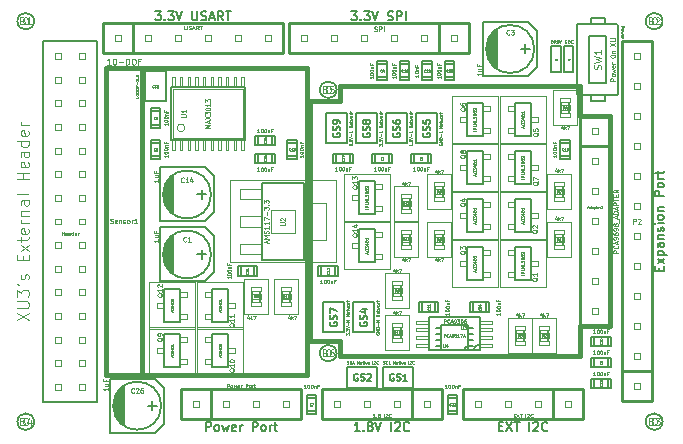
<source format=gto>
%FSLAX46Y46*%
G04 Gerber Fmt 4.6, Leading zero omitted, Abs format (unit mm)*
G04 Created by KiCad (PCBNEW (2014-jul-16 BZR unknown)-product) date vie 22 ago 2014 20:47:43 CST*
%MOMM*%
G01*
G04 APERTURE LIST*
%ADD10C,0.150000*%
%ADD11C,0.035000*%
%ADD12C,0.406400*%
%ADD13C,0.381000*%
%ADD14C,0.066040*%
%ADD15C,0.203200*%
%ADD16C,0.254000*%
%ADD17C,0.127000*%
%ADD18C,0.050800*%
%ADD19C,0.152400*%
%ADD20C,0.076200*%
%ADD21C,0.031750*%
%ADD22C,0.020000*%
%ADD23C,0.040000*%
%ADD24C,0.050000*%
%ADD25C,0.120000*%
%ADD26C,0.045000*%
%ADD27C,0.088900*%
%ADD28C,0.060000*%
%ADD29C,0.025400*%
%ADD30C,0.025000*%
%ADD31C,0.008000*%
%ADD32C,0.000003*%
%ADD33C,0.040640*%
%ADD34C,0.046000*%
G04 APERTURE END LIST*
D10*
D11*
X246012905Y-58383153D02*
X246262905Y-58383153D01*
X246262905Y-58478391D01*
X246251000Y-58502200D01*
X246239095Y-58514105D01*
X246215286Y-58526010D01*
X246179571Y-58526010D01*
X246155762Y-58514105D01*
X246143857Y-58502200D01*
X246131952Y-58478391D01*
X246131952Y-58383153D01*
X246012905Y-58668867D02*
X246024810Y-58645058D01*
X246036714Y-58633153D01*
X246060524Y-58621248D01*
X246131952Y-58621248D01*
X246155762Y-58633153D01*
X246167667Y-58645058D01*
X246179571Y-58668867D01*
X246179571Y-58704581D01*
X246167667Y-58728391D01*
X246155762Y-58740296D01*
X246131952Y-58752200D01*
X246060524Y-58752200D01*
X246036714Y-58740296D01*
X246024810Y-58728391D01*
X246012905Y-58704581D01*
X246012905Y-58668867D01*
X246179571Y-58835533D02*
X246012905Y-58883152D01*
X246131952Y-58930771D01*
X246012905Y-58978390D01*
X246179571Y-59026009D01*
X246024810Y-59216486D02*
X246012905Y-59192676D01*
X246012905Y-59145057D01*
X246024810Y-59121248D01*
X246048619Y-59109343D01*
X246143857Y-59109343D01*
X246167667Y-59121248D01*
X246179571Y-59145057D01*
X246179571Y-59192676D01*
X246167667Y-59216486D01*
X246143857Y-59228391D01*
X246120048Y-59228391D01*
X246096238Y-59109343D01*
X246012905Y-59335534D02*
X246179571Y-59335534D01*
X246131952Y-59335534D02*
X246155762Y-59347439D01*
X246167667Y-59359343D01*
X246179571Y-59383153D01*
X246179571Y-59406962D01*
D12*
X222250000Y-86360000D02*
X242570000Y-86360000D01*
D13*
X242570000Y-86360000D02*
X242570000Y-83820000D01*
X222250000Y-85090000D02*
X222250000Y-86360000D01*
X219710000Y-85090000D02*
X222250000Y-85090000D01*
X219710000Y-64770000D02*
X219710000Y-85090000D01*
X222250000Y-64770000D02*
X219710000Y-64770000D01*
X222250000Y-63500000D02*
X222250000Y-64770000D01*
X242570000Y-63500000D02*
X222250000Y-63500000D01*
X245110000Y-66040000D02*
X245110000Y-83820000D01*
X242570000Y-66040000D02*
X245110000Y-66040000D01*
X242570000Y-63500000D02*
X242570000Y-66040000D01*
X245110000Y-83820000D02*
X242570000Y-83820000D01*
D10*
X240938000Y-62314000D02*
X240138000Y-62314000D01*
X240138000Y-62314000D02*
X240138000Y-60114000D01*
X240138000Y-60114000D02*
X240938000Y-60114000D01*
X240938000Y-60114000D02*
X240938000Y-62314000D01*
X242018000Y-62314000D02*
X241218000Y-62314000D01*
X241218000Y-62314000D02*
X241218000Y-60114000D01*
X241218000Y-60114000D02*
X242018000Y-60114000D01*
X242018000Y-60114000D02*
X242018000Y-62314000D01*
D13*
X205460600Y-61930280D02*
X219461080Y-61930280D01*
X219461080Y-61930280D02*
X219461080Y-87929720D01*
X219461080Y-87929720D02*
X205460600Y-87929720D01*
X205458060Y-87929720D02*
X202455780Y-87929720D01*
X202455780Y-87929720D02*
X202455780Y-61930280D01*
X202455780Y-61930280D02*
X205458060Y-61930280D01*
X205458060Y-61930280D02*
X205458060Y-87929720D01*
D14*
X200139300Y-60680600D02*
X200139300Y-61180980D01*
X200139300Y-61180980D02*
X200639680Y-61180980D01*
X200639680Y-60680600D02*
X200639680Y-61180980D01*
X200139300Y-60680600D02*
X200639680Y-60680600D01*
X198140320Y-60680600D02*
X198140320Y-61180980D01*
X198140320Y-61180980D02*
X198640700Y-61180980D01*
X198640700Y-60680600D02*
X198640700Y-61180980D01*
X198140320Y-60680600D02*
X198640700Y-60680600D01*
X200139300Y-62682120D02*
X200139300Y-63182500D01*
X200139300Y-63182500D02*
X200639680Y-63182500D01*
X200639680Y-62682120D02*
X200639680Y-63182500D01*
X200139300Y-62682120D02*
X200639680Y-62682120D01*
X198140320Y-62682120D02*
X198140320Y-63182500D01*
X198140320Y-63182500D02*
X198640700Y-63182500D01*
X198640700Y-62682120D02*
X198640700Y-63182500D01*
X198140320Y-62682120D02*
X198640700Y-62682120D01*
X200139300Y-64681100D02*
X200139300Y-65181480D01*
X200139300Y-65181480D02*
X200639680Y-65181480D01*
X200639680Y-64681100D02*
X200639680Y-65181480D01*
X200139300Y-64681100D02*
X200639680Y-64681100D01*
X198140320Y-64681100D02*
X198140320Y-65181480D01*
X198140320Y-65181480D02*
X198640700Y-65181480D01*
X198640700Y-64681100D02*
X198640700Y-65181480D01*
X198140320Y-64681100D02*
X198640700Y-64681100D01*
X200139300Y-66680080D02*
X200139300Y-67180460D01*
X200139300Y-67180460D02*
X200639680Y-67180460D01*
X200639680Y-66680080D02*
X200639680Y-67180460D01*
X200139300Y-66680080D02*
X200639680Y-66680080D01*
X198140320Y-66680080D02*
X198140320Y-67180460D01*
X198140320Y-67180460D02*
X198640700Y-67180460D01*
X198640700Y-66680080D02*
X198640700Y-67180460D01*
X198140320Y-66680080D02*
X198640700Y-66680080D01*
X200139300Y-68681600D02*
X200139300Y-69181980D01*
X200139300Y-69181980D02*
X200639680Y-69181980D01*
X200639680Y-68681600D02*
X200639680Y-69181980D01*
X200139300Y-68681600D02*
X200639680Y-68681600D01*
X198140320Y-68681600D02*
X198140320Y-69181980D01*
X198140320Y-69181980D02*
X198640700Y-69181980D01*
X198640700Y-68681600D02*
X198640700Y-69181980D01*
X198140320Y-68681600D02*
X198640700Y-68681600D01*
X200139300Y-70680580D02*
X200139300Y-71180960D01*
X200139300Y-71180960D02*
X200639680Y-71180960D01*
X200639680Y-70680580D02*
X200639680Y-71180960D01*
X200139300Y-70680580D02*
X200639680Y-70680580D01*
X198140320Y-70680580D02*
X198140320Y-71180960D01*
X198140320Y-71180960D02*
X198640700Y-71180960D01*
X198640700Y-70680580D02*
X198640700Y-71180960D01*
X198140320Y-70680580D02*
X198640700Y-70680580D01*
X200139300Y-72682100D02*
X200139300Y-73182480D01*
X200139300Y-73182480D02*
X200639680Y-73182480D01*
X200639680Y-72682100D02*
X200639680Y-73182480D01*
X200139300Y-72682100D02*
X200639680Y-72682100D01*
X198140320Y-72682100D02*
X198140320Y-73182480D01*
X198140320Y-73182480D02*
X198640700Y-73182480D01*
X198640700Y-72682100D02*
X198640700Y-73182480D01*
X198140320Y-72682100D02*
X198640700Y-72682100D01*
X200139300Y-74681080D02*
X200139300Y-75178920D01*
X200139300Y-75178920D02*
X200639680Y-75178920D01*
X200639680Y-74681080D02*
X200639680Y-75178920D01*
X200139300Y-74681080D02*
X200639680Y-74681080D01*
X198140320Y-74681080D02*
X198140320Y-75178920D01*
X198140320Y-75178920D02*
X198640700Y-75178920D01*
X198640700Y-74681080D02*
X198640700Y-75178920D01*
X198140320Y-74681080D02*
X198640700Y-74681080D01*
X200139300Y-76677520D02*
X200139300Y-77177900D01*
X200139300Y-77177900D02*
X200639680Y-77177900D01*
X200639680Y-76677520D02*
X200639680Y-77177900D01*
X200139300Y-76677520D02*
X200639680Y-76677520D01*
X198140320Y-76677520D02*
X198140320Y-77177900D01*
X198140320Y-77177900D02*
X198640700Y-77177900D01*
X198640700Y-76677520D02*
X198640700Y-77177900D01*
X198140320Y-76677520D02*
X198640700Y-76677520D01*
X200139300Y-78679040D02*
X200139300Y-79179420D01*
X200139300Y-79179420D02*
X200639680Y-79179420D01*
X200639680Y-78679040D02*
X200639680Y-79179420D01*
X200139300Y-78679040D02*
X200639680Y-78679040D01*
X198140320Y-78679040D02*
X198140320Y-79179420D01*
X198140320Y-79179420D02*
X198640700Y-79179420D01*
X198640700Y-78679040D02*
X198640700Y-79179420D01*
X198140320Y-78679040D02*
X198640700Y-78679040D01*
X200139300Y-80678020D02*
X200139300Y-81178400D01*
X200139300Y-81178400D02*
X200639680Y-81178400D01*
X200639680Y-80678020D02*
X200639680Y-81178400D01*
X200139300Y-80678020D02*
X200639680Y-80678020D01*
X198140320Y-80678020D02*
X198140320Y-81178400D01*
X198140320Y-81178400D02*
X198640700Y-81178400D01*
X198640700Y-80678020D02*
X198640700Y-81178400D01*
X198140320Y-80678020D02*
X198640700Y-80678020D01*
X200139300Y-82679540D02*
X200139300Y-83179920D01*
X200139300Y-83179920D02*
X200639680Y-83179920D01*
X200639680Y-82679540D02*
X200639680Y-83179920D01*
X200139300Y-82679540D02*
X200639680Y-82679540D01*
X198140320Y-82679540D02*
X198140320Y-83179920D01*
X198140320Y-83179920D02*
X198640700Y-83179920D01*
X198640700Y-82679540D02*
X198640700Y-83179920D01*
X198140320Y-82679540D02*
X198640700Y-82679540D01*
X200139300Y-84678520D02*
X200139300Y-85178900D01*
X200139300Y-85178900D02*
X200639680Y-85178900D01*
X200639680Y-84678520D02*
X200639680Y-85178900D01*
X200139300Y-84678520D02*
X200639680Y-84678520D01*
X198140320Y-84678520D02*
X198140320Y-85178900D01*
X198140320Y-85178900D02*
X198640700Y-85178900D01*
X198640700Y-84678520D02*
X198640700Y-85178900D01*
X198140320Y-84678520D02*
X198640700Y-84678520D01*
X200139300Y-86677500D02*
X200139300Y-87177880D01*
X200139300Y-87177880D02*
X200639680Y-87177880D01*
X200639680Y-86677500D02*
X200639680Y-87177880D01*
X200139300Y-86677500D02*
X200639680Y-86677500D01*
X198140320Y-86677500D02*
X198140320Y-87177880D01*
X198140320Y-87177880D02*
X198640700Y-87177880D01*
X198640700Y-86677500D02*
X198640700Y-87177880D01*
X198140320Y-86677500D02*
X198640700Y-86677500D01*
X200139300Y-88679020D02*
X200139300Y-89179400D01*
X200139300Y-89179400D02*
X200639680Y-89179400D01*
X200639680Y-88679020D02*
X200639680Y-89179400D01*
X200139300Y-88679020D02*
X200639680Y-88679020D01*
X198140320Y-88679020D02*
X198140320Y-89179400D01*
X198140320Y-89179400D02*
X198640700Y-89179400D01*
X198640700Y-88679020D02*
X198640700Y-89179400D01*
X198140320Y-88679020D02*
X198640700Y-88679020D01*
D15*
X201637900Y-90177620D02*
X197142100Y-90177620D01*
X197142100Y-90177620D02*
X197142100Y-59682380D01*
X197142100Y-59682380D02*
X201637900Y-59682380D01*
X201637900Y-59682380D02*
X201637900Y-90177620D01*
D14*
X213360000Y-59690000D02*
X213868000Y-59690000D01*
X213868000Y-59690000D02*
X213868000Y-59182000D01*
X213360000Y-59182000D02*
X213868000Y-59182000D01*
X213360000Y-59690000D02*
X213360000Y-59182000D01*
X210820000Y-59690000D02*
X211328000Y-59690000D01*
X211328000Y-59690000D02*
X211328000Y-59182000D01*
X210820000Y-59182000D02*
X211328000Y-59182000D01*
X210820000Y-59690000D02*
X210820000Y-59182000D01*
X208280000Y-59690000D02*
X208788000Y-59690000D01*
X208788000Y-59690000D02*
X208788000Y-59182000D01*
X208280000Y-59182000D02*
X208788000Y-59182000D01*
X208280000Y-59690000D02*
X208280000Y-59182000D01*
X205740000Y-59690000D02*
X206248000Y-59690000D01*
X206248000Y-59690000D02*
X206248000Y-59182000D01*
X205740000Y-59182000D02*
X206248000Y-59182000D01*
X205740000Y-59690000D02*
X205740000Y-59182000D01*
X203200000Y-59690000D02*
X203708000Y-59690000D01*
X203708000Y-59690000D02*
X203708000Y-59182000D01*
X203200000Y-59182000D02*
X203708000Y-59182000D01*
X203200000Y-59690000D02*
X203200000Y-59182000D01*
X215900000Y-59690000D02*
X216408000Y-59690000D01*
X216408000Y-59690000D02*
X216408000Y-59182000D01*
X215900000Y-59182000D02*
X216408000Y-59182000D01*
X215900000Y-59690000D02*
X215900000Y-59182000D01*
D16*
X202184000Y-58166000D02*
X202184000Y-60706000D01*
X217424000Y-58166000D02*
X217424000Y-60706000D01*
X217424000Y-58166000D02*
X204724000Y-58166000D01*
X204724000Y-58166000D02*
X202184000Y-58166000D01*
X217424000Y-60706000D02*
X202184000Y-60706000D01*
X204724000Y-58166000D02*
X204724000Y-60706000D01*
D14*
X221996000Y-59182000D02*
X221488000Y-59182000D01*
X221488000Y-59182000D02*
X221488000Y-59690000D01*
X221996000Y-59690000D02*
X221488000Y-59690000D01*
X221996000Y-59182000D02*
X221996000Y-59690000D01*
X224536000Y-59182000D02*
X224028000Y-59182000D01*
X224028000Y-59182000D02*
X224028000Y-59690000D01*
X224536000Y-59690000D02*
X224028000Y-59690000D01*
X224536000Y-59182000D02*
X224536000Y-59690000D01*
X227076000Y-59182000D02*
X226568000Y-59182000D01*
X226568000Y-59182000D02*
X226568000Y-59690000D01*
X227076000Y-59690000D02*
X226568000Y-59690000D01*
X227076000Y-59182000D02*
X227076000Y-59690000D01*
X229616000Y-59182000D02*
X229108000Y-59182000D01*
X229108000Y-59182000D02*
X229108000Y-59690000D01*
X229616000Y-59690000D02*
X229108000Y-59690000D01*
X229616000Y-59182000D02*
X229616000Y-59690000D01*
X232156000Y-59182000D02*
X231648000Y-59182000D01*
X231648000Y-59182000D02*
X231648000Y-59690000D01*
X232156000Y-59690000D02*
X231648000Y-59690000D01*
X232156000Y-59182000D02*
X232156000Y-59690000D01*
X219456000Y-59182000D02*
X218948000Y-59182000D01*
X218948000Y-59182000D02*
X218948000Y-59690000D01*
X219456000Y-59690000D02*
X218948000Y-59690000D01*
X219456000Y-59182000D02*
X219456000Y-59690000D01*
D16*
X233172000Y-60706000D02*
X233172000Y-58166000D01*
X217932000Y-60706000D02*
X217932000Y-58166000D01*
X217932000Y-60706000D02*
X230632000Y-60706000D01*
X230632000Y-60706000D02*
X233172000Y-60706000D01*
X217932000Y-58166000D02*
X233172000Y-58166000D01*
X230632000Y-60706000D02*
X230632000Y-58166000D01*
D14*
X224790000Y-90170000D02*
X224282000Y-90170000D01*
X224282000Y-90170000D02*
X224282000Y-90678000D01*
X224790000Y-90678000D02*
X224282000Y-90678000D01*
X224790000Y-90170000D02*
X224790000Y-90678000D01*
X227330000Y-90170000D02*
X226822000Y-90170000D01*
X226822000Y-90170000D02*
X226822000Y-90678000D01*
X227330000Y-90678000D02*
X226822000Y-90678000D01*
X227330000Y-90170000D02*
X227330000Y-90678000D01*
X229870000Y-90170000D02*
X229362000Y-90170000D01*
X229362000Y-90170000D02*
X229362000Y-90678000D01*
X229870000Y-90678000D02*
X229362000Y-90678000D01*
X229870000Y-90170000D02*
X229870000Y-90678000D01*
X222250000Y-90170000D02*
X221742000Y-90170000D01*
X221742000Y-90170000D02*
X221742000Y-90678000D01*
X222250000Y-90678000D02*
X221742000Y-90678000D01*
X222250000Y-90170000D02*
X222250000Y-90678000D01*
D16*
X230886000Y-91694000D02*
X230886000Y-89154000D01*
X220726000Y-89154000D02*
X230886000Y-89154000D01*
X220726000Y-91694000D02*
X220726000Y-89154000D01*
X230886000Y-91694000D02*
X228346000Y-91694000D01*
X228346000Y-91694000D02*
X220726000Y-91694000D01*
X228346000Y-91694000D02*
X228346000Y-89154000D01*
D14*
X214884000Y-90678000D02*
X215392000Y-90678000D01*
X215392000Y-90678000D02*
X215392000Y-90170000D01*
X214884000Y-90170000D02*
X215392000Y-90170000D01*
X214884000Y-90678000D02*
X214884000Y-90170000D01*
X212344000Y-90678000D02*
X212852000Y-90678000D01*
X212852000Y-90678000D02*
X212852000Y-90170000D01*
X212344000Y-90170000D02*
X212852000Y-90170000D01*
X212344000Y-90678000D02*
X212344000Y-90170000D01*
X209804000Y-90678000D02*
X210312000Y-90678000D01*
X210312000Y-90678000D02*
X210312000Y-90170000D01*
X209804000Y-90170000D02*
X210312000Y-90170000D01*
X209804000Y-90678000D02*
X209804000Y-90170000D01*
X217424000Y-90678000D02*
X217932000Y-90678000D01*
X217932000Y-90678000D02*
X217932000Y-90170000D01*
X217424000Y-90170000D02*
X217932000Y-90170000D01*
X217424000Y-90678000D02*
X217424000Y-90170000D01*
D16*
X208788000Y-89154000D02*
X208788000Y-91694000D01*
X218948000Y-91694000D02*
X208788000Y-91694000D01*
X218948000Y-89154000D02*
X218948000Y-91694000D01*
X208788000Y-89154000D02*
X211328000Y-89154000D01*
X211328000Y-89154000D02*
X218948000Y-89154000D01*
X211328000Y-89154000D02*
X211328000Y-91694000D01*
D14*
X236728000Y-90170000D02*
X236220000Y-90170000D01*
X236220000Y-90170000D02*
X236220000Y-90678000D01*
X236728000Y-90678000D02*
X236220000Y-90678000D01*
X236728000Y-90170000D02*
X236728000Y-90678000D01*
X239268000Y-90170000D02*
X238760000Y-90170000D01*
X238760000Y-90170000D02*
X238760000Y-90678000D01*
X239268000Y-90678000D02*
X238760000Y-90678000D01*
X239268000Y-90170000D02*
X239268000Y-90678000D01*
X241808000Y-90170000D02*
X241300000Y-90170000D01*
X241300000Y-90170000D02*
X241300000Y-90678000D01*
X241808000Y-90678000D02*
X241300000Y-90678000D01*
X241808000Y-90170000D02*
X241808000Y-90678000D01*
X234188000Y-90170000D02*
X233680000Y-90170000D01*
X233680000Y-90170000D02*
X233680000Y-90678000D01*
X234188000Y-90678000D02*
X233680000Y-90678000D01*
X234188000Y-90170000D02*
X234188000Y-90678000D01*
D16*
X242824000Y-91694000D02*
X242824000Y-89154000D01*
X232664000Y-89154000D02*
X242824000Y-89154000D01*
X232664000Y-91694000D02*
X232664000Y-89154000D01*
X242824000Y-91694000D02*
X240284000Y-91694000D01*
X240284000Y-91694000D02*
X232664000Y-91694000D01*
X240284000Y-91694000D02*
X240284000Y-89154000D01*
D17*
X243494560Y-58214260D02*
X243494560Y-57716420D01*
X244693440Y-57716420D02*
X244693440Y-58214260D01*
X243494560Y-64213740D02*
X243494560Y-64711580D01*
X244693440Y-64711580D02*
X244693440Y-64213740D01*
X242295680Y-58315860D02*
X242295680Y-64112140D01*
X245793260Y-64112140D02*
X245793260Y-58315860D01*
X242445540Y-58214260D02*
X243494560Y-58214260D01*
X243494560Y-58214260D02*
X244693440Y-58214260D01*
X244693440Y-58214260D02*
X245691660Y-58214260D01*
X245691660Y-58214260D02*
X245742460Y-58214260D01*
X242445540Y-64213740D02*
X243494560Y-64213740D01*
X243494560Y-64213740D02*
X244693440Y-64213740D01*
X244693440Y-64213740D02*
X245691660Y-64213740D01*
X245691660Y-64213740D02*
X245742460Y-64213740D01*
X243296440Y-59215020D02*
X243296440Y-63212980D01*
X243296440Y-59215020D02*
X244792500Y-59215020D01*
X244792500Y-59215020D02*
X244792500Y-63212980D01*
X243296440Y-63212980D02*
X244792500Y-63212980D01*
X243494560Y-57716420D02*
X244693440Y-57716420D01*
X243494560Y-64711580D02*
X244693440Y-64711580D01*
X242394740Y-58216800D02*
G75*
G03X242295680Y-58315860I0J-99060D01*
G74*
G01*
X242293140Y-64112140D02*
G75*
G03X242394740Y-64213740I101600J0D01*
G74*
G01*
X245691660Y-64213740D02*
G75*
G03X245793260Y-64112140I0J101600D01*
G74*
G01*
X245793260Y-58315860D02*
G75*
G03X245691660Y-58214260I-101600J0D01*
G74*
G01*
D14*
X243586000Y-79756000D02*
X243586000Y-80264000D01*
X243586000Y-80264000D02*
X244094000Y-80264000D01*
X244094000Y-79756000D02*
X244094000Y-80264000D01*
X243586000Y-79756000D02*
X244094000Y-79756000D01*
X243586000Y-77216000D02*
X243586000Y-77724000D01*
X243586000Y-77724000D02*
X244094000Y-77724000D01*
X244094000Y-77216000D02*
X244094000Y-77724000D01*
X243586000Y-77216000D02*
X244094000Y-77216000D01*
X243586000Y-74676000D02*
X243586000Y-75184000D01*
X243586000Y-75184000D02*
X244094000Y-75184000D01*
X244094000Y-74676000D02*
X244094000Y-75184000D01*
X243586000Y-74676000D02*
X244094000Y-74676000D01*
X243586000Y-72136000D02*
X243586000Y-72644000D01*
X243586000Y-72644000D02*
X244094000Y-72644000D01*
X244094000Y-72136000D02*
X244094000Y-72644000D01*
X243586000Y-72136000D02*
X244094000Y-72136000D01*
X243586000Y-69596000D02*
X243586000Y-70104000D01*
X243586000Y-70104000D02*
X244094000Y-70104000D01*
X244094000Y-69596000D02*
X244094000Y-70104000D01*
X243586000Y-69596000D02*
X244094000Y-69596000D01*
X243586000Y-67056000D02*
X243586000Y-67564000D01*
X243586000Y-67564000D02*
X244094000Y-67564000D01*
X244094000Y-67056000D02*
X244094000Y-67564000D01*
X243586000Y-67056000D02*
X244094000Y-67056000D01*
X243586000Y-82296000D02*
X243586000Y-82804000D01*
X243586000Y-82804000D02*
X244094000Y-82804000D01*
X244094000Y-82296000D02*
X244094000Y-82804000D01*
X243586000Y-82296000D02*
X244094000Y-82296000D01*
D16*
X242570000Y-83820000D02*
X242570000Y-66040000D01*
X245110000Y-66040000D02*
X242570000Y-66040000D01*
X245110000Y-83820000D02*
X242570000Y-83820000D01*
X245110000Y-83820000D02*
X245110000Y-68580000D01*
X245110000Y-68580000D02*
X245110000Y-66040000D01*
X245110000Y-68580000D02*
X242570000Y-68580000D01*
D14*
X247650000Y-63754000D02*
X247650000Y-63246000D01*
X247650000Y-63246000D02*
X247142000Y-63246000D01*
X247142000Y-63754000D02*
X247142000Y-63246000D01*
X247650000Y-63754000D02*
X247142000Y-63754000D01*
X247650000Y-66294000D02*
X247650000Y-65786000D01*
X247650000Y-65786000D02*
X247142000Y-65786000D01*
X247142000Y-66294000D02*
X247142000Y-65786000D01*
X247650000Y-66294000D02*
X247142000Y-66294000D01*
X247650000Y-68834000D02*
X247650000Y-68326000D01*
X247650000Y-68326000D02*
X247142000Y-68326000D01*
X247142000Y-68834000D02*
X247142000Y-68326000D01*
X247650000Y-68834000D02*
X247142000Y-68834000D01*
X247650000Y-71374000D02*
X247650000Y-70866000D01*
X247650000Y-70866000D02*
X247142000Y-70866000D01*
X247142000Y-71374000D02*
X247142000Y-70866000D01*
X247650000Y-71374000D02*
X247142000Y-71374000D01*
X247650000Y-73914000D02*
X247650000Y-73406000D01*
X247650000Y-73406000D02*
X247142000Y-73406000D01*
X247142000Y-73914000D02*
X247142000Y-73406000D01*
X247650000Y-73914000D02*
X247142000Y-73914000D01*
X247650000Y-76454000D02*
X247650000Y-75946000D01*
X247650000Y-75946000D02*
X247142000Y-75946000D01*
X247142000Y-76454000D02*
X247142000Y-75946000D01*
X247650000Y-76454000D02*
X247142000Y-76454000D01*
X247650000Y-78994000D02*
X247650000Y-78486000D01*
X247650000Y-78486000D02*
X247142000Y-78486000D01*
X247142000Y-78994000D02*
X247142000Y-78486000D01*
X247650000Y-78994000D02*
X247142000Y-78994000D01*
X247650000Y-81534000D02*
X247650000Y-81026000D01*
X247650000Y-81026000D02*
X247142000Y-81026000D01*
X247142000Y-81534000D02*
X247142000Y-81026000D01*
X247650000Y-81534000D02*
X247142000Y-81534000D01*
X247650000Y-84074000D02*
X247650000Y-83566000D01*
X247650000Y-83566000D02*
X247142000Y-83566000D01*
X247142000Y-84074000D02*
X247142000Y-83566000D01*
X247650000Y-84074000D02*
X247142000Y-84074000D01*
X247650000Y-86614000D02*
X247650000Y-86106000D01*
X247650000Y-86106000D02*
X247142000Y-86106000D01*
X247142000Y-86614000D02*
X247142000Y-86106000D01*
X247650000Y-86614000D02*
X247142000Y-86614000D01*
X247650000Y-89154000D02*
X247650000Y-88646000D01*
X247650000Y-88646000D02*
X247142000Y-88646000D01*
X247142000Y-89154000D02*
X247142000Y-88646000D01*
X247650000Y-89154000D02*
X247142000Y-89154000D01*
X247650000Y-61214000D02*
X247650000Y-60706000D01*
X247650000Y-60706000D02*
X247142000Y-60706000D01*
X247142000Y-61214000D02*
X247142000Y-60706000D01*
X247650000Y-61214000D02*
X247142000Y-61214000D01*
D16*
X246126000Y-90170000D02*
X248666000Y-90170000D01*
X246126000Y-59690000D02*
X246126000Y-87630000D01*
X246126000Y-87630000D02*
X246126000Y-90170000D01*
X246126000Y-59690000D02*
X248666000Y-59690000D01*
X248666000Y-59690000D02*
X248666000Y-90170000D01*
X246126000Y-87630000D02*
X248666000Y-87630000D01*
D14*
X238455200Y-66065400D02*
X238455200Y-66522600D01*
X238455200Y-66522600D02*
X239036860Y-66522600D01*
X239036860Y-66065400D02*
X239036860Y-66522600D01*
X238455200Y-66065400D02*
X239036860Y-66065400D01*
X236451140Y-67005200D02*
X236451140Y-67462400D01*
X236451140Y-67462400D02*
X237032800Y-67462400D01*
X237032800Y-67005200D02*
X237032800Y-67462400D01*
X236451140Y-67005200D02*
X237032800Y-67005200D01*
X236451140Y-65125600D02*
X236451140Y-65582800D01*
X236451140Y-65582800D02*
X237032800Y-65582800D01*
X237032800Y-65125600D02*
X237032800Y-65582800D01*
X236451140Y-65125600D02*
X237032800Y-65125600D01*
D18*
X239725200Y-64322960D02*
X239725200Y-68265040D01*
X235762800Y-68265040D02*
X235762800Y-64322960D01*
X235762800Y-64322960D02*
X239725200Y-64322960D01*
X239725200Y-68265040D02*
X235762800Y-68265040D01*
D19*
X238401860Y-67713860D02*
X237086140Y-67713860D01*
X237086140Y-67713860D02*
X237086140Y-64874140D01*
X237086140Y-64874140D02*
X238401860Y-64874140D01*
X238401860Y-64874140D02*
X238401860Y-67713860D01*
D14*
X232968800Y-66522600D02*
X232968800Y-66065400D01*
X232968800Y-66065400D02*
X232387140Y-66065400D01*
X232387140Y-66522600D02*
X232387140Y-66065400D01*
X232968800Y-66522600D02*
X232387140Y-66522600D01*
X234972860Y-65582800D02*
X234972860Y-65125600D01*
X234972860Y-65125600D02*
X234391200Y-65125600D01*
X234391200Y-65582800D02*
X234391200Y-65125600D01*
X234972860Y-65582800D02*
X234391200Y-65582800D01*
X234972860Y-67462400D02*
X234972860Y-67005200D01*
X234972860Y-67005200D02*
X234391200Y-67005200D01*
X234391200Y-67462400D02*
X234391200Y-67005200D01*
X234972860Y-67462400D02*
X234391200Y-67462400D01*
D18*
X231698800Y-68265040D02*
X231698800Y-64322960D01*
X235661200Y-64322960D02*
X235661200Y-68265040D01*
X235661200Y-68265040D02*
X231698800Y-68265040D01*
X231698800Y-64322960D02*
X235661200Y-64322960D01*
D19*
X233022140Y-64874140D02*
X234337860Y-64874140D01*
X234337860Y-64874140D02*
X234337860Y-67713860D01*
X234337860Y-67713860D02*
X233022140Y-67713860D01*
X233022140Y-67713860D02*
X233022140Y-64874140D01*
D14*
X238455200Y-70129400D02*
X238455200Y-70586600D01*
X238455200Y-70586600D02*
X239036860Y-70586600D01*
X239036860Y-70129400D02*
X239036860Y-70586600D01*
X238455200Y-70129400D02*
X239036860Y-70129400D01*
X236451140Y-71069200D02*
X236451140Y-71526400D01*
X236451140Y-71526400D02*
X237032800Y-71526400D01*
X237032800Y-71069200D02*
X237032800Y-71526400D01*
X236451140Y-71069200D02*
X237032800Y-71069200D01*
X236451140Y-69189600D02*
X236451140Y-69646800D01*
X236451140Y-69646800D02*
X237032800Y-69646800D01*
X237032800Y-69189600D02*
X237032800Y-69646800D01*
X236451140Y-69189600D02*
X237032800Y-69189600D01*
D18*
X239725200Y-68386960D02*
X239725200Y-72329040D01*
X235762800Y-72329040D02*
X235762800Y-68386960D01*
X235762800Y-68386960D02*
X239725200Y-68386960D01*
X239725200Y-72329040D02*
X235762800Y-72329040D01*
D19*
X238401860Y-71777860D02*
X237086140Y-71777860D01*
X237086140Y-71777860D02*
X237086140Y-68938140D01*
X237086140Y-68938140D02*
X238401860Y-68938140D01*
X238401860Y-68938140D02*
X238401860Y-71777860D01*
D14*
X232968800Y-70586600D02*
X232968800Y-70129400D01*
X232968800Y-70129400D02*
X232387140Y-70129400D01*
X232387140Y-70586600D02*
X232387140Y-70129400D01*
X232968800Y-70586600D02*
X232387140Y-70586600D01*
X234972860Y-69646800D02*
X234972860Y-69189600D01*
X234972860Y-69189600D02*
X234391200Y-69189600D01*
X234391200Y-69646800D02*
X234391200Y-69189600D01*
X234972860Y-69646800D02*
X234391200Y-69646800D01*
X234972860Y-71526400D02*
X234972860Y-71069200D01*
X234972860Y-71069200D02*
X234391200Y-71069200D01*
X234391200Y-71526400D02*
X234391200Y-71069200D01*
X234972860Y-71526400D02*
X234391200Y-71526400D01*
D18*
X231698800Y-72329040D02*
X231698800Y-68386960D01*
X235661200Y-68386960D02*
X235661200Y-72329040D01*
X235661200Y-72329040D02*
X231698800Y-72329040D01*
X231698800Y-68386960D02*
X235661200Y-68386960D01*
D19*
X233022140Y-68938140D02*
X234337860Y-68938140D01*
X234337860Y-68938140D02*
X234337860Y-71777860D01*
X234337860Y-71777860D02*
X233022140Y-71777860D01*
X233022140Y-71777860D02*
X233022140Y-68938140D01*
D14*
X238455200Y-74193400D02*
X238455200Y-74650600D01*
X238455200Y-74650600D02*
X239036860Y-74650600D01*
X239036860Y-74193400D02*
X239036860Y-74650600D01*
X238455200Y-74193400D02*
X239036860Y-74193400D01*
X236451140Y-75133200D02*
X236451140Y-75590400D01*
X236451140Y-75590400D02*
X237032800Y-75590400D01*
X237032800Y-75133200D02*
X237032800Y-75590400D01*
X236451140Y-75133200D02*
X237032800Y-75133200D01*
X236451140Y-73253600D02*
X236451140Y-73710800D01*
X236451140Y-73710800D02*
X237032800Y-73710800D01*
X237032800Y-73253600D02*
X237032800Y-73710800D01*
X236451140Y-73253600D02*
X237032800Y-73253600D01*
D18*
X239725200Y-72450960D02*
X239725200Y-76393040D01*
X235762800Y-76393040D02*
X235762800Y-72450960D01*
X235762800Y-72450960D02*
X239725200Y-72450960D01*
X239725200Y-76393040D02*
X235762800Y-76393040D01*
D19*
X238401860Y-75841860D02*
X237086140Y-75841860D01*
X237086140Y-75841860D02*
X237086140Y-73002140D01*
X237086140Y-73002140D02*
X238401860Y-73002140D01*
X238401860Y-73002140D02*
X238401860Y-75841860D01*
D14*
X232968800Y-74650600D02*
X232968800Y-74193400D01*
X232968800Y-74193400D02*
X232387140Y-74193400D01*
X232387140Y-74650600D02*
X232387140Y-74193400D01*
X232968800Y-74650600D02*
X232387140Y-74650600D01*
X234972860Y-73710800D02*
X234972860Y-73253600D01*
X234972860Y-73253600D02*
X234391200Y-73253600D01*
X234391200Y-73710800D02*
X234391200Y-73253600D01*
X234972860Y-73710800D02*
X234391200Y-73710800D01*
X234972860Y-75590400D02*
X234972860Y-75133200D01*
X234972860Y-75133200D02*
X234391200Y-75133200D01*
X234391200Y-75590400D02*
X234391200Y-75133200D01*
X234972860Y-75590400D02*
X234391200Y-75590400D01*
D18*
X231698800Y-76393040D02*
X231698800Y-72450960D01*
X235661200Y-72450960D02*
X235661200Y-76393040D01*
X235661200Y-76393040D02*
X231698800Y-76393040D01*
X231698800Y-72450960D02*
X235661200Y-72450960D01*
D19*
X233022140Y-73002140D02*
X234337860Y-73002140D01*
X234337860Y-73002140D02*
X234337860Y-75841860D01*
X234337860Y-75841860D02*
X233022140Y-75841860D01*
X233022140Y-75841860D02*
X233022140Y-73002140D01*
D14*
X238455200Y-78257400D02*
X238455200Y-78714600D01*
X238455200Y-78714600D02*
X239036860Y-78714600D01*
X239036860Y-78257400D02*
X239036860Y-78714600D01*
X238455200Y-78257400D02*
X239036860Y-78257400D01*
X236451140Y-79197200D02*
X236451140Y-79654400D01*
X236451140Y-79654400D02*
X237032800Y-79654400D01*
X237032800Y-79197200D02*
X237032800Y-79654400D01*
X236451140Y-79197200D02*
X237032800Y-79197200D01*
X236451140Y-77317600D02*
X236451140Y-77774800D01*
X236451140Y-77774800D02*
X237032800Y-77774800D01*
X237032800Y-77317600D02*
X237032800Y-77774800D01*
X236451140Y-77317600D02*
X237032800Y-77317600D01*
D18*
X239725200Y-76514960D02*
X239725200Y-80457040D01*
X235762800Y-80457040D02*
X235762800Y-76514960D01*
X235762800Y-76514960D02*
X239725200Y-76514960D01*
X239725200Y-80457040D02*
X235762800Y-80457040D01*
D19*
X238401860Y-79905860D02*
X237086140Y-79905860D01*
X237086140Y-79905860D02*
X237086140Y-77066140D01*
X237086140Y-77066140D02*
X238401860Y-77066140D01*
X238401860Y-77066140D02*
X238401860Y-79905860D01*
D14*
X232968800Y-78714600D02*
X232968800Y-78257400D01*
X232968800Y-78257400D02*
X232387140Y-78257400D01*
X232387140Y-78714600D02*
X232387140Y-78257400D01*
X232968800Y-78714600D02*
X232387140Y-78714600D01*
X234972860Y-77774800D02*
X234972860Y-77317600D01*
X234972860Y-77317600D02*
X234391200Y-77317600D01*
X234391200Y-77774800D02*
X234391200Y-77317600D01*
X234972860Y-77774800D02*
X234391200Y-77774800D01*
X234972860Y-79654400D02*
X234972860Y-79197200D01*
X234972860Y-79197200D02*
X234391200Y-79197200D01*
X234391200Y-79654400D02*
X234391200Y-79197200D01*
X234972860Y-79654400D02*
X234391200Y-79654400D01*
D18*
X231698800Y-80457040D02*
X231698800Y-76514960D01*
X235661200Y-76514960D02*
X235661200Y-80457040D01*
X235661200Y-80457040D02*
X231698800Y-80457040D01*
X231698800Y-76514960D02*
X235661200Y-76514960D01*
D19*
X233022140Y-77066140D02*
X234337860Y-77066140D01*
X234337860Y-77066140D02*
X234337860Y-79905860D01*
X234337860Y-79905860D02*
X233022140Y-79905860D01*
X233022140Y-79905860D02*
X233022140Y-77066140D01*
D10*
X234083000Y-85322200D02*
G75*
G03X233575000Y-85830200I0J-508000D01*
G74*
G01*
D14*
X235121860Y-85281560D02*
X234123640Y-85281560D01*
X234123640Y-85281560D02*
X234123640Y-85533020D01*
X235121860Y-85533020D02*
X234123640Y-85533020D01*
X235121860Y-85281560D02*
X235121860Y-85533020D01*
X235121860Y-84631320D02*
X234123640Y-84631320D01*
X234123640Y-84631320D02*
X234123640Y-84882780D01*
X235121860Y-84882780D02*
X234123640Y-84882780D01*
X235121860Y-84631320D02*
X235121860Y-84882780D01*
X235121860Y-83983620D02*
X234123640Y-83983620D01*
X234123640Y-83983620D02*
X234123640Y-84235080D01*
X235121860Y-84235080D02*
X234123640Y-84235080D01*
X235121860Y-83983620D02*
X235121860Y-84235080D01*
X235121860Y-83333380D02*
X234123640Y-83333380D01*
X234123640Y-83333380D02*
X234123640Y-83584840D01*
X235121860Y-83584840D02*
X234123640Y-83584840D01*
X235121860Y-83333380D02*
X235121860Y-83584840D01*
X229724360Y-83333380D02*
X228726140Y-83333380D01*
X228726140Y-83333380D02*
X228726140Y-83584840D01*
X229724360Y-83584840D02*
X228726140Y-83584840D01*
X229724360Y-83333380D02*
X229724360Y-83584840D01*
X229724360Y-83983620D02*
X228726140Y-83983620D01*
X228726140Y-83983620D02*
X228726140Y-84235080D01*
X229724360Y-84235080D02*
X228726140Y-84235080D01*
X229724360Y-83983620D02*
X229724360Y-84235080D01*
X229724360Y-84631320D02*
X228726140Y-84631320D01*
X228726140Y-84631320D02*
X228726140Y-84882780D01*
X229724360Y-84882780D02*
X228726140Y-84882780D01*
X229724360Y-84631320D02*
X229724360Y-84882780D01*
X229724360Y-85281560D02*
X228726140Y-85281560D01*
X228726140Y-85281560D02*
X228726140Y-85533020D01*
X229724360Y-85533020D02*
X228726140Y-85533020D01*
X229724360Y-85281560D02*
X229724360Y-85533020D01*
D15*
X234072840Y-83033660D02*
X229775160Y-83033660D01*
X229775160Y-83033660D02*
X229775160Y-85832740D01*
X229775160Y-85832740D02*
X234072840Y-85832740D01*
X234072840Y-85832740D02*
X234072840Y-83033660D01*
D10*
X233054500Y-85500000D02*
G75*
G03X232800500Y-85754000I0J-254000D01*
G74*
G01*
X230378000Y-85484000D02*
X230778000Y-85484000D01*
X230378000Y-84984000D02*
X230778000Y-84984000D01*
X230378000Y-84484000D02*
X230778000Y-84484000D01*
X230378000Y-83984000D02*
X230778000Y-83984000D01*
X233478000Y-83984000D02*
X233078000Y-83984000D01*
X233478000Y-84484000D02*
X233078000Y-84484000D01*
X233478000Y-84984000D02*
X233078000Y-84984000D01*
X233478000Y-85484000D02*
X233078000Y-85484000D01*
X233078000Y-85784000D02*
X230778000Y-85784000D01*
X230778000Y-85784000D02*
X230778000Y-83684000D01*
X230778000Y-83684000D02*
X233078000Y-83684000D01*
X233078000Y-83684000D02*
X233078000Y-85784000D01*
D14*
X207314800Y-86080600D02*
X207314800Y-85623400D01*
X207314800Y-85623400D02*
X206733140Y-85623400D01*
X206733140Y-86080600D02*
X206733140Y-85623400D01*
X207314800Y-86080600D02*
X206733140Y-86080600D01*
X209318860Y-85140800D02*
X209318860Y-84683600D01*
X209318860Y-84683600D02*
X208737200Y-84683600D01*
X208737200Y-85140800D02*
X208737200Y-84683600D01*
X209318860Y-85140800D02*
X208737200Y-85140800D01*
X209318860Y-87020400D02*
X209318860Y-86563200D01*
X209318860Y-86563200D02*
X208737200Y-86563200D01*
X208737200Y-87020400D02*
X208737200Y-86563200D01*
X209318860Y-87020400D02*
X208737200Y-87020400D01*
D18*
X206044800Y-87823040D02*
X206044800Y-83880960D01*
X210007200Y-83880960D02*
X210007200Y-87823040D01*
X210007200Y-87823040D02*
X206044800Y-87823040D01*
X206044800Y-83880960D02*
X210007200Y-83880960D01*
D19*
X207368140Y-84432140D02*
X208683860Y-84432140D01*
X208683860Y-84432140D02*
X208683860Y-87271860D01*
X208683860Y-87271860D02*
X207368140Y-87271860D01*
X207368140Y-87271860D02*
X207368140Y-84432140D01*
D14*
X212801200Y-85623400D02*
X212801200Y-86080600D01*
X212801200Y-86080600D02*
X213382860Y-86080600D01*
X213382860Y-85623400D02*
X213382860Y-86080600D01*
X212801200Y-85623400D02*
X213382860Y-85623400D01*
X210797140Y-86563200D02*
X210797140Y-87020400D01*
X210797140Y-87020400D02*
X211378800Y-87020400D01*
X211378800Y-86563200D02*
X211378800Y-87020400D01*
X210797140Y-86563200D02*
X211378800Y-86563200D01*
X210797140Y-84683600D02*
X210797140Y-85140800D01*
X210797140Y-85140800D02*
X211378800Y-85140800D01*
X211378800Y-84683600D02*
X211378800Y-85140800D01*
X210797140Y-84683600D02*
X211378800Y-84683600D01*
D18*
X214071200Y-83880960D02*
X214071200Y-87823040D01*
X210108800Y-87823040D02*
X210108800Y-83880960D01*
X210108800Y-83880960D02*
X214071200Y-83880960D01*
X214071200Y-87823040D02*
X210108800Y-87823040D01*
D19*
X212747860Y-87271860D02*
X211432140Y-87271860D01*
X211432140Y-87271860D02*
X211432140Y-84432140D01*
X211432140Y-84432140D02*
X212747860Y-84432140D01*
X212747860Y-84432140D02*
X212747860Y-87271860D01*
D14*
X212801200Y-81813400D02*
X212801200Y-82270600D01*
X212801200Y-82270600D02*
X213382860Y-82270600D01*
X213382860Y-81813400D02*
X213382860Y-82270600D01*
X212801200Y-81813400D02*
X213382860Y-81813400D01*
X210797140Y-82753200D02*
X210797140Y-83210400D01*
X210797140Y-83210400D02*
X211378800Y-83210400D01*
X211378800Y-82753200D02*
X211378800Y-83210400D01*
X210797140Y-82753200D02*
X211378800Y-82753200D01*
X210797140Y-80873600D02*
X210797140Y-81330800D01*
X210797140Y-81330800D02*
X211378800Y-81330800D01*
X211378800Y-80873600D02*
X211378800Y-81330800D01*
X210797140Y-80873600D02*
X211378800Y-80873600D01*
D18*
X214071200Y-80070960D02*
X214071200Y-84013040D01*
X210108800Y-84013040D02*
X210108800Y-80070960D01*
X210108800Y-80070960D02*
X214071200Y-80070960D01*
X214071200Y-84013040D02*
X210108800Y-84013040D01*
D19*
X212747860Y-83461860D02*
X211432140Y-83461860D01*
X211432140Y-83461860D02*
X211432140Y-80622140D01*
X211432140Y-80622140D02*
X212747860Y-80622140D01*
X212747860Y-80622140D02*
X212747860Y-83461860D01*
D14*
X207314800Y-82270600D02*
X207314800Y-81813400D01*
X207314800Y-81813400D02*
X206733140Y-81813400D01*
X206733140Y-82270600D02*
X206733140Y-81813400D01*
X207314800Y-82270600D02*
X206733140Y-82270600D01*
X209318860Y-81330800D02*
X209318860Y-80873600D01*
X209318860Y-80873600D02*
X208737200Y-80873600D01*
X208737200Y-81330800D02*
X208737200Y-80873600D01*
X209318860Y-81330800D02*
X208737200Y-81330800D01*
X209318860Y-83210400D02*
X209318860Y-82753200D01*
X209318860Y-82753200D02*
X208737200Y-82753200D01*
X208737200Y-83210400D02*
X208737200Y-82753200D01*
X209318860Y-83210400D02*
X208737200Y-83210400D01*
D18*
X206044800Y-84013040D02*
X206044800Y-80070960D01*
X210007200Y-80070960D02*
X210007200Y-84013040D01*
X210007200Y-84013040D02*
X206044800Y-84013040D01*
X206044800Y-80070960D02*
X210007200Y-80070960D01*
D19*
X207368140Y-80622140D02*
X208683860Y-80622140D01*
X208683860Y-80622140D02*
X208683860Y-83461860D01*
X208683860Y-83461860D02*
X207368140Y-83461860D01*
X207368140Y-83461860D02*
X207368140Y-80622140D01*
D14*
X223824800Y-77190600D02*
X223824800Y-76733400D01*
X223824800Y-76733400D02*
X223243140Y-76733400D01*
X223243140Y-77190600D02*
X223243140Y-76733400D01*
X223824800Y-77190600D02*
X223243140Y-77190600D01*
X225828860Y-76250800D02*
X225828860Y-75793600D01*
X225828860Y-75793600D02*
X225247200Y-75793600D01*
X225247200Y-76250800D02*
X225247200Y-75793600D01*
X225828860Y-76250800D02*
X225247200Y-76250800D01*
X225828860Y-78130400D02*
X225828860Y-77673200D01*
X225828860Y-77673200D02*
X225247200Y-77673200D01*
X225247200Y-78130400D02*
X225247200Y-77673200D01*
X225828860Y-78130400D02*
X225247200Y-78130400D01*
D18*
X222554800Y-78933040D02*
X222554800Y-74990960D01*
X226517200Y-74990960D02*
X226517200Y-78933040D01*
X226517200Y-78933040D02*
X222554800Y-78933040D01*
X222554800Y-74990960D02*
X226517200Y-74990960D01*
D19*
X223878140Y-75542140D02*
X225193860Y-75542140D01*
X225193860Y-75542140D02*
X225193860Y-78381860D01*
X225193860Y-78381860D02*
X223878140Y-78381860D01*
X223878140Y-78381860D02*
X223878140Y-75542140D01*
D14*
X223824800Y-73126600D02*
X223824800Y-72669400D01*
X223824800Y-72669400D02*
X223243140Y-72669400D01*
X223243140Y-73126600D02*
X223243140Y-72669400D01*
X223824800Y-73126600D02*
X223243140Y-73126600D01*
X225828860Y-72186800D02*
X225828860Y-71729600D01*
X225828860Y-71729600D02*
X225247200Y-71729600D01*
X225247200Y-72186800D02*
X225247200Y-71729600D01*
X225828860Y-72186800D02*
X225247200Y-72186800D01*
X225828860Y-74066400D02*
X225828860Y-73609200D01*
X225828860Y-73609200D02*
X225247200Y-73609200D01*
X225247200Y-74066400D02*
X225247200Y-73609200D01*
X225828860Y-74066400D02*
X225247200Y-74066400D01*
D18*
X222554800Y-74869040D02*
X222554800Y-70926960D01*
X226517200Y-70926960D02*
X226517200Y-74869040D01*
X226517200Y-74869040D02*
X222554800Y-74869040D01*
X222554800Y-70926960D02*
X226517200Y-70926960D01*
D19*
X223878140Y-71478140D02*
X225193860Y-71478140D01*
X225193860Y-71478140D02*
X225193860Y-74317860D01*
X225193860Y-74317860D02*
X223878140Y-74317860D01*
X223878140Y-74317860D02*
X223878140Y-71478140D01*
D14*
X215569800Y-80848200D02*
X215569800Y-80441800D01*
X215569800Y-80441800D02*
X214706200Y-80441800D01*
X214706200Y-80848200D02*
X214706200Y-80441800D01*
X215569800Y-80848200D02*
X214706200Y-80848200D01*
X215569800Y-82118200D02*
X215569800Y-81711800D01*
X215569800Y-81711800D02*
X214706200Y-81711800D01*
X214706200Y-82118200D02*
X214706200Y-81711800D01*
X215569800Y-82118200D02*
X214706200Y-82118200D01*
X215536780Y-81478120D02*
X215536780Y-81081880D01*
X215536780Y-81081880D02*
X214739220Y-81081880D01*
X214739220Y-81478120D02*
X214739220Y-81081880D01*
X215536780Y-81478120D02*
X214739220Y-81478120D01*
D19*
X215493600Y-81711800D02*
X215493600Y-80848200D01*
X214782400Y-80848200D02*
X214782400Y-81711800D01*
D18*
X214155020Y-82750660D02*
X214155020Y-79809340D01*
X214155020Y-79809340D02*
X216120980Y-79809340D01*
X216120980Y-79809340D02*
X216120980Y-82750660D01*
X216120980Y-82750660D02*
X214155020Y-82750660D01*
D10*
X221966107Y-86080600D02*
G75*
G03X221966107Y-86080600I-707107J0D01*
G74*
G01*
X196351107Y-57975500D02*
G75*
G03X196351107Y-57975500I-707107J0D01*
G74*
G01*
X196351107Y-91884500D02*
G75*
G03X196351107Y-91884500I-707107J0D01*
G74*
G01*
X249563107Y-91884500D02*
G75*
G03X249563107Y-91884500I-707107J0D01*
G74*
G01*
X249563107Y-57975500D02*
G75*
G03X249563107Y-57975500I-707107J0D01*
G74*
G01*
X221966107Y-63779400D02*
G75*
G03X221966107Y-63779400I-707107J0D01*
G74*
G01*
D14*
X208048860Y-68905120D02*
X208252060Y-68905120D01*
X208252060Y-68905120D02*
X208252060Y-68066920D01*
X208048860Y-68066920D02*
X208252060Y-68066920D01*
X208048860Y-68905120D02*
X208048860Y-68066920D01*
X208699100Y-68905120D02*
X208902300Y-68905120D01*
X208902300Y-68905120D02*
X208902300Y-68066920D01*
X208699100Y-68066920D02*
X208902300Y-68066920D01*
X208699100Y-68905120D02*
X208699100Y-68066920D01*
X209349340Y-68905120D02*
X209552540Y-68905120D01*
X209552540Y-68905120D02*
X209552540Y-68066920D01*
X209349340Y-68066920D02*
X209552540Y-68066920D01*
X209349340Y-68905120D02*
X209349340Y-68066920D01*
X209999580Y-68905120D02*
X210202780Y-68905120D01*
X210202780Y-68905120D02*
X210202780Y-68066920D01*
X209999580Y-68066920D02*
X210202780Y-68066920D01*
X209999580Y-68905120D02*
X209999580Y-68066920D01*
X210649820Y-68905120D02*
X210853020Y-68905120D01*
X210853020Y-68905120D02*
X210853020Y-68066920D01*
X210649820Y-68066920D02*
X210853020Y-68066920D01*
X210649820Y-68905120D02*
X210649820Y-68066920D01*
X211294980Y-68905120D02*
X211498180Y-68905120D01*
X211498180Y-68905120D02*
X211498180Y-68066920D01*
X211294980Y-68066920D02*
X211498180Y-68066920D01*
X211294980Y-68905120D02*
X211294980Y-68066920D01*
X211945220Y-68905120D02*
X212148420Y-68905120D01*
X212148420Y-68905120D02*
X212148420Y-68066920D01*
X211945220Y-68066920D02*
X212148420Y-68066920D01*
X211945220Y-68905120D02*
X211945220Y-68066920D01*
X212595460Y-68905120D02*
X212798660Y-68905120D01*
X212798660Y-68905120D02*
X212798660Y-68066920D01*
X212595460Y-68066920D02*
X212798660Y-68066920D01*
X212595460Y-68905120D02*
X212595460Y-68066920D01*
X213245700Y-68905120D02*
X213448900Y-68905120D01*
X213448900Y-68905120D02*
X213448900Y-68066920D01*
X213245700Y-68066920D02*
X213448900Y-68066920D01*
X213245700Y-68905120D02*
X213245700Y-68066920D01*
X213895940Y-68905120D02*
X214099140Y-68905120D01*
X214099140Y-68905120D02*
X214099140Y-68066920D01*
X213895940Y-68066920D02*
X214099140Y-68066920D01*
X213895940Y-68905120D02*
X213895940Y-68066920D01*
X213895940Y-63505080D02*
X214099140Y-63505080D01*
X214099140Y-63505080D02*
X214099140Y-62666880D01*
X213895940Y-62666880D02*
X214099140Y-62666880D01*
X213895940Y-63505080D02*
X213895940Y-62666880D01*
X213245700Y-63505080D02*
X213448900Y-63505080D01*
X213448900Y-63505080D02*
X213448900Y-62666880D01*
X213245700Y-62666880D02*
X213448900Y-62666880D01*
X213245700Y-63505080D02*
X213245700Y-62666880D01*
X212595460Y-63505080D02*
X212798660Y-63505080D01*
X212798660Y-63505080D02*
X212798660Y-62666880D01*
X212595460Y-62666880D02*
X212798660Y-62666880D01*
X212595460Y-63505080D02*
X212595460Y-62666880D01*
X211945220Y-63505080D02*
X212148420Y-63505080D01*
X212148420Y-63505080D02*
X212148420Y-62666880D01*
X211945220Y-62666880D02*
X212148420Y-62666880D01*
X211945220Y-63505080D02*
X211945220Y-62666880D01*
X211294980Y-63505080D02*
X211498180Y-63505080D01*
X211498180Y-63505080D02*
X211498180Y-62666880D01*
X211294980Y-62666880D02*
X211498180Y-62666880D01*
X211294980Y-63505080D02*
X211294980Y-62666880D01*
X210649820Y-63505080D02*
X210853020Y-63505080D01*
X210853020Y-63505080D02*
X210853020Y-62666880D01*
X210649820Y-62666880D02*
X210853020Y-62666880D01*
X210649820Y-63505080D02*
X210649820Y-62666880D01*
X209999580Y-63505080D02*
X210202780Y-63505080D01*
X210202780Y-63505080D02*
X210202780Y-62666880D01*
X209999580Y-62666880D02*
X210202780Y-62666880D01*
X209999580Y-63505080D02*
X209999580Y-62666880D01*
X209349340Y-63505080D02*
X209552540Y-63505080D01*
X209552540Y-63505080D02*
X209552540Y-62666880D01*
X209349340Y-62666880D02*
X209552540Y-62666880D01*
X209349340Y-63505080D02*
X209349340Y-62666880D01*
X208699100Y-63505080D02*
X208902300Y-63505080D01*
X208902300Y-63505080D02*
X208902300Y-62666880D01*
X208699100Y-62666880D02*
X208902300Y-62666880D01*
X208699100Y-63505080D02*
X208699100Y-62666880D01*
X208048860Y-63505080D02*
X208252060Y-63505080D01*
X208252060Y-63505080D02*
X208252060Y-62666880D01*
X208048860Y-62666880D02*
X208252060Y-62666880D01*
X208048860Y-63505080D02*
X208048860Y-62666880D01*
D19*
X207911700Y-68066920D02*
X214236300Y-68066920D01*
X214236300Y-63505080D02*
X214236300Y-68066920D01*
X214236300Y-63505080D02*
X207911700Y-63505080D01*
X207911700Y-68066920D02*
X207911700Y-63505080D01*
D18*
X208140300Y-67838320D02*
X214007700Y-67838320D01*
X214007700Y-63733680D02*
X214007700Y-67838320D01*
X214007700Y-63733680D02*
X208140300Y-63733680D01*
X208140300Y-67838320D02*
X208140300Y-63733680D01*
D20*
X209123989Y-67005200D02*
G75*
G03X209123989Y-67005200I-323289J0D01*
G74*
G01*
D14*
X219224860Y-73329800D02*
X219224860Y-76530200D01*
X219224860Y-76530200D02*
X221081600Y-76530200D01*
X221081600Y-73329800D02*
X221081600Y-76530200D01*
X219224860Y-73329800D02*
X221081600Y-73329800D01*
X213766400Y-74498200D02*
X213766400Y-75361800D01*
X213766400Y-75361800D02*
X215623140Y-75361800D01*
X215623140Y-74498200D02*
X215623140Y-75361800D01*
X213766400Y-74498200D02*
X215623140Y-74498200D01*
X213766400Y-72186800D02*
X213766400Y-73050400D01*
X213766400Y-73050400D02*
X215623140Y-73050400D01*
X215623140Y-72186800D02*
X215623140Y-73050400D01*
X213766400Y-72186800D02*
X215623140Y-72186800D01*
X213766400Y-76809600D02*
X213766400Y-77673200D01*
X213766400Y-77673200D02*
X215623140Y-77673200D01*
X215623140Y-76809600D02*
X215623140Y-77673200D01*
X213766400Y-76809600D02*
X215623140Y-76809600D01*
X219224860Y-73329800D02*
X219224860Y-76530200D01*
X219224860Y-76530200D02*
X221081600Y-76530200D01*
X221081600Y-73329800D02*
X221081600Y-76530200D01*
X219224860Y-73329800D02*
X221081600Y-73329800D01*
X213766400Y-74498200D02*
X213766400Y-75361800D01*
X213766400Y-75361800D02*
X215623140Y-75361800D01*
X215623140Y-74498200D02*
X215623140Y-75361800D01*
X213766400Y-74498200D02*
X215623140Y-74498200D01*
X213766400Y-72186800D02*
X213766400Y-73050400D01*
X213766400Y-73050400D02*
X215623140Y-73050400D01*
X215623140Y-72186800D02*
X215623140Y-73050400D01*
X213766400Y-72186800D02*
X215623140Y-72186800D01*
X213766400Y-76809600D02*
X213766400Y-77673200D01*
X213766400Y-77673200D02*
X215623140Y-77673200D01*
X215623140Y-76809600D02*
X215623140Y-77673200D01*
X213766400Y-76809600D02*
X215623140Y-76809600D01*
X216425780Y-73931780D02*
X216425780Y-75928220D01*
X216425780Y-75928220D02*
X218422220Y-75928220D01*
X218422220Y-73931780D02*
X218422220Y-75928220D01*
X216425780Y-73931780D02*
X218422220Y-73931780D01*
D15*
X219202000Y-78206600D02*
X215646000Y-78206600D01*
X215646000Y-78206600D02*
X215646000Y-71653400D01*
X215646000Y-71653400D02*
X219202000Y-71653400D01*
X219202000Y-71653400D02*
X219202000Y-78206600D01*
D18*
X221904560Y-71457820D02*
X221904560Y-78402180D01*
X212943440Y-78402180D02*
X212943440Y-71457820D01*
X212943440Y-71457820D02*
X221904560Y-71457820D01*
X221904560Y-78402180D02*
X212943440Y-78402180D01*
D14*
X237921800Y-84150200D02*
X237921800Y-83743800D01*
X237921800Y-83743800D02*
X237058200Y-83743800D01*
X237058200Y-84150200D02*
X237058200Y-83743800D01*
X237921800Y-84150200D02*
X237058200Y-84150200D01*
X237921800Y-85420200D02*
X237921800Y-85013800D01*
X237921800Y-85013800D02*
X237058200Y-85013800D01*
X237058200Y-85420200D02*
X237058200Y-85013800D01*
X237921800Y-85420200D02*
X237058200Y-85420200D01*
X237888780Y-84780120D02*
X237888780Y-84383880D01*
X237888780Y-84383880D02*
X237091220Y-84383880D01*
X237091220Y-84780120D02*
X237091220Y-84383880D01*
X237888780Y-84780120D02*
X237091220Y-84780120D01*
D19*
X237845600Y-85013800D02*
X237845600Y-84150200D01*
X237134400Y-84150200D02*
X237134400Y-85013800D01*
D18*
X236507020Y-86052660D02*
X236507020Y-83111340D01*
X236507020Y-83111340D02*
X238472980Y-83111340D01*
X238472980Y-83111340D02*
X238472980Y-86052660D01*
X238472980Y-86052660D02*
X236507020Y-86052660D01*
D14*
X239953800Y-84150200D02*
X239953800Y-83743800D01*
X239953800Y-83743800D02*
X239090200Y-83743800D01*
X239090200Y-84150200D02*
X239090200Y-83743800D01*
X239953800Y-84150200D02*
X239090200Y-84150200D01*
X239953800Y-85420200D02*
X239953800Y-85013800D01*
X239953800Y-85013800D02*
X239090200Y-85013800D01*
X239090200Y-85420200D02*
X239090200Y-85013800D01*
X239953800Y-85420200D02*
X239090200Y-85420200D01*
X239920780Y-84780120D02*
X239920780Y-84383880D01*
X239920780Y-84383880D02*
X239123220Y-84383880D01*
X239123220Y-84780120D02*
X239123220Y-84383880D01*
X239920780Y-84780120D02*
X239123220Y-84780120D01*
D19*
X239877600Y-85013800D02*
X239877600Y-84150200D01*
X239166400Y-84150200D02*
X239166400Y-85013800D01*
D18*
X238539020Y-86052660D02*
X238539020Y-83111340D01*
X238539020Y-83111340D02*
X240504980Y-83111340D01*
X240504980Y-83111340D02*
X240504980Y-86052660D01*
X240504980Y-86052660D02*
X238539020Y-86052660D01*
D14*
X241223800Y-76022200D02*
X241223800Y-75615800D01*
X241223800Y-75615800D02*
X240360200Y-75615800D01*
X240360200Y-76022200D02*
X240360200Y-75615800D01*
X241223800Y-76022200D02*
X240360200Y-76022200D01*
X241223800Y-77292200D02*
X241223800Y-76885800D01*
X241223800Y-76885800D02*
X240360200Y-76885800D01*
X240360200Y-77292200D02*
X240360200Y-76885800D01*
X241223800Y-77292200D02*
X240360200Y-77292200D01*
X241190780Y-76652120D02*
X241190780Y-76255880D01*
X241190780Y-76255880D02*
X240393220Y-76255880D01*
X240393220Y-76652120D02*
X240393220Y-76255880D01*
X241190780Y-76652120D02*
X240393220Y-76652120D01*
D19*
X241147600Y-76885800D02*
X241147600Y-76022200D01*
X240436400Y-76022200D02*
X240436400Y-76885800D01*
D18*
X239809020Y-77924660D02*
X239809020Y-74983340D01*
X239809020Y-74983340D02*
X241774980Y-74983340D01*
X241774980Y-74983340D02*
X241774980Y-77924660D01*
X241774980Y-77924660D02*
X239809020Y-77924660D01*
D14*
X231063800Y-71958200D02*
X231063800Y-71551800D01*
X231063800Y-71551800D02*
X230200200Y-71551800D01*
X230200200Y-71958200D02*
X230200200Y-71551800D01*
X231063800Y-71958200D02*
X230200200Y-71958200D01*
X231063800Y-73228200D02*
X231063800Y-72821800D01*
X231063800Y-72821800D02*
X230200200Y-72821800D01*
X230200200Y-73228200D02*
X230200200Y-72821800D01*
X231063800Y-73228200D02*
X230200200Y-73228200D01*
X231030780Y-72588120D02*
X231030780Y-72191880D01*
X231030780Y-72191880D02*
X230233220Y-72191880D01*
X230233220Y-72588120D02*
X230233220Y-72191880D01*
X231030780Y-72588120D02*
X230233220Y-72588120D01*
D19*
X230987600Y-72821800D02*
X230987600Y-71958200D01*
X230276400Y-71958200D02*
X230276400Y-72821800D01*
D18*
X229649020Y-73860660D02*
X229649020Y-70919340D01*
X229649020Y-70919340D02*
X231614980Y-70919340D01*
X231614980Y-70919340D02*
X231614980Y-73860660D01*
X231614980Y-73860660D02*
X229649020Y-73860660D01*
D14*
X241223800Y-71958200D02*
X241223800Y-71551800D01*
X241223800Y-71551800D02*
X240360200Y-71551800D01*
X240360200Y-71958200D02*
X240360200Y-71551800D01*
X241223800Y-71958200D02*
X240360200Y-71958200D01*
X241223800Y-73228200D02*
X241223800Y-72821800D01*
X241223800Y-72821800D02*
X240360200Y-72821800D01*
X240360200Y-73228200D02*
X240360200Y-72821800D01*
X241223800Y-73228200D02*
X240360200Y-73228200D01*
X241190780Y-72588120D02*
X241190780Y-72191880D01*
X241190780Y-72191880D02*
X240393220Y-72191880D01*
X240393220Y-72588120D02*
X240393220Y-72191880D01*
X241190780Y-72588120D02*
X240393220Y-72588120D01*
D19*
X241147600Y-72821800D02*
X241147600Y-71958200D01*
X240436400Y-71958200D02*
X240436400Y-72821800D01*
D18*
X239809020Y-73860660D02*
X239809020Y-70919340D01*
X239809020Y-70919340D02*
X241774980Y-70919340D01*
X241774980Y-70919340D02*
X241774980Y-73860660D01*
X241774980Y-73860660D02*
X239809020Y-73860660D01*
D14*
X230200200Y-76885800D02*
X230200200Y-77292200D01*
X230200200Y-77292200D02*
X231063800Y-77292200D01*
X231063800Y-76885800D02*
X231063800Y-77292200D01*
X230200200Y-76885800D02*
X231063800Y-76885800D01*
X230200200Y-75615800D02*
X230200200Y-76022200D01*
X230200200Y-76022200D02*
X231063800Y-76022200D01*
X231063800Y-75615800D02*
X231063800Y-76022200D01*
X230200200Y-75615800D02*
X231063800Y-75615800D01*
X230233220Y-76255880D02*
X230233220Y-76652120D01*
X230233220Y-76652120D02*
X231030780Y-76652120D01*
X231030780Y-76255880D02*
X231030780Y-76652120D01*
X230233220Y-76255880D02*
X231030780Y-76255880D01*
D19*
X230276400Y-76022200D02*
X230276400Y-76885800D01*
X230987600Y-76885800D02*
X230987600Y-76022200D01*
D18*
X231614980Y-74983340D02*
X231614980Y-77924660D01*
X231614980Y-77924660D02*
X229649020Y-77924660D01*
X229649020Y-77924660D02*
X229649020Y-74983340D01*
X229649020Y-74983340D02*
X231614980Y-74983340D01*
D14*
X218109800Y-80848200D02*
X218109800Y-80441800D01*
X218109800Y-80441800D02*
X217246200Y-80441800D01*
X217246200Y-80848200D02*
X217246200Y-80441800D01*
X218109800Y-80848200D02*
X217246200Y-80848200D01*
X218109800Y-82118200D02*
X218109800Y-81711800D01*
X218109800Y-81711800D02*
X217246200Y-81711800D01*
X217246200Y-82118200D02*
X217246200Y-81711800D01*
X218109800Y-82118200D02*
X217246200Y-82118200D01*
X218076780Y-81478120D02*
X218076780Y-81081880D01*
X218076780Y-81081880D02*
X217279220Y-81081880D01*
X217279220Y-81478120D02*
X217279220Y-81081880D01*
X218076780Y-81478120D02*
X217279220Y-81478120D01*
D19*
X218033600Y-81711800D02*
X218033600Y-80848200D01*
X217322400Y-80848200D02*
X217322400Y-81711800D01*
D18*
X216695020Y-82750660D02*
X216695020Y-79809340D01*
X216695020Y-79809340D02*
X218660980Y-79809340D01*
X218660980Y-79809340D02*
X218660980Y-82750660D01*
X218660980Y-82750660D02*
X216695020Y-82750660D01*
D14*
X227406200Y-76885800D02*
X227406200Y-77292200D01*
X227406200Y-77292200D02*
X228269800Y-77292200D01*
X228269800Y-76885800D02*
X228269800Y-77292200D01*
X227406200Y-76885800D02*
X228269800Y-76885800D01*
X227406200Y-75615800D02*
X227406200Y-76022200D01*
X227406200Y-76022200D02*
X228269800Y-76022200D01*
X228269800Y-75615800D02*
X228269800Y-76022200D01*
X227406200Y-75615800D02*
X228269800Y-75615800D01*
X227439220Y-76255880D02*
X227439220Y-76652120D01*
X227439220Y-76652120D02*
X228236780Y-76652120D01*
X228236780Y-76255880D02*
X228236780Y-76652120D01*
X227439220Y-76255880D02*
X228236780Y-76255880D01*
D19*
X227482400Y-76022200D02*
X227482400Y-76885800D01*
X228193600Y-76885800D02*
X228193600Y-76022200D01*
D18*
X228820980Y-74983340D02*
X228820980Y-77924660D01*
X228820980Y-77924660D02*
X226855020Y-77924660D01*
X226855020Y-77924660D02*
X226855020Y-74983340D01*
X226855020Y-74983340D02*
X228820980Y-74983340D01*
D14*
X227406200Y-73837800D02*
X227406200Y-74244200D01*
X227406200Y-74244200D02*
X228269800Y-74244200D01*
X228269800Y-73837800D02*
X228269800Y-74244200D01*
X227406200Y-73837800D02*
X228269800Y-73837800D01*
X227406200Y-72567800D02*
X227406200Y-72974200D01*
X227406200Y-72974200D02*
X228269800Y-72974200D01*
X228269800Y-72567800D02*
X228269800Y-72974200D01*
X227406200Y-72567800D02*
X228269800Y-72567800D01*
X227439220Y-73207880D02*
X227439220Y-73604120D01*
X227439220Y-73604120D02*
X228236780Y-73604120D01*
X228236780Y-73207880D02*
X228236780Y-73604120D01*
X227439220Y-73207880D02*
X228236780Y-73207880D01*
D19*
X227482400Y-72974200D02*
X227482400Y-73837800D01*
X228193600Y-73837800D02*
X228193600Y-72974200D01*
D18*
X228820980Y-71935340D02*
X228820980Y-74876660D01*
X228820980Y-74876660D02*
X226855020Y-74876660D01*
X226855020Y-74876660D02*
X226855020Y-71935340D01*
X226855020Y-71935340D02*
X228820980Y-71935340D01*
D14*
X241731800Y-64846200D02*
X241731800Y-64439800D01*
X241731800Y-64439800D02*
X240868200Y-64439800D01*
X240868200Y-64846200D02*
X240868200Y-64439800D01*
X241731800Y-64846200D02*
X240868200Y-64846200D01*
X241731800Y-66116200D02*
X241731800Y-65709800D01*
X241731800Y-65709800D02*
X240868200Y-65709800D01*
X240868200Y-66116200D02*
X240868200Y-65709800D01*
X241731800Y-66116200D02*
X240868200Y-66116200D01*
X241698780Y-65476120D02*
X241698780Y-65079880D01*
X241698780Y-65079880D02*
X240901220Y-65079880D01*
X240901220Y-65476120D02*
X240901220Y-65079880D01*
X241698780Y-65476120D02*
X240901220Y-65476120D01*
D19*
X241655600Y-65709800D02*
X241655600Y-64846200D01*
X240944400Y-64846200D02*
X240944400Y-65709800D01*
D18*
X240317020Y-66748660D02*
X240317020Y-63807340D01*
X240317020Y-63807340D02*
X242282980Y-63807340D01*
X242282980Y-63807340D02*
X242282980Y-66748660D01*
X242282980Y-66748660D02*
X240317020Y-66748660D01*
D14*
X227507800Y-80340200D02*
X227507800Y-79933800D01*
X227507800Y-79933800D02*
X226644200Y-79933800D01*
X226644200Y-80340200D02*
X226644200Y-79933800D01*
X227507800Y-80340200D02*
X226644200Y-80340200D01*
X227507800Y-81610200D02*
X227507800Y-81203800D01*
X227507800Y-81203800D02*
X226644200Y-81203800D01*
X226644200Y-81610200D02*
X226644200Y-81203800D01*
X227507800Y-81610200D02*
X226644200Y-81610200D01*
X227474780Y-80970120D02*
X227474780Y-80573880D01*
X227474780Y-80573880D02*
X226677220Y-80573880D01*
X226677220Y-80970120D02*
X226677220Y-80573880D01*
X227474780Y-80970120D02*
X226677220Y-80970120D01*
D19*
X227431600Y-81203800D02*
X227431600Y-80340200D01*
X226720400Y-80340200D02*
X226720400Y-81203800D01*
D18*
X226093020Y-82242660D02*
X226093020Y-79301340D01*
X226093020Y-79301340D02*
X228058980Y-79301340D01*
X228058980Y-79301340D02*
X228058980Y-82242660D01*
X228058980Y-82242660D02*
X226093020Y-82242660D01*
D14*
X227507800Y-83896200D02*
X227507800Y-83489800D01*
X227507800Y-83489800D02*
X226644200Y-83489800D01*
X226644200Y-83896200D02*
X226644200Y-83489800D01*
X227507800Y-83896200D02*
X226644200Y-83896200D01*
X227507800Y-85166200D02*
X227507800Y-84759800D01*
X227507800Y-84759800D02*
X226644200Y-84759800D01*
X226644200Y-85166200D02*
X226644200Y-84759800D01*
X227507800Y-85166200D02*
X226644200Y-85166200D01*
X227474780Y-84526120D02*
X227474780Y-84129880D01*
X227474780Y-84129880D02*
X226677220Y-84129880D01*
X226677220Y-84526120D02*
X226677220Y-84129880D01*
X227474780Y-84526120D02*
X226677220Y-84526120D01*
D19*
X227431600Y-84759800D02*
X227431600Y-83896200D01*
X226720400Y-83896200D02*
X226720400Y-84759800D01*
D18*
X226093020Y-85798660D02*
X226093020Y-82857340D01*
X226093020Y-82857340D02*
X228058980Y-82857340D01*
X228058980Y-82857340D02*
X228058980Y-85798660D01*
X228058980Y-85798660D02*
X226093020Y-85798660D01*
D17*
X228473000Y-87249000D02*
X225933000Y-87249000D01*
X225933000Y-89027000D02*
X228473000Y-89027000D01*
X225933000Y-89027000D02*
X225933000Y-87249000D01*
X228473000Y-87249000D02*
X228473000Y-89027000D01*
X222885000Y-89027000D02*
X225425000Y-89027000D01*
X225425000Y-87249000D02*
X222885000Y-87249000D01*
X225425000Y-87249000D02*
X225425000Y-89027000D01*
X222885000Y-89027000D02*
X222885000Y-87249000D01*
X207518000Y-64770000D02*
X207518000Y-62230000D01*
X205740000Y-62230000D02*
X205740000Y-64770000D01*
X205740000Y-62230000D02*
X207518000Y-62230000D01*
X207518000Y-64770000D02*
X205740000Y-64770000D01*
X223393000Y-81788000D02*
X223393000Y-84328000D01*
X225171000Y-84328000D02*
X225171000Y-81788000D01*
X225171000Y-84328000D02*
X223393000Y-84328000D01*
X223393000Y-81788000D02*
X225171000Y-81788000D01*
X228727000Y-65786000D02*
X228727000Y-68326000D01*
X230505000Y-68326000D02*
X230505000Y-65786000D01*
X230505000Y-68326000D02*
X228727000Y-68326000D01*
X228727000Y-65786000D02*
X230505000Y-65786000D01*
X226187000Y-65786000D02*
X226187000Y-68326000D01*
X227965000Y-68326000D02*
X227965000Y-65786000D01*
X227965000Y-68326000D02*
X226187000Y-68326000D01*
X226187000Y-65786000D02*
X227965000Y-65786000D01*
X220853000Y-81788000D02*
X220853000Y-84328000D01*
X222631000Y-84328000D02*
X222631000Y-81788000D01*
X222631000Y-84328000D02*
X220853000Y-84328000D01*
X220853000Y-81788000D02*
X222631000Y-81788000D01*
X223647000Y-65786000D02*
X223647000Y-68326000D01*
X225425000Y-68326000D02*
X225425000Y-65786000D01*
X225425000Y-68326000D02*
X223647000Y-68326000D01*
X223647000Y-65786000D02*
X225425000Y-65786000D01*
X221107000Y-65786000D02*
X221107000Y-68326000D01*
X222885000Y-68326000D02*
X222885000Y-65786000D01*
X222885000Y-68326000D02*
X221107000Y-68326000D01*
X221107000Y-65786000D02*
X222885000Y-65786000D01*
X210947000Y-77724000D02*
X210185000Y-77724000D01*
X210566000Y-77343000D02*
X210566000Y-78105000D01*
X210820000Y-80010000D02*
X207010000Y-80010000D01*
X211582000Y-76200000D02*
X211582000Y-79248000D01*
X210820000Y-80010000D02*
X211582000Y-79248000D01*
X210820000Y-75438000D02*
X207010000Y-75438000D01*
X210820000Y-75438000D02*
X211582000Y-76200000D01*
X207264000Y-77851000D02*
X207264000Y-77597000D01*
X207391000Y-77089000D02*
X207391000Y-78359000D01*
X207518000Y-78613000D02*
X207518000Y-76835000D01*
X207645000Y-78867000D02*
X207645000Y-76581000D01*
X207772000Y-76454000D02*
X207772000Y-78994000D01*
X207899000Y-79121000D02*
X207899000Y-76327000D01*
X208026000Y-76200000D02*
X208026000Y-79248000D01*
X208153000Y-76073000D02*
X208153000Y-79375000D01*
X211328000Y-77724000D02*
G75*
G03X211328000Y-77724000I-2032000J0D01*
G74*
G01*
X207010000Y-75438000D02*
X207010000Y-80010000D01*
X238315000Y-60325000D02*
X237553000Y-60325000D01*
X237934000Y-59944000D02*
X237934000Y-60706000D01*
X238188000Y-62611000D02*
X234378000Y-62611000D01*
X238950000Y-58801000D02*
X238950000Y-61849000D01*
X238188000Y-62611000D02*
X238950000Y-61849000D01*
X238188000Y-58039000D02*
X234378000Y-58039000D01*
X238188000Y-58039000D02*
X238950000Y-58801000D01*
X234632000Y-60452000D02*
X234632000Y-60198000D01*
X234759000Y-59690000D02*
X234759000Y-60960000D01*
X234886000Y-61214000D02*
X234886000Y-59436000D01*
X235013000Y-61468000D02*
X235013000Y-59182000D01*
X235140000Y-59055000D02*
X235140000Y-61595000D01*
X235267000Y-61722000D02*
X235267000Y-58928000D01*
X235394000Y-58801000D02*
X235394000Y-61849000D01*
X235521000Y-58674000D02*
X235521000Y-61976000D01*
X238696000Y-60325000D02*
G75*
G03X238696000Y-60325000I-2032000J0D01*
G74*
G01*
X234378000Y-58039000D02*
X234378000Y-62611000D01*
X225247200Y-69189600D02*
X225247200Y-70002400D01*
X226364800Y-69977000D02*
X226364800Y-69189600D01*
X226618800Y-70002400D02*
X224993200Y-70002400D01*
X224993200Y-70002400D02*
X224993200Y-69189600D01*
X224993200Y-69189600D02*
X226618800Y-69189600D01*
X226618800Y-69189600D02*
X226618800Y-70002400D01*
X207035400Y-68275200D02*
X206222600Y-68275200D01*
X206248000Y-69392800D02*
X207035400Y-69392800D01*
X206222600Y-69646800D02*
X206222600Y-68021200D01*
X206222600Y-68021200D02*
X207035400Y-68021200D01*
X207035400Y-68021200D02*
X207035400Y-69646800D01*
X207035400Y-69646800D02*
X206222600Y-69646800D01*
X228549200Y-69189600D02*
X228549200Y-70002400D01*
X229666800Y-69977000D02*
X229666800Y-69189600D01*
X229920800Y-70002400D02*
X228295200Y-70002400D01*
X228295200Y-70002400D02*
X228295200Y-69189600D01*
X228295200Y-69189600D02*
X229920800Y-69189600D01*
X229920800Y-69189600D02*
X229920800Y-70002400D01*
X219430600Y-90982800D02*
X220243400Y-90982800D01*
X220218000Y-89865200D02*
X219430600Y-89865200D01*
X220243400Y-89611200D02*
X220243400Y-91236800D01*
X220243400Y-91236800D02*
X219430600Y-91236800D01*
X219430600Y-91236800D02*
X219430600Y-89611200D01*
X219430600Y-89611200D02*
X220243400Y-89611200D01*
X244906800Y-87274400D02*
X244906800Y-86461600D01*
X243789200Y-86487000D02*
X243789200Y-87274400D01*
X243535200Y-86461600D02*
X245160800Y-86461600D01*
X245160800Y-86461600D02*
X245160800Y-87274400D01*
X245160800Y-87274400D02*
X243535200Y-87274400D01*
X243535200Y-87274400D02*
X243535200Y-86461600D01*
X244906800Y-85496400D02*
X244906800Y-84683600D01*
X243789200Y-84709000D02*
X243789200Y-85496400D01*
X243535200Y-84683600D02*
X245160800Y-84683600D01*
X245160800Y-84683600D02*
X245160800Y-85496400D01*
X245160800Y-85496400D02*
X243535200Y-85496400D01*
X243535200Y-85496400D02*
X243535200Y-84683600D01*
X229209200Y-81788000D02*
X229209200Y-82600800D01*
X230326800Y-82575400D02*
X230326800Y-81788000D01*
X230580800Y-82600800D02*
X228955200Y-82600800D01*
X228955200Y-82600800D02*
X228955200Y-81788000D01*
X228955200Y-81788000D02*
X230580800Y-81788000D01*
X230580800Y-81788000D02*
X230580800Y-82600800D01*
X221792800Y-79527400D02*
X221792800Y-78714600D01*
X220675200Y-78740000D02*
X220675200Y-79527400D01*
X220421200Y-78714600D02*
X222046800Y-78714600D01*
X222046800Y-78714600D02*
X222046800Y-79527400D01*
X222046800Y-79527400D02*
X220421200Y-79527400D01*
X220421200Y-79527400D02*
X220421200Y-78714600D01*
X218592400Y-68275200D02*
X217779600Y-68275200D01*
X217805000Y-69392800D02*
X218592400Y-69392800D01*
X217779600Y-69646800D02*
X217779600Y-68021200D01*
X217779600Y-68021200D02*
X218592400Y-68021200D01*
X218592400Y-68021200D02*
X218592400Y-69646800D01*
X218592400Y-69646800D02*
X217779600Y-69646800D01*
X215341200Y-69189600D02*
X215341200Y-70002400D01*
X216458800Y-69977000D02*
X216458800Y-69189600D01*
X216712800Y-70002400D02*
X215087200Y-70002400D01*
X215087200Y-70002400D02*
X215087200Y-69189600D01*
X215087200Y-69189600D02*
X216712800Y-69189600D01*
X216712800Y-69189600D02*
X216712800Y-70002400D01*
X216458800Y-68478400D02*
X216458800Y-67665600D01*
X215341200Y-67691000D02*
X215341200Y-68478400D01*
X215087200Y-67665600D02*
X216712800Y-67665600D01*
X216712800Y-67665600D02*
X216712800Y-68478400D01*
X216712800Y-68478400D02*
X215087200Y-68478400D01*
X215087200Y-68478400D02*
X215087200Y-67665600D01*
X221945200Y-69189600D02*
X221945200Y-70002400D01*
X223062800Y-69977000D02*
X223062800Y-69189600D01*
X223316800Y-70002400D02*
X221691200Y-70002400D01*
X221691200Y-70002400D02*
X221691200Y-69189600D01*
X221691200Y-69189600D02*
X223316800Y-69189600D01*
X223316800Y-69189600D02*
X223316800Y-70002400D01*
X227304600Y-62725300D02*
X228117400Y-62725300D01*
X228092000Y-61607700D02*
X227304600Y-61607700D01*
X228117400Y-61353700D02*
X228117400Y-62979300D01*
X228117400Y-62979300D02*
X227304600Y-62979300D01*
X227304600Y-62979300D02*
X227304600Y-61353700D01*
X227304600Y-61353700D02*
X228117400Y-61353700D01*
X241706400Y-68275200D02*
X240893600Y-68275200D01*
X240919000Y-69392800D02*
X241706400Y-69392800D01*
X240893600Y-69646800D02*
X240893600Y-68021200D01*
X240893600Y-68021200D02*
X241706400Y-68021200D01*
X241706400Y-68021200D02*
X241706400Y-69646800D01*
X241706400Y-69646800D02*
X240893600Y-69646800D01*
X229209600Y-62725300D02*
X230022400Y-62725300D01*
X229997000Y-61607700D02*
X229209600Y-61607700D01*
X230022400Y-61353700D02*
X230022400Y-62979300D01*
X230022400Y-62979300D02*
X229209600Y-62979300D01*
X229209600Y-62979300D02*
X229209600Y-61353700D01*
X229209600Y-61353700D02*
X230022400Y-61353700D01*
X232181400Y-89865200D02*
X231368600Y-89865200D01*
X231394000Y-90982800D02*
X232181400Y-90982800D01*
X231368600Y-91236800D02*
X231368600Y-89611200D01*
X231368600Y-89611200D02*
X232181400Y-89611200D01*
X232181400Y-89611200D02*
X232181400Y-91236800D01*
X232181400Y-91236800D02*
X231368600Y-91236800D01*
X244906800Y-89052400D02*
X244906800Y-88239600D01*
X243789200Y-88265000D02*
X243789200Y-89052400D01*
X243535200Y-88239600D02*
X245160800Y-88239600D01*
X245160800Y-88239600D02*
X245160800Y-89052400D01*
X245160800Y-89052400D02*
X243535200Y-89052400D01*
X243535200Y-89052400D02*
X243535200Y-88239600D01*
X234644800Y-82600800D02*
X234644800Y-81788000D01*
X233527200Y-81813400D02*
X233527200Y-82600800D01*
X233273200Y-81788000D02*
X234898800Y-81788000D01*
X234898800Y-81788000D02*
X234898800Y-82600800D01*
X234898800Y-82600800D02*
X233273200Y-82600800D01*
X233273200Y-82600800D02*
X233273200Y-81788000D01*
X231114600Y-62725300D02*
X231927400Y-62725300D01*
X231902000Y-61607700D02*
X231114600Y-61607700D01*
X231927400Y-61353700D02*
X231927400Y-62979300D01*
X231927400Y-62979300D02*
X231114600Y-62979300D01*
X231114600Y-62979300D02*
X231114600Y-61353700D01*
X231114600Y-61353700D02*
X231927400Y-61353700D01*
X207035400Y-65608200D02*
X206222600Y-65608200D01*
X206248000Y-66725800D02*
X207035400Y-66725800D01*
X206222600Y-66979800D02*
X206222600Y-65354200D01*
X206222600Y-65354200D02*
X207035400Y-65354200D01*
X207035400Y-65354200D02*
X207035400Y-66979800D01*
X207035400Y-66979800D02*
X206222600Y-66979800D01*
X225399600Y-62725300D02*
X226212400Y-62725300D01*
X226187000Y-61607700D02*
X225399600Y-61607700D01*
X226212400Y-61353700D02*
X226212400Y-62979300D01*
X226212400Y-62979300D02*
X225399600Y-62979300D01*
X225399600Y-62979300D02*
X225399600Y-61353700D01*
X225399600Y-61353700D02*
X226212400Y-61353700D01*
X210947000Y-72644000D02*
X210185000Y-72644000D01*
X210566000Y-72263000D02*
X210566000Y-73025000D01*
X210820000Y-74930000D02*
X207010000Y-74930000D01*
X211582000Y-71120000D02*
X211582000Y-74168000D01*
X210820000Y-74930000D02*
X211582000Y-74168000D01*
X210820000Y-70358000D02*
X207010000Y-70358000D01*
X210820000Y-70358000D02*
X211582000Y-71120000D01*
X207264000Y-72771000D02*
X207264000Y-72517000D01*
X207391000Y-72009000D02*
X207391000Y-73279000D01*
X207518000Y-73533000D02*
X207518000Y-71755000D01*
X207645000Y-73787000D02*
X207645000Y-71501000D01*
X207772000Y-71374000D02*
X207772000Y-73914000D01*
X207899000Y-74041000D02*
X207899000Y-71247000D01*
X208026000Y-71120000D02*
X208026000Y-74168000D01*
X208153000Y-70993000D02*
X208153000Y-74295000D01*
X211328000Y-72644000D02*
G75*
G03X211328000Y-72644000I-2032000J0D01*
G74*
G01*
X207010000Y-70358000D02*
X207010000Y-74930000D01*
X214959800Y-79527400D02*
X214959800Y-78714600D01*
X213842200Y-78740000D02*
X213842200Y-79527400D01*
X213588200Y-78714600D02*
X215213800Y-78714600D01*
X215213800Y-78714600D02*
X215213800Y-79527400D01*
X215213800Y-79527400D02*
X213588200Y-79527400D01*
X213588200Y-79527400D02*
X213588200Y-78714600D01*
X206731000Y-90525600D02*
X205969000Y-90525600D01*
X206350000Y-90144600D02*
X206350000Y-90906600D01*
X206604000Y-92811600D02*
X202794000Y-92811600D01*
X207366000Y-89001600D02*
X207366000Y-92049600D01*
X206604000Y-92811600D02*
X207366000Y-92049600D01*
X206604000Y-88239600D02*
X202794000Y-88239600D01*
X206604000Y-88239600D02*
X207366000Y-89001600D01*
X203048000Y-90652600D02*
X203048000Y-90398600D01*
X203175000Y-89890600D02*
X203175000Y-91160600D01*
X203302000Y-91414600D02*
X203302000Y-89636600D01*
X203429000Y-91668600D02*
X203429000Y-89382600D01*
X203556000Y-89255600D02*
X203556000Y-91795600D01*
X203683000Y-91922600D02*
X203683000Y-89128600D01*
X203810000Y-89001600D02*
X203810000Y-92049600D01*
X203937000Y-88874600D02*
X203937000Y-92176600D01*
X207112000Y-90525600D02*
G75*
G03X207112000Y-90525600I-2032000J0D01*
G74*
G01*
X202794000Y-88239600D02*
X202794000Y-92811600D01*
D21*
X240444262Y-61271452D02*
X240444262Y-61144452D01*
X240492643Y-61144452D01*
X240504738Y-61150500D01*
X240510786Y-61156548D01*
X240516834Y-61168643D01*
X240516834Y-61186786D01*
X240510786Y-61198881D01*
X240504738Y-61204929D01*
X240492643Y-61210976D01*
X240444262Y-61210976D01*
X240625691Y-61144452D02*
X240601500Y-61144452D01*
X240589405Y-61150500D01*
X240583357Y-61156548D01*
X240571262Y-61174690D01*
X240565214Y-61198881D01*
X240565214Y-61247262D01*
X240571262Y-61259357D01*
X240577310Y-61265405D01*
X240589405Y-61271452D01*
X240613595Y-61271452D01*
X240625691Y-61265405D01*
X240631738Y-61259357D01*
X240637786Y-61247262D01*
X240637786Y-61217024D01*
X240631738Y-61204929D01*
X240625691Y-61198881D01*
X240613595Y-61192833D01*
X240589405Y-61192833D01*
X240577310Y-61198881D01*
X240571262Y-61204929D01*
X240565214Y-61217024D01*
D22*
X240115381Y-59827095D02*
X240115381Y-59577095D01*
X240174905Y-59577095D01*
X240210619Y-59589000D01*
X240234428Y-59612810D01*
X240246333Y-59636619D01*
X240258238Y-59684238D01*
X240258238Y-59719952D01*
X240246333Y-59767571D01*
X240234428Y-59791381D01*
X240210619Y-59815190D01*
X240174905Y-59827095D01*
X240115381Y-59827095D01*
X240508238Y-59827095D02*
X240424905Y-59708048D01*
X240365381Y-59827095D02*
X240365381Y-59577095D01*
X240460619Y-59577095D01*
X240484428Y-59589000D01*
X240496333Y-59600905D01*
X240508238Y-59624714D01*
X240508238Y-59660429D01*
X240496333Y-59684238D01*
X240484428Y-59696143D01*
X240460619Y-59708048D01*
X240365381Y-59708048D01*
X240615381Y-59827095D02*
X240615381Y-59577095D01*
X240674905Y-59577095D01*
X240710619Y-59589000D01*
X240734428Y-59612810D01*
X240746333Y-59636619D01*
X240758238Y-59684238D01*
X240758238Y-59719952D01*
X240746333Y-59767571D01*
X240734428Y-59791381D01*
X240710619Y-59815190D01*
X240674905Y-59827095D01*
X240615381Y-59827095D01*
X240913000Y-59708048D02*
X240913000Y-59827095D01*
X240829667Y-59577095D02*
X240913000Y-59708048D01*
X240996333Y-59577095D01*
D21*
X241524262Y-61271452D02*
X241524262Y-61144452D01*
X241572643Y-61144452D01*
X241584738Y-61150500D01*
X241590786Y-61156548D01*
X241596834Y-61168643D01*
X241596834Y-61186786D01*
X241590786Y-61198881D01*
X241584738Y-61204929D01*
X241572643Y-61210976D01*
X241524262Y-61210976D01*
X241639167Y-61144452D02*
X241723834Y-61144452D01*
X241669405Y-61271452D01*
D22*
X241308477Y-59696143D02*
X241391810Y-59696143D01*
X241427524Y-59827095D02*
X241308477Y-59827095D01*
X241308477Y-59577095D01*
X241427524Y-59577095D01*
X241582286Y-59577095D02*
X241629905Y-59577095D01*
X241653714Y-59589000D01*
X241677524Y-59612810D01*
X241689429Y-59660429D01*
X241689429Y-59743762D01*
X241677524Y-59791381D01*
X241653714Y-59815190D01*
X241629905Y-59827095D01*
X241582286Y-59827095D01*
X241558476Y-59815190D01*
X241534667Y-59791381D01*
X241522762Y-59743762D01*
X241522762Y-59660429D01*
X241534667Y-59612810D01*
X241558476Y-59589000D01*
X241582286Y-59577095D01*
X241939429Y-59803286D02*
X241927524Y-59815190D01*
X241891810Y-59827095D01*
X241868000Y-59827095D01*
X241832286Y-59815190D01*
X241808477Y-59791381D01*
X241796572Y-59767571D01*
X241784667Y-59719952D01*
X241784667Y-59684238D01*
X241796572Y-59636619D01*
X241808477Y-59612810D01*
X241832286Y-59589000D01*
X241868000Y-59577095D01*
X241891810Y-59577095D01*
X241927524Y-59589000D01*
X241939429Y-59600905D01*
D23*
X202812790Y-75066505D02*
X202869933Y-75085552D01*
X202965171Y-75085552D01*
X203003267Y-75066505D01*
X203022314Y-75047457D01*
X203041362Y-75009362D01*
X203041362Y-74971267D01*
X203022314Y-74933171D01*
X203003267Y-74914124D01*
X202965171Y-74895076D01*
X202888981Y-74876029D01*
X202850886Y-74856981D01*
X202831838Y-74837933D01*
X202812790Y-74799838D01*
X202812790Y-74761743D01*
X202831838Y-74723648D01*
X202850886Y-74704600D01*
X202888981Y-74685552D01*
X202984219Y-74685552D01*
X203041362Y-74704600D01*
X203365171Y-75066505D02*
X203327076Y-75085552D01*
X203250885Y-75085552D01*
X203212790Y-75066505D01*
X203193742Y-75028410D01*
X203193742Y-74876029D01*
X203212790Y-74837933D01*
X203250885Y-74818886D01*
X203327076Y-74818886D01*
X203365171Y-74837933D01*
X203384219Y-74876029D01*
X203384219Y-74914124D01*
X203193742Y-74952219D01*
X203555647Y-74818886D02*
X203555647Y-75085552D01*
X203555647Y-74856981D02*
X203574695Y-74837933D01*
X203612790Y-74818886D01*
X203669933Y-74818886D01*
X203708028Y-74837933D01*
X203727076Y-74876029D01*
X203727076Y-75085552D01*
X203898504Y-75066505D02*
X203936600Y-75085552D01*
X204012790Y-75085552D01*
X204050885Y-75066505D01*
X204069933Y-75028410D01*
X204069933Y-75009362D01*
X204050885Y-74971267D01*
X204012790Y-74952219D01*
X203955647Y-74952219D01*
X203917552Y-74933171D01*
X203898504Y-74895076D01*
X203898504Y-74876029D01*
X203917552Y-74837933D01*
X203955647Y-74818886D01*
X204012790Y-74818886D01*
X204050885Y-74837933D01*
X204298505Y-75085552D02*
X204260410Y-75066505D01*
X204241362Y-75047457D01*
X204222314Y-75009362D01*
X204222314Y-74895076D01*
X204241362Y-74856981D01*
X204260410Y-74837933D01*
X204298505Y-74818886D01*
X204355648Y-74818886D01*
X204393743Y-74837933D01*
X204412791Y-74856981D01*
X204431838Y-74895076D01*
X204431838Y-75009362D01*
X204412791Y-75047457D01*
X204393743Y-75066505D01*
X204355648Y-75085552D01*
X204298505Y-75085552D01*
X204603267Y-75085552D02*
X204603267Y-74818886D01*
X204603267Y-74895076D02*
X204622315Y-74856981D01*
X204641362Y-74837933D01*
X204679458Y-74818886D01*
X204717553Y-74818886D01*
X205060410Y-75085552D02*
X204831838Y-75085552D01*
X204946124Y-75085552D02*
X204946124Y-74685552D01*
X204908029Y-74742695D01*
X204869934Y-74780790D01*
X204831838Y-74799838D01*
D24*
X202831048Y-61643390D02*
X202545334Y-61643390D01*
X202688191Y-61643390D02*
X202688191Y-61143390D01*
X202640572Y-61214819D01*
X202592953Y-61262438D01*
X202545334Y-61286248D01*
X203140572Y-61143390D02*
X203188191Y-61143390D01*
X203235810Y-61167200D01*
X203259619Y-61191010D01*
X203283429Y-61238629D01*
X203307238Y-61333867D01*
X203307238Y-61452914D01*
X203283429Y-61548152D01*
X203259619Y-61595771D01*
X203235810Y-61619581D01*
X203188191Y-61643390D01*
X203140572Y-61643390D01*
X203092953Y-61619581D01*
X203069143Y-61595771D01*
X203045334Y-61548152D01*
X203021524Y-61452914D01*
X203021524Y-61333867D01*
X203045334Y-61238629D01*
X203069143Y-61191010D01*
X203092953Y-61167200D01*
X203140572Y-61143390D01*
X203521524Y-61452914D02*
X203902476Y-61452914D01*
X204140572Y-61643390D02*
X204140572Y-61143390D01*
X204259619Y-61143390D01*
X204331048Y-61167200D01*
X204378667Y-61214819D01*
X204402476Y-61262438D01*
X204426286Y-61357676D01*
X204426286Y-61429105D01*
X204402476Y-61524343D01*
X204378667Y-61571962D01*
X204331048Y-61619581D01*
X204259619Y-61643390D01*
X204140572Y-61643390D01*
X204735810Y-61143390D02*
X204831048Y-61143390D01*
X204878667Y-61167200D01*
X204926286Y-61214819D01*
X204950095Y-61310057D01*
X204950095Y-61476724D01*
X204926286Y-61571962D01*
X204878667Y-61619581D01*
X204831048Y-61643390D01*
X204735810Y-61643390D01*
X204688191Y-61619581D01*
X204640572Y-61571962D01*
X204616762Y-61476724D01*
X204616762Y-61310057D01*
X204640572Y-61214819D01*
X204688191Y-61167200D01*
X204735810Y-61143390D01*
X205331048Y-61381486D02*
X205164382Y-61381486D01*
X205164382Y-61643390D02*
X205164382Y-61143390D01*
X205402477Y-61143390D01*
D11*
X198682857Y-76081714D02*
X198682857Y-75781714D01*
X198682857Y-75924571D02*
X198854285Y-75924571D01*
X198854285Y-76081714D02*
X198854285Y-75781714D01*
X199111428Y-76067429D02*
X199082857Y-76081714D01*
X199025714Y-76081714D01*
X198997143Y-76067429D01*
X198982857Y-76038857D01*
X198982857Y-75924571D01*
X198997143Y-75896000D01*
X199025714Y-75881714D01*
X199082857Y-75881714D01*
X199111428Y-75896000D01*
X199125714Y-75924571D01*
X199125714Y-75953143D01*
X198982857Y-75981714D01*
X199382857Y-76081714D02*
X199382857Y-75924571D01*
X199368571Y-75896000D01*
X199340000Y-75881714D01*
X199282857Y-75881714D01*
X199254286Y-75896000D01*
X199382857Y-76067429D02*
X199354286Y-76081714D01*
X199282857Y-76081714D01*
X199254286Y-76067429D01*
X199240000Y-76038857D01*
X199240000Y-76010286D01*
X199254286Y-75981714D01*
X199282857Y-75967429D01*
X199354286Y-75967429D01*
X199382857Y-75953143D01*
X199654286Y-76081714D02*
X199654286Y-75781714D01*
X199654286Y-76067429D02*
X199625715Y-76081714D01*
X199568572Y-76081714D01*
X199540000Y-76067429D01*
X199525715Y-76053143D01*
X199511429Y-76024571D01*
X199511429Y-75938857D01*
X199525715Y-75910286D01*
X199540000Y-75896000D01*
X199568572Y-75881714D01*
X199625715Y-75881714D01*
X199654286Y-75896000D01*
X199911429Y-76067429D02*
X199882858Y-76081714D01*
X199825715Y-76081714D01*
X199797144Y-76067429D01*
X199782858Y-76038857D01*
X199782858Y-75924571D01*
X199797144Y-75896000D01*
X199825715Y-75881714D01*
X199882858Y-75881714D01*
X199911429Y-75896000D01*
X199925715Y-75924571D01*
X199925715Y-75953143D01*
X199782858Y-75981714D01*
X200054287Y-76081714D02*
X200054287Y-75881714D01*
X200054287Y-75938857D02*
X200068572Y-75910286D01*
X200082858Y-75896000D01*
X200111429Y-75881714D01*
X200140001Y-75881714D01*
D25*
X194905381Y-83310954D02*
X195905381Y-82644287D01*
X194905381Y-82644287D02*
X195905381Y-83310954D01*
X194905381Y-82263335D02*
X195714905Y-82263335D01*
X195810143Y-82215716D01*
X195857762Y-82168097D01*
X195905381Y-82072859D01*
X195905381Y-81882382D01*
X195857762Y-81787144D01*
X195810143Y-81739525D01*
X195714905Y-81691906D01*
X194905381Y-81691906D01*
X194905381Y-81310954D02*
X194905381Y-80691906D01*
X195286333Y-81025240D01*
X195286333Y-80882382D01*
X195333952Y-80787144D01*
X195381571Y-80739525D01*
X195476810Y-80691906D01*
X195714905Y-80691906D01*
X195810143Y-80739525D01*
X195857762Y-80787144D01*
X195905381Y-80882382D01*
X195905381Y-81168097D01*
X195857762Y-81263335D01*
X195810143Y-81310954D01*
X194905381Y-80215716D02*
X195095857Y-80310954D01*
X195857762Y-79834764D02*
X195905381Y-79739526D01*
X195905381Y-79549050D01*
X195857762Y-79453811D01*
X195762524Y-79406192D01*
X195714905Y-79406192D01*
X195619667Y-79453811D01*
X195572048Y-79549050D01*
X195572048Y-79691907D01*
X195524429Y-79787145D01*
X195429190Y-79834764D01*
X195381571Y-79834764D01*
X195286333Y-79787145D01*
X195238714Y-79691907D01*
X195238714Y-79549050D01*
X195286333Y-79453811D01*
X195381571Y-78215716D02*
X195381571Y-77882382D01*
X195905381Y-77739525D02*
X195905381Y-78215716D01*
X194905381Y-78215716D01*
X194905381Y-77739525D01*
X195905381Y-77406192D02*
X195238714Y-76882382D01*
X195238714Y-77406192D02*
X195905381Y-76882382D01*
X195238714Y-76644287D02*
X195238714Y-76263335D01*
X194905381Y-76501430D02*
X195762524Y-76501430D01*
X195857762Y-76453811D01*
X195905381Y-76358573D01*
X195905381Y-76263335D01*
X195857762Y-75549048D02*
X195905381Y-75644286D01*
X195905381Y-75834763D01*
X195857762Y-75930001D01*
X195762524Y-75977620D01*
X195381571Y-75977620D01*
X195286333Y-75930001D01*
X195238714Y-75834763D01*
X195238714Y-75644286D01*
X195286333Y-75549048D01*
X195381571Y-75501429D01*
X195476810Y-75501429D01*
X195572048Y-75977620D01*
X195905381Y-75072858D02*
X195238714Y-75072858D01*
X195429190Y-75072858D02*
X195333952Y-75025239D01*
X195286333Y-74977620D01*
X195238714Y-74882382D01*
X195238714Y-74787143D01*
X195238714Y-74453810D02*
X195905381Y-74453810D01*
X195333952Y-74453810D02*
X195286333Y-74406191D01*
X195238714Y-74310953D01*
X195238714Y-74168095D01*
X195286333Y-74072857D01*
X195381571Y-74025238D01*
X195905381Y-74025238D01*
X195905381Y-73120476D02*
X195381571Y-73120476D01*
X195286333Y-73168095D01*
X195238714Y-73263333D01*
X195238714Y-73453810D01*
X195286333Y-73549048D01*
X195857762Y-73120476D02*
X195905381Y-73215714D01*
X195905381Y-73453810D01*
X195857762Y-73549048D01*
X195762524Y-73596667D01*
X195667286Y-73596667D01*
X195572048Y-73549048D01*
X195524429Y-73453810D01*
X195524429Y-73215714D01*
X195476810Y-73120476D01*
X195905381Y-72501429D02*
X195857762Y-72596667D01*
X195762524Y-72644286D01*
X194905381Y-72644286D01*
X195905381Y-71358571D02*
X194905381Y-71358571D01*
X195381571Y-71358571D02*
X195381571Y-70787142D01*
X195905381Y-70787142D02*
X194905381Y-70787142D01*
X195857762Y-69929999D02*
X195905381Y-70025237D01*
X195905381Y-70215714D01*
X195857762Y-70310952D01*
X195762524Y-70358571D01*
X195381571Y-70358571D01*
X195286333Y-70310952D01*
X195238714Y-70215714D01*
X195238714Y-70025237D01*
X195286333Y-69929999D01*
X195381571Y-69882380D01*
X195476810Y-69882380D01*
X195572048Y-70358571D01*
X195905381Y-69025237D02*
X195381571Y-69025237D01*
X195286333Y-69072856D01*
X195238714Y-69168094D01*
X195238714Y-69358571D01*
X195286333Y-69453809D01*
X195857762Y-69025237D02*
X195905381Y-69120475D01*
X195905381Y-69358571D01*
X195857762Y-69453809D01*
X195762524Y-69501428D01*
X195667286Y-69501428D01*
X195572048Y-69453809D01*
X195524429Y-69358571D01*
X195524429Y-69120475D01*
X195476810Y-69025237D01*
X195905381Y-68120475D02*
X194905381Y-68120475D01*
X195857762Y-68120475D02*
X195905381Y-68215713D01*
X195905381Y-68406190D01*
X195857762Y-68501428D01*
X195810143Y-68549047D01*
X195714905Y-68596666D01*
X195429190Y-68596666D01*
X195333952Y-68549047D01*
X195286333Y-68501428D01*
X195238714Y-68406190D01*
X195238714Y-68215713D01*
X195286333Y-68120475D01*
X195857762Y-67263332D02*
X195905381Y-67358570D01*
X195905381Y-67549047D01*
X195857762Y-67644285D01*
X195762524Y-67691904D01*
X195381571Y-67691904D01*
X195286333Y-67644285D01*
X195238714Y-67549047D01*
X195238714Y-67358570D01*
X195286333Y-67263332D01*
X195381571Y-67215713D01*
X195476810Y-67215713D01*
X195572048Y-67691904D01*
X195905381Y-66787142D02*
X195238714Y-66787142D01*
X195429190Y-66787142D02*
X195333952Y-66739523D01*
X195286333Y-66691904D01*
X195238714Y-66596666D01*
X195238714Y-66501427D01*
D11*
X209079000Y-58357314D02*
X209079000Y-58600171D01*
X209095667Y-58628743D01*
X209112334Y-58643029D01*
X209145667Y-58657314D01*
X209212334Y-58657314D01*
X209245667Y-58643029D01*
X209262334Y-58628743D01*
X209279000Y-58600171D01*
X209279000Y-58357314D01*
X209429001Y-58643029D02*
X209479001Y-58657314D01*
X209562334Y-58657314D01*
X209595667Y-58643029D01*
X209612334Y-58628743D01*
X209629001Y-58600171D01*
X209629001Y-58571600D01*
X209612334Y-58543029D01*
X209595667Y-58528743D01*
X209562334Y-58514457D01*
X209495667Y-58500171D01*
X209462334Y-58485886D01*
X209445667Y-58471600D01*
X209429001Y-58443029D01*
X209429001Y-58414457D01*
X209445667Y-58385886D01*
X209462334Y-58371600D01*
X209495667Y-58357314D01*
X209579001Y-58357314D01*
X209629001Y-58371600D01*
X209762334Y-58571600D02*
X209929000Y-58571600D01*
X209729000Y-58657314D02*
X209845667Y-58357314D01*
X209962334Y-58657314D01*
X210279000Y-58657314D02*
X210162334Y-58514457D01*
X210079000Y-58657314D02*
X210079000Y-58357314D01*
X210212334Y-58357314D01*
X210245667Y-58371600D01*
X210262334Y-58385886D01*
X210279000Y-58414457D01*
X210279000Y-58457314D01*
X210262334Y-58485886D01*
X210245667Y-58500171D01*
X210212334Y-58514457D01*
X210079000Y-58514457D01*
X210379000Y-58357314D02*
X210579000Y-58357314D01*
X210479000Y-58657314D02*
X210479000Y-58357314D01*
D17*
X206629001Y-57139114D02*
X207100715Y-57139114D01*
X206846715Y-57429400D01*
X206955573Y-57429400D01*
X207028144Y-57465686D01*
X207064430Y-57501971D01*
X207100715Y-57574543D01*
X207100715Y-57755971D01*
X207064430Y-57828543D01*
X207028144Y-57864829D01*
X206955573Y-57901114D01*
X206737858Y-57901114D01*
X206665287Y-57864829D01*
X206629001Y-57828543D01*
X207427287Y-57828543D02*
X207463572Y-57864829D01*
X207427287Y-57901114D01*
X207391001Y-57864829D01*
X207427287Y-57828543D01*
X207427287Y-57901114D01*
X207717572Y-57139114D02*
X208189286Y-57139114D01*
X207935286Y-57429400D01*
X208044144Y-57429400D01*
X208116715Y-57465686D01*
X208153001Y-57501971D01*
X208189286Y-57574543D01*
X208189286Y-57755971D01*
X208153001Y-57828543D01*
X208116715Y-57864829D01*
X208044144Y-57901114D01*
X207826429Y-57901114D01*
X207753858Y-57864829D01*
X207717572Y-57828543D01*
X208407000Y-57139114D02*
X208661000Y-57901114D01*
X208915000Y-57139114D01*
X209749572Y-57139114D02*
X209749572Y-57755971D01*
X209785857Y-57828543D01*
X209822143Y-57864829D01*
X209894714Y-57901114D01*
X210039857Y-57901114D01*
X210112429Y-57864829D01*
X210148714Y-57828543D01*
X210185000Y-57755971D01*
X210185000Y-57139114D01*
X210511572Y-57864829D02*
X210620429Y-57901114D01*
X210801858Y-57901114D01*
X210874429Y-57864829D01*
X210910715Y-57828543D01*
X210947000Y-57755971D01*
X210947000Y-57683400D01*
X210910715Y-57610829D01*
X210874429Y-57574543D01*
X210801858Y-57538257D01*
X210656715Y-57501971D01*
X210584143Y-57465686D01*
X210547858Y-57429400D01*
X210511572Y-57356829D01*
X210511572Y-57284257D01*
X210547858Y-57211686D01*
X210584143Y-57175400D01*
X210656715Y-57139114D01*
X210838143Y-57139114D01*
X210947000Y-57175400D01*
X211237286Y-57683400D02*
X211600143Y-57683400D01*
X211164714Y-57901114D02*
X211418714Y-57139114D01*
X211672714Y-57901114D01*
X212362143Y-57901114D02*
X212108143Y-57538257D01*
X211926715Y-57901114D02*
X211926715Y-57139114D01*
X212217000Y-57139114D01*
X212289572Y-57175400D01*
X212325857Y-57211686D01*
X212362143Y-57284257D01*
X212362143Y-57393114D01*
X212325857Y-57465686D01*
X212289572Y-57501971D01*
X212217000Y-57538257D01*
X211926715Y-57538257D01*
X212579857Y-57139114D02*
X213015286Y-57139114D01*
X212797572Y-57901114D02*
X212797572Y-57139114D01*
D26*
X225142476Y-58785105D02*
X225199619Y-58804152D01*
X225294857Y-58804152D01*
X225332953Y-58785105D01*
X225352000Y-58766057D01*
X225371048Y-58727962D01*
X225371048Y-58689867D01*
X225352000Y-58651771D01*
X225332953Y-58632724D01*
X225294857Y-58613676D01*
X225218667Y-58594629D01*
X225180572Y-58575581D01*
X225161524Y-58556533D01*
X225142476Y-58518438D01*
X225142476Y-58480343D01*
X225161524Y-58442248D01*
X225180572Y-58423200D01*
X225218667Y-58404152D01*
X225313905Y-58404152D01*
X225371048Y-58423200D01*
X225542476Y-58804152D02*
X225542476Y-58404152D01*
X225694857Y-58404152D01*
X225732952Y-58423200D01*
X225752000Y-58442248D01*
X225771048Y-58480343D01*
X225771048Y-58537486D01*
X225752000Y-58575581D01*
X225732952Y-58594629D01*
X225694857Y-58613676D01*
X225542476Y-58613676D01*
X225942476Y-58804152D02*
X225942476Y-58404152D01*
D17*
X223211572Y-57139114D02*
X223683286Y-57139114D01*
X223429286Y-57429400D01*
X223538144Y-57429400D01*
X223610715Y-57465686D01*
X223647001Y-57501971D01*
X223683286Y-57574543D01*
X223683286Y-57755971D01*
X223647001Y-57828543D01*
X223610715Y-57864829D01*
X223538144Y-57901114D01*
X223320429Y-57901114D01*
X223247858Y-57864829D01*
X223211572Y-57828543D01*
X224009858Y-57828543D02*
X224046143Y-57864829D01*
X224009858Y-57901114D01*
X223973572Y-57864829D01*
X224009858Y-57828543D01*
X224009858Y-57901114D01*
X224300143Y-57139114D02*
X224771857Y-57139114D01*
X224517857Y-57429400D01*
X224626715Y-57429400D01*
X224699286Y-57465686D01*
X224735572Y-57501971D01*
X224771857Y-57574543D01*
X224771857Y-57755971D01*
X224735572Y-57828543D01*
X224699286Y-57864829D01*
X224626715Y-57901114D01*
X224409000Y-57901114D01*
X224336429Y-57864829D01*
X224300143Y-57828543D01*
X224989571Y-57139114D02*
X225243571Y-57901114D01*
X225497571Y-57139114D01*
X226295857Y-57864829D02*
X226404714Y-57901114D01*
X226586143Y-57901114D01*
X226658714Y-57864829D01*
X226695000Y-57828543D01*
X226731285Y-57755971D01*
X226731285Y-57683400D01*
X226695000Y-57610829D01*
X226658714Y-57574543D01*
X226586143Y-57538257D01*
X226441000Y-57501971D01*
X226368428Y-57465686D01*
X226332143Y-57429400D01*
X226295857Y-57356829D01*
X226295857Y-57284257D01*
X226332143Y-57211686D01*
X226368428Y-57175400D01*
X226441000Y-57139114D01*
X226622428Y-57139114D01*
X226731285Y-57175400D01*
X227057857Y-57901114D02*
X227057857Y-57139114D01*
X227348142Y-57139114D01*
X227420714Y-57175400D01*
X227456999Y-57211686D01*
X227493285Y-57284257D01*
X227493285Y-57393114D01*
X227456999Y-57465686D01*
X227420714Y-57501971D01*
X227348142Y-57538257D01*
X227057857Y-57538257D01*
X227819857Y-57901114D02*
X227819857Y-57139114D01*
D11*
X225198858Y-91524914D02*
X225027430Y-91524914D01*
X225113144Y-91524914D02*
X225113144Y-91224914D01*
X225084573Y-91267771D01*
X225056001Y-91296343D01*
X225027430Y-91310629D01*
X225327430Y-91496343D02*
X225341715Y-91510629D01*
X225327430Y-91524914D01*
X225313144Y-91510629D01*
X225327430Y-91496343D01*
X225327430Y-91524914D01*
X225513144Y-91353486D02*
X225484572Y-91339200D01*
X225470287Y-91324914D01*
X225456001Y-91296343D01*
X225456001Y-91282057D01*
X225470287Y-91253486D01*
X225484572Y-91239200D01*
X225513144Y-91224914D01*
X225570287Y-91224914D01*
X225598858Y-91239200D01*
X225613144Y-91253486D01*
X225627429Y-91282057D01*
X225627429Y-91296343D01*
X225613144Y-91324914D01*
X225598858Y-91339200D01*
X225570287Y-91353486D01*
X225513144Y-91353486D01*
X225484572Y-91367771D01*
X225470287Y-91382057D01*
X225456001Y-91410629D01*
X225456001Y-91467771D01*
X225470287Y-91496343D01*
X225484572Y-91510629D01*
X225513144Y-91524914D01*
X225570287Y-91524914D01*
X225598858Y-91510629D01*
X225613144Y-91496343D01*
X225627429Y-91467771D01*
X225627429Y-91410629D01*
X225613144Y-91382057D01*
X225598858Y-91367771D01*
X225570287Y-91353486D01*
X225984572Y-91524914D02*
X225984572Y-91224914D01*
X226113143Y-91253486D02*
X226127429Y-91239200D01*
X226156000Y-91224914D01*
X226227429Y-91224914D01*
X226256000Y-91239200D01*
X226270286Y-91253486D01*
X226284571Y-91282057D01*
X226284571Y-91310629D01*
X226270286Y-91353486D01*
X226098857Y-91524914D01*
X226284571Y-91524914D01*
X226584571Y-91496343D02*
X226570285Y-91510629D01*
X226527428Y-91524914D01*
X226498857Y-91524914D01*
X226456000Y-91510629D01*
X226427428Y-91482057D01*
X226413143Y-91453486D01*
X226398857Y-91396343D01*
X226398857Y-91353486D01*
X226413143Y-91296343D01*
X226427428Y-91267771D01*
X226456000Y-91239200D01*
X226498857Y-91224914D01*
X226527428Y-91224914D01*
X226570285Y-91239200D01*
X226584571Y-91253486D01*
D17*
X223937286Y-92673714D02*
X223501858Y-92673714D01*
X223719572Y-92673714D02*
X223719572Y-91911714D01*
X223647001Y-92020571D01*
X223574429Y-92093143D01*
X223501858Y-92129429D01*
X224263858Y-92601143D02*
X224300143Y-92637429D01*
X224263858Y-92673714D01*
X224227572Y-92637429D01*
X224263858Y-92601143D01*
X224263858Y-92673714D01*
X224735572Y-92238286D02*
X224663000Y-92202000D01*
X224626715Y-92165714D01*
X224590429Y-92093143D01*
X224590429Y-92056857D01*
X224626715Y-91984286D01*
X224663000Y-91948000D01*
X224735572Y-91911714D01*
X224880715Y-91911714D01*
X224953286Y-91948000D01*
X224989572Y-91984286D01*
X225025857Y-92056857D01*
X225025857Y-92093143D01*
X224989572Y-92165714D01*
X224953286Y-92202000D01*
X224880715Y-92238286D01*
X224735572Y-92238286D01*
X224663000Y-92274571D01*
X224626715Y-92310857D01*
X224590429Y-92383429D01*
X224590429Y-92528571D01*
X224626715Y-92601143D01*
X224663000Y-92637429D01*
X224735572Y-92673714D01*
X224880715Y-92673714D01*
X224953286Y-92637429D01*
X224989572Y-92601143D01*
X225025857Y-92528571D01*
X225025857Y-92383429D01*
X224989572Y-92310857D01*
X224953286Y-92274571D01*
X224880715Y-92238286D01*
X225243571Y-91911714D02*
X225497571Y-92673714D01*
X225751571Y-91911714D01*
X226586143Y-92673714D02*
X226586143Y-91911714D01*
X226912714Y-91984286D02*
X226949000Y-91948000D01*
X227021571Y-91911714D01*
X227203000Y-91911714D01*
X227275571Y-91948000D01*
X227311857Y-91984286D01*
X227348142Y-92056857D01*
X227348142Y-92129429D01*
X227311857Y-92238286D01*
X226876428Y-92673714D01*
X227348142Y-92673714D01*
X228110142Y-92601143D02*
X228073856Y-92637429D01*
X227964999Y-92673714D01*
X227892428Y-92673714D01*
X227783571Y-92637429D01*
X227710999Y-92564857D01*
X227674714Y-92492286D01*
X227638428Y-92347143D01*
X227638428Y-92238286D01*
X227674714Y-92093143D01*
X227710999Y-92020571D01*
X227783571Y-91948000D01*
X227892428Y-91911714D01*
X227964999Y-91911714D01*
X228073856Y-91948000D01*
X228110142Y-91984286D01*
D11*
X212696572Y-88984914D02*
X212696572Y-88684914D01*
X212810857Y-88684914D01*
X212839429Y-88699200D01*
X212853714Y-88713486D01*
X212868000Y-88742057D01*
X212868000Y-88784914D01*
X212853714Y-88813486D01*
X212839429Y-88827771D01*
X212810857Y-88842057D01*
X212696572Y-88842057D01*
X213039429Y-88984914D02*
X213010857Y-88970629D01*
X212996572Y-88956343D01*
X212982286Y-88927771D01*
X212982286Y-88842057D01*
X212996572Y-88813486D01*
X213010857Y-88799200D01*
X213039429Y-88784914D01*
X213082286Y-88784914D01*
X213110857Y-88799200D01*
X213125143Y-88813486D01*
X213139429Y-88842057D01*
X213139429Y-88927771D01*
X213125143Y-88956343D01*
X213110857Y-88970629D01*
X213082286Y-88984914D01*
X213039429Y-88984914D01*
X213239429Y-88784914D02*
X213296572Y-88984914D01*
X213353715Y-88842057D01*
X213410858Y-88984914D01*
X213468001Y-88784914D01*
X213696572Y-88970629D02*
X213668001Y-88984914D01*
X213610858Y-88984914D01*
X213582287Y-88970629D01*
X213568001Y-88942057D01*
X213568001Y-88827771D01*
X213582287Y-88799200D01*
X213610858Y-88784914D01*
X213668001Y-88784914D01*
X213696572Y-88799200D01*
X213710858Y-88827771D01*
X213710858Y-88856343D01*
X213568001Y-88884914D01*
X213839430Y-88984914D02*
X213839430Y-88784914D01*
X213839430Y-88842057D02*
X213853715Y-88813486D01*
X213868001Y-88799200D01*
X213896572Y-88784914D01*
X213925144Y-88784914D01*
X214253715Y-88984914D02*
X214253715Y-88684914D01*
X214368000Y-88684914D01*
X214396572Y-88699200D01*
X214410857Y-88713486D01*
X214425143Y-88742057D01*
X214425143Y-88784914D01*
X214410857Y-88813486D01*
X214396572Y-88827771D01*
X214368000Y-88842057D01*
X214253715Y-88842057D01*
X214596572Y-88984914D02*
X214568000Y-88970629D01*
X214553715Y-88956343D01*
X214539429Y-88927771D01*
X214539429Y-88842057D01*
X214553715Y-88813486D01*
X214568000Y-88799200D01*
X214596572Y-88784914D01*
X214639429Y-88784914D01*
X214668000Y-88799200D01*
X214682286Y-88813486D01*
X214696572Y-88842057D01*
X214696572Y-88927771D01*
X214682286Y-88956343D01*
X214668000Y-88970629D01*
X214639429Y-88984914D01*
X214596572Y-88984914D01*
X214825144Y-88984914D02*
X214825144Y-88784914D01*
X214825144Y-88842057D02*
X214839429Y-88813486D01*
X214853715Y-88799200D01*
X214882286Y-88784914D01*
X214910858Y-88784914D01*
X214968000Y-88784914D02*
X215082286Y-88784914D01*
X215010858Y-88684914D02*
X215010858Y-88942057D01*
X215025143Y-88970629D01*
X215053715Y-88984914D01*
X215082286Y-88984914D01*
D17*
X210892572Y-92673714D02*
X210892572Y-91911714D01*
X211182857Y-91911714D01*
X211255429Y-91948000D01*
X211291714Y-91984286D01*
X211328000Y-92056857D01*
X211328000Y-92165714D01*
X211291714Y-92238286D01*
X211255429Y-92274571D01*
X211182857Y-92310857D01*
X210892572Y-92310857D01*
X211763429Y-92673714D02*
X211690857Y-92637429D01*
X211654572Y-92601143D01*
X211618286Y-92528571D01*
X211618286Y-92310857D01*
X211654572Y-92238286D01*
X211690857Y-92202000D01*
X211763429Y-92165714D01*
X211872286Y-92165714D01*
X211944857Y-92202000D01*
X211981143Y-92238286D01*
X212017429Y-92310857D01*
X212017429Y-92528571D01*
X211981143Y-92601143D01*
X211944857Y-92637429D01*
X211872286Y-92673714D01*
X211763429Y-92673714D01*
X212271429Y-92165714D02*
X212416572Y-92673714D01*
X212561715Y-92310857D01*
X212706858Y-92673714D01*
X212852001Y-92165714D01*
X213432572Y-92637429D02*
X213360001Y-92673714D01*
X213214858Y-92673714D01*
X213142287Y-92637429D01*
X213106001Y-92564857D01*
X213106001Y-92274571D01*
X213142287Y-92202000D01*
X213214858Y-92165714D01*
X213360001Y-92165714D01*
X213432572Y-92202000D01*
X213468858Y-92274571D01*
X213468858Y-92347143D01*
X213106001Y-92419714D01*
X213795430Y-92673714D02*
X213795430Y-92165714D01*
X213795430Y-92310857D02*
X213831715Y-92238286D01*
X213868001Y-92202000D01*
X213940572Y-92165714D01*
X214013144Y-92165714D01*
X214847715Y-92673714D02*
X214847715Y-91911714D01*
X215138000Y-91911714D01*
X215210572Y-91948000D01*
X215246857Y-91984286D01*
X215283143Y-92056857D01*
X215283143Y-92165714D01*
X215246857Y-92238286D01*
X215210572Y-92274571D01*
X215138000Y-92310857D01*
X214847715Y-92310857D01*
X215718572Y-92673714D02*
X215646000Y-92637429D01*
X215609715Y-92601143D01*
X215573429Y-92528571D01*
X215573429Y-92310857D01*
X215609715Y-92238286D01*
X215646000Y-92202000D01*
X215718572Y-92165714D01*
X215827429Y-92165714D01*
X215900000Y-92202000D01*
X215936286Y-92238286D01*
X215972572Y-92310857D01*
X215972572Y-92528571D01*
X215936286Y-92601143D01*
X215900000Y-92637429D01*
X215827429Y-92673714D01*
X215718572Y-92673714D01*
X216299144Y-92673714D02*
X216299144Y-92165714D01*
X216299144Y-92310857D02*
X216335429Y-92238286D01*
X216371715Y-92202000D01*
X216444286Y-92165714D01*
X216516858Y-92165714D01*
X216662000Y-92165714D02*
X216952286Y-92165714D01*
X216770858Y-91911714D02*
X216770858Y-92564857D01*
X216807143Y-92637429D01*
X216879715Y-92673714D01*
X216952286Y-92673714D01*
D11*
X236944001Y-91367771D02*
X237044001Y-91367771D01*
X237086858Y-91524914D02*
X236944001Y-91524914D01*
X236944001Y-91224914D01*
X237086858Y-91224914D01*
X237186858Y-91224914D02*
X237386858Y-91524914D01*
X237386858Y-91224914D02*
X237186858Y-91524914D01*
X237458286Y-91224914D02*
X237629715Y-91224914D01*
X237544001Y-91524914D02*
X237544001Y-91224914D01*
X237958286Y-91524914D02*
X237958286Y-91224914D01*
X238086857Y-91253486D02*
X238101143Y-91239200D01*
X238129714Y-91224914D01*
X238201143Y-91224914D01*
X238229714Y-91239200D01*
X238244000Y-91253486D01*
X238258285Y-91282057D01*
X238258285Y-91310629D01*
X238244000Y-91353486D01*
X238072571Y-91524914D01*
X238258285Y-91524914D01*
X238558285Y-91496343D02*
X238543999Y-91510629D01*
X238501142Y-91524914D01*
X238472571Y-91524914D01*
X238429714Y-91510629D01*
X238401142Y-91482057D01*
X238386857Y-91453486D01*
X238372571Y-91396343D01*
X238372571Y-91353486D01*
X238386857Y-91296343D01*
X238401142Y-91267771D01*
X238429714Y-91239200D01*
X238472571Y-91224914D01*
X238501142Y-91224914D01*
X238543999Y-91239200D01*
X238558285Y-91253486D01*
D17*
X235712001Y-92274571D02*
X235966001Y-92274571D01*
X236074858Y-92673714D02*
X235712001Y-92673714D01*
X235712001Y-91911714D01*
X236074858Y-91911714D01*
X236328858Y-91911714D02*
X236836858Y-92673714D01*
X236836858Y-91911714D02*
X236328858Y-92673714D01*
X237018286Y-91911714D02*
X237453715Y-91911714D01*
X237236001Y-92673714D02*
X237236001Y-91911714D01*
X238288286Y-92673714D02*
X238288286Y-91911714D01*
X238614857Y-91984286D02*
X238651143Y-91948000D01*
X238723714Y-91911714D01*
X238905143Y-91911714D01*
X238977714Y-91948000D01*
X239014000Y-91984286D01*
X239050285Y-92056857D01*
X239050285Y-92129429D01*
X239014000Y-92238286D01*
X238578571Y-92673714D01*
X239050285Y-92673714D01*
X239812285Y-92601143D02*
X239775999Y-92637429D01*
X239667142Y-92673714D01*
X239594571Y-92673714D01*
X239485714Y-92637429D01*
X239413142Y-92564857D01*
X239376857Y-92492286D01*
X239340571Y-92347143D01*
X239340571Y-92238286D01*
X239376857Y-92093143D01*
X239413142Y-92020571D01*
X239485714Y-91948000D01*
X239594571Y-91911714D01*
X239667142Y-91911714D01*
X239775999Y-91948000D01*
X239812285Y-91984286D01*
D27*
X244336857Y-62014000D02*
X244365429Y-61928286D01*
X244365429Y-61785429D01*
X244336857Y-61728286D01*
X244308286Y-61699715D01*
X244251143Y-61671143D01*
X244194000Y-61671143D01*
X244136857Y-61699715D01*
X244108286Y-61728286D01*
X244079714Y-61785429D01*
X244051143Y-61899715D01*
X244022571Y-61956857D01*
X243994000Y-61985429D01*
X243936857Y-62014000D01*
X243879714Y-62014000D01*
X243822571Y-61985429D01*
X243794000Y-61956857D01*
X243765429Y-61899715D01*
X243765429Y-61756857D01*
X243794000Y-61671143D01*
X243765429Y-61471143D02*
X244365429Y-61328286D01*
X243936857Y-61214000D01*
X244365429Y-61099714D01*
X243765429Y-60956857D01*
X244365429Y-60414000D02*
X244365429Y-60756857D01*
X244365429Y-60585429D02*
X243765429Y-60585429D01*
X243851143Y-60642572D01*
X243908286Y-60699714D01*
X243936857Y-60756857D01*
D18*
X245536357Y-63010143D02*
X245155357Y-63010143D01*
X245155357Y-62865000D01*
X245173500Y-62828714D01*
X245191643Y-62810571D01*
X245227929Y-62792428D01*
X245282357Y-62792428D01*
X245318643Y-62810571D01*
X245336786Y-62828714D01*
X245354929Y-62865000D01*
X245354929Y-63010143D01*
X245536357Y-62574714D02*
X245518214Y-62611000D01*
X245500071Y-62629143D01*
X245463786Y-62647286D01*
X245354929Y-62647286D01*
X245318643Y-62629143D01*
X245300500Y-62611000D01*
X245282357Y-62574714D01*
X245282357Y-62520286D01*
X245300500Y-62484000D01*
X245318643Y-62465857D01*
X245354929Y-62447714D01*
X245463786Y-62447714D01*
X245500071Y-62465857D01*
X245518214Y-62484000D01*
X245536357Y-62520286D01*
X245536357Y-62574714D01*
X245282357Y-62320714D02*
X245536357Y-62248143D01*
X245354929Y-62175572D01*
X245536357Y-62103000D01*
X245282357Y-62030429D01*
X245518214Y-61740143D02*
X245536357Y-61776429D01*
X245536357Y-61849000D01*
X245518214Y-61885286D01*
X245481929Y-61903429D01*
X245336786Y-61903429D01*
X245300500Y-61885286D01*
X245282357Y-61849000D01*
X245282357Y-61776429D01*
X245300500Y-61740143D01*
X245336786Y-61722000D01*
X245373071Y-61722000D01*
X245409357Y-61903429D01*
X245536357Y-61558715D02*
X245282357Y-61558715D01*
X245354929Y-61558715D02*
X245318643Y-61540572D01*
X245300500Y-61522429D01*
X245282357Y-61486143D01*
X245282357Y-61449858D01*
X245155357Y-60960000D02*
X245155357Y-60887429D01*
X245173500Y-60851143D01*
X245209786Y-60814857D01*
X245282357Y-60796715D01*
X245409357Y-60796715D01*
X245481929Y-60814857D01*
X245518214Y-60851143D01*
X245536357Y-60887429D01*
X245536357Y-60960000D01*
X245518214Y-60996286D01*
X245481929Y-61032572D01*
X245409357Y-61050715D01*
X245282357Y-61050715D01*
X245209786Y-61032572D01*
X245173500Y-60996286D01*
X245155357Y-60960000D01*
X245282357Y-60633429D02*
X245536357Y-60633429D01*
X245318643Y-60633429D02*
X245300500Y-60615286D01*
X245282357Y-60579000D01*
X245282357Y-60524572D01*
X245300500Y-60488286D01*
X245336786Y-60470143D01*
X245536357Y-60470143D01*
X245155357Y-60034714D02*
X245536357Y-59780714D01*
X245155357Y-59780714D02*
X245536357Y-60034714D01*
X245155357Y-59635572D02*
X245463786Y-59635572D01*
X245500071Y-59617429D01*
X245518214Y-59599286D01*
X245536357Y-59563000D01*
X245536357Y-59490429D01*
X245518214Y-59454143D01*
X245500071Y-59436000D01*
X245463786Y-59417857D01*
X245155357Y-59417857D01*
D11*
X243220952Y-73744133D02*
X243316190Y-73744133D01*
X243201905Y-73801276D02*
X243268571Y-73601276D01*
X243335238Y-73801276D01*
X243487619Y-73801276D02*
X243487619Y-73601276D01*
X243487619Y-73791752D02*
X243468572Y-73801276D01*
X243430476Y-73801276D01*
X243411429Y-73791752D01*
X243401905Y-73782229D01*
X243392381Y-73763181D01*
X243392381Y-73706038D01*
X243401905Y-73686990D01*
X243411429Y-73677467D01*
X243430476Y-73667943D01*
X243468572Y-73667943D01*
X243487619Y-73677467D01*
X243668571Y-73801276D02*
X243668571Y-73696514D01*
X243659048Y-73677467D01*
X243640000Y-73667943D01*
X243601905Y-73667943D01*
X243582857Y-73677467D01*
X243668571Y-73791752D02*
X243649524Y-73801276D01*
X243601905Y-73801276D01*
X243582857Y-73791752D01*
X243573333Y-73772705D01*
X243573333Y-73753657D01*
X243582857Y-73734610D01*
X243601905Y-73725086D01*
X243649524Y-73725086D01*
X243668571Y-73715562D01*
X243763809Y-73667943D02*
X243763809Y-73867943D01*
X243763809Y-73677467D02*
X243782857Y-73667943D01*
X243820952Y-73667943D01*
X243840000Y-73677467D01*
X243849523Y-73686990D01*
X243859047Y-73706038D01*
X243859047Y-73763181D01*
X243849523Y-73782229D01*
X243840000Y-73791752D01*
X243820952Y-73801276D01*
X243782857Y-73801276D01*
X243763809Y-73791752D01*
X243916190Y-73667943D02*
X243992380Y-73667943D01*
X243944761Y-73601276D02*
X243944761Y-73772705D01*
X243954285Y-73791752D01*
X243973332Y-73801276D01*
X243992380Y-73801276D01*
X244135238Y-73791752D02*
X244116190Y-73801276D01*
X244078095Y-73801276D01*
X244059047Y-73791752D01*
X244049523Y-73772705D01*
X244049523Y-73696514D01*
X244059047Y-73677467D01*
X244078095Y-73667943D01*
X244116190Y-73667943D01*
X244135238Y-73677467D01*
X244144761Y-73696514D01*
X244144761Y-73715562D01*
X244049523Y-73734610D01*
X244230476Y-73801276D02*
X244230476Y-73667943D01*
X244230476Y-73706038D02*
X244240000Y-73686990D01*
X244249524Y-73677467D01*
X244268571Y-73667943D01*
X244287619Y-73667943D01*
X244459048Y-73801276D02*
X244344762Y-73801276D01*
X244401905Y-73801276D02*
X244401905Y-73601276D01*
X244382857Y-73629848D01*
X244363810Y-73648895D01*
X244344762Y-73658419D01*
D28*
X245798952Y-77596666D02*
X245398952Y-77596666D01*
X245398952Y-77444285D01*
X245418000Y-77406190D01*
X245437048Y-77387142D01*
X245475143Y-77368094D01*
X245532286Y-77368094D01*
X245570381Y-77387142D01*
X245589429Y-77406190D01*
X245608476Y-77444285D01*
X245608476Y-77596666D01*
X245760857Y-76968094D02*
X245779905Y-76987142D01*
X245798952Y-77044285D01*
X245798952Y-77082380D01*
X245779905Y-77139523D01*
X245741810Y-77177618D01*
X245703714Y-77196666D01*
X245627524Y-77215714D01*
X245570381Y-77215714D01*
X245494190Y-77196666D01*
X245456095Y-77177618D01*
X245418000Y-77139523D01*
X245398952Y-77082380D01*
X245398952Y-77044285D01*
X245418000Y-76987142D01*
X245437048Y-76968094D01*
X245684667Y-76815714D02*
X245684667Y-76625237D01*
X245798952Y-76853809D02*
X245398952Y-76720475D01*
X245798952Y-76587142D01*
X245798952Y-76434761D02*
X245798952Y-76358571D01*
X245779905Y-76320476D01*
X245760857Y-76301428D01*
X245703714Y-76263333D01*
X245627524Y-76244285D01*
X245475143Y-76244285D01*
X245437048Y-76263333D01*
X245418000Y-76282380D01*
X245398952Y-76320476D01*
X245398952Y-76396666D01*
X245418000Y-76434761D01*
X245437048Y-76453809D01*
X245475143Y-76472857D01*
X245570381Y-76472857D01*
X245608476Y-76453809D01*
X245627524Y-76434761D01*
X245646571Y-76396666D01*
X245646571Y-76320476D01*
X245627524Y-76282380D01*
X245608476Y-76263333D01*
X245570381Y-76244285D01*
X245398952Y-75901428D02*
X245398952Y-75977619D01*
X245418000Y-76015714D01*
X245437048Y-76034762D01*
X245494190Y-76072857D01*
X245570381Y-76091905D01*
X245722762Y-76091905D01*
X245760857Y-76072857D01*
X245779905Y-76053809D01*
X245798952Y-76015714D01*
X245798952Y-75939524D01*
X245779905Y-75901428D01*
X245760857Y-75882381D01*
X245722762Y-75863333D01*
X245627524Y-75863333D01*
X245589429Y-75882381D01*
X245570381Y-75901428D01*
X245551333Y-75939524D01*
X245551333Y-76015714D01*
X245570381Y-76053809D01*
X245589429Y-76072857D01*
X245627524Y-76091905D01*
X245798952Y-75672857D02*
X245798952Y-75596667D01*
X245779905Y-75558572D01*
X245760857Y-75539524D01*
X245703714Y-75501429D01*
X245627524Y-75482381D01*
X245475143Y-75482381D01*
X245437048Y-75501429D01*
X245418000Y-75520476D01*
X245398952Y-75558572D01*
X245398952Y-75634762D01*
X245418000Y-75672857D01*
X245437048Y-75691905D01*
X245475143Y-75710953D01*
X245570381Y-75710953D01*
X245608476Y-75691905D01*
X245627524Y-75672857D01*
X245646571Y-75634762D01*
X245646571Y-75558572D01*
X245627524Y-75520476D01*
X245608476Y-75501429D01*
X245570381Y-75482381D01*
X245570381Y-75253810D02*
X245551333Y-75291905D01*
X245532286Y-75310953D01*
X245494190Y-75330001D01*
X245475143Y-75330001D01*
X245437048Y-75310953D01*
X245418000Y-75291905D01*
X245398952Y-75253810D01*
X245398952Y-75177620D01*
X245418000Y-75139524D01*
X245437048Y-75120477D01*
X245475143Y-75101429D01*
X245494190Y-75101429D01*
X245532286Y-75120477D01*
X245551333Y-75139524D01*
X245570381Y-75177620D01*
X245570381Y-75253810D01*
X245589429Y-75291905D01*
X245608476Y-75310953D01*
X245646571Y-75330001D01*
X245722762Y-75330001D01*
X245760857Y-75310953D01*
X245779905Y-75291905D01*
X245798952Y-75253810D01*
X245798952Y-75177620D01*
X245779905Y-75139524D01*
X245760857Y-75120477D01*
X245722762Y-75101429D01*
X245646571Y-75101429D01*
X245608476Y-75120477D01*
X245589429Y-75139524D01*
X245570381Y-75177620D01*
X245837048Y-75025239D02*
X245837048Y-74720477D01*
X245684667Y-74644287D02*
X245684667Y-74453810D01*
X245798952Y-74682382D02*
X245398952Y-74549048D01*
X245798952Y-74415715D01*
X245798952Y-74282382D02*
X245398952Y-74282382D01*
X245398952Y-74187144D01*
X245418000Y-74130001D01*
X245456095Y-74091906D01*
X245494190Y-74072858D01*
X245570381Y-74053810D01*
X245627524Y-74053810D01*
X245703714Y-74072858D01*
X245741810Y-74091906D01*
X245779905Y-74130001D01*
X245798952Y-74187144D01*
X245798952Y-74282382D01*
X245684667Y-73901430D02*
X245684667Y-73710953D01*
X245798952Y-73939525D02*
X245398952Y-73806191D01*
X245798952Y-73672858D01*
X245798952Y-73539525D02*
X245398952Y-73539525D01*
X245398952Y-73387144D01*
X245418000Y-73349049D01*
X245437048Y-73330001D01*
X245475143Y-73310953D01*
X245532286Y-73310953D01*
X245570381Y-73330001D01*
X245589429Y-73349049D01*
X245608476Y-73387144D01*
X245608476Y-73539525D01*
X245398952Y-73196668D02*
X245398952Y-72968096D01*
X245798952Y-73082382D02*
X245398952Y-73082382D01*
X245589429Y-72834763D02*
X245589429Y-72701430D01*
X245798952Y-72644287D02*
X245798952Y-72834763D01*
X245398952Y-72834763D01*
X245398952Y-72644287D01*
X245798952Y-72244286D02*
X245608476Y-72377620D01*
X245798952Y-72472858D02*
X245398952Y-72472858D01*
X245398952Y-72320477D01*
X245418000Y-72282382D01*
X245437048Y-72263334D01*
X245475143Y-72244286D01*
X245532286Y-72244286D01*
X245570381Y-72263334D01*
X245589429Y-72282382D01*
X245608476Y-72320477D01*
X245608476Y-72472858D01*
X247100762Y-75110952D02*
X247100762Y-74710952D01*
X247253143Y-74710952D01*
X247291238Y-74730000D01*
X247310286Y-74749048D01*
X247329334Y-74787143D01*
X247329334Y-74844286D01*
X247310286Y-74882381D01*
X247291238Y-74901429D01*
X247253143Y-74920476D01*
X247100762Y-74920476D01*
X247481714Y-74749048D02*
X247500762Y-74730000D01*
X247538857Y-74710952D01*
X247634095Y-74710952D01*
X247672191Y-74730000D01*
X247691238Y-74749048D01*
X247710286Y-74787143D01*
X247710286Y-74825238D01*
X247691238Y-74882381D01*
X247462667Y-75110952D01*
X247710286Y-75110952D01*
D17*
X249246571Y-79084715D02*
X249246571Y-78830715D01*
X249645714Y-78721858D02*
X249645714Y-79084715D01*
X248883714Y-79084715D01*
X248883714Y-78721858D01*
X249645714Y-78467858D02*
X249137714Y-78068715D01*
X249137714Y-78467858D02*
X249645714Y-78068715D01*
X249137714Y-77778429D02*
X249899714Y-77778429D01*
X249174000Y-77778429D02*
X249137714Y-77705858D01*
X249137714Y-77560715D01*
X249174000Y-77488144D01*
X249210286Y-77451858D01*
X249282857Y-77415572D01*
X249500571Y-77415572D01*
X249573143Y-77451858D01*
X249609429Y-77488144D01*
X249645714Y-77560715D01*
X249645714Y-77705858D01*
X249609429Y-77778429D01*
X249645714Y-76762429D02*
X249246571Y-76762429D01*
X249174000Y-76798715D01*
X249137714Y-76871286D01*
X249137714Y-77016429D01*
X249174000Y-77089000D01*
X249609429Y-76762429D02*
X249645714Y-76835000D01*
X249645714Y-77016429D01*
X249609429Y-77089000D01*
X249536857Y-77125286D01*
X249464286Y-77125286D01*
X249391714Y-77089000D01*
X249355429Y-77016429D01*
X249355429Y-76835000D01*
X249319143Y-76762429D01*
X249137714Y-76399571D02*
X249645714Y-76399571D01*
X249210286Y-76399571D02*
X249174000Y-76363286D01*
X249137714Y-76290714D01*
X249137714Y-76181857D01*
X249174000Y-76109286D01*
X249246571Y-76073000D01*
X249645714Y-76073000D01*
X249609429Y-75746428D02*
X249645714Y-75673857D01*
X249645714Y-75528714D01*
X249609429Y-75456142D01*
X249536857Y-75419857D01*
X249500571Y-75419857D01*
X249428000Y-75456142D01*
X249391714Y-75528714D01*
X249391714Y-75637571D01*
X249355429Y-75710142D01*
X249282857Y-75746428D01*
X249246571Y-75746428D01*
X249174000Y-75710142D01*
X249137714Y-75637571D01*
X249137714Y-75528714D01*
X249174000Y-75456142D01*
X249645714Y-75093285D02*
X249137714Y-75093285D01*
X248883714Y-75093285D02*
X248920000Y-75129571D01*
X248956286Y-75093285D01*
X248920000Y-75057000D01*
X248883714Y-75093285D01*
X248956286Y-75093285D01*
X249645714Y-74621571D02*
X249609429Y-74694143D01*
X249573143Y-74730428D01*
X249500571Y-74766714D01*
X249282857Y-74766714D01*
X249210286Y-74730428D01*
X249174000Y-74694143D01*
X249137714Y-74621571D01*
X249137714Y-74512714D01*
X249174000Y-74440143D01*
X249210286Y-74403857D01*
X249282857Y-74367571D01*
X249500571Y-74367571D01*
X249573143Y-74403857D01*
X249609429Y-74440143D01*
X249645714Y-74512714D01*
X249645714Y-74621571D01*
X249137714Y-74040999D02*
X249645714Y-74040999D01*
X249210286Y-74040999D02*
X249174000Y-74004714D01*
X249137714Y-73932142D01*
X249137714Y-73823285D01*
X249174000Y-73750714D01*
X249246571Y-73714428D01*
X249645714Y-73714428D01*
X249645714Y-72770999D02*
X248883714Y-72770999D01*
X248883714Y-72480714D01*
X248920000Y-72408142D01*
X248956286Y-72371857D01*
X249028857Y-72335571D01*
X249137714Y-72335571D01*
X249210286Y-72371857D01*
X249246571Y-72408142D01*
X249282857Y-72480714D01*
X249282857Y-72770999D01*
X249645714Y-71900142D02*
X249609429Y-71972714D01*
X249573143Y-72008999D01*
X249500571Y-72045285D01*
X249282857Y-72045285D01*
X249210286Y-72008999D01*
X249174000Y-71972714D01*
X249137714Y-71900142D01*
X249137714Y-71791285D01*
X249174000Y-71718714D01*
X249210286Y-71682428D01*
X249282857Y-71646142D01*
X249500571Y-71646142D01*
X249573143Y-71682428D01*
X249609429Y-71718714D01*
X249645714Y-71791285D01*
X249645714Y-71900142D01*
X249645714Y-71319570D02*
X249137714Y-71319570D01*
X249282857Y-71319570D02*
X249210286Y-71283285D01*
X249174000Y-71246999D01*
X249137714Y-71174428D01*
X249137714Y-71101856D01*
X249137714Y-70956714D02*
X249137714Y-70666428D01*
X248883714Y-70847856D02*
X249536857Y-70847856D01*
X249609429Y-70811571D01*
X249645714Y-70738999D01*
X249645714Y-70666428D01*
D24*
X239042548Y-67411595D02*
X239023500Y-67449690D01*
X238985405Y-67487786D01*
X238928262Y-67544929D01*
X238909214Y-67583024D01*
X238909214Y-67621119D01*
X239004452Y-67602071D02*
X238985405Y-67640167D01*
X238947310Y-67678262D01*
X238871119Y-67697310D01*
X238737786Y-67697310D01*
X238661595Y-67678262D01*
X238623500Y-67640167D01*
X238604452Y-67602071D01*
X238604452Y-67525881D01*
X238623500Y-67487786D01*
X238661595Y-67449690D01*
X238737786Y-67430643D01*
X238871119Y-67430643D01*
X238947310Y-67449690D01*
X238985405Y-67487786D01*
X239004452Y-67525881D01*
X239004452Y-67602071D01*
X238604452Y-67068738D02*
X238604452Y-67259214D01*
X238794929Y-67278262D01*
X238775881Y-67259214D01*
X238756833Y-67221119D01*
X238756833Y-67125881D01*
X238775881Y-67087785D01*
X238794929Y-67068738D01*
X238833024Y-67049690D01*
X238928262Y-67049690D01*
X238966357Y-67068738D01*
X238985405Y-67087785D01*
X239004452Y-67125881D01*
X239004452Y-67221119D01*
X238985405Y-67259214D01*
X238966357Y-67278262D01*
D29*
X237786333Y-66971333D02*
X237786333Y-66850381D01*
X237858905Y-66995524D02*
X237604905Y-66910857D01*
X237858905Y-66826190D01*
X237604905Y-66693143D02*
X237604905Y-66644762D01*
X237617000Y-66620571D01*
X237641190Y-66596381D01*
X237689571Y-66584286D01*
X237774238Y-66584286D01*
X237822619Y-66596381D01*
X237846810Y-66620571D01*
X237858905Y-66644762D01*
X237858905Y-66693143D01*
X237846810Y-66717333D01*
X237822619Y-66741524D01*
X237774238Y-66753619D01*
X237689571Y-66753619D01*
X237641190Y-66741524D01*
X237617000Y-66717333D01*
X237604905Y-66693143D01*
X237604905Y-66499619D02*
X237604905Y-66342381D01*
X237701667Y-66427048D01*
X237701667Y-66390762D01*
X237713762Y-66366572D01*
X237725857Y-66354476D01*
X237750048Y-66342381D01*
X237810524Y-66342381D01*
X237834714Y-66354476D01*
X237846810Y-66366572D01*
X237858905Y-66390762D01*
X237858905Y-66463334D01*
X237846810Y-66487524D01*
X237834714Y-66499619D01*
X237689571Y-66124667D02*
X237858905Y-66124667D01*
X237592810Y-66185143D02*
X237774238Y-66245619D01*
X237774238Y-66088381D01*
X237604905Y-65943238D02*
X237604905Y-65919047D01*
X237617000Y-65894857D01*
X237629095Y-65882762D01*
X237653286Y-65870666D01*
X237701667Y-65858571D01*
X237762143Y-65858571D01*
X237810524Y-65870666D01*
X237834714Y-65882762D01*
X237846810Y-65894857D01*
X237858905Y-65919047D01*
X237858905Y-65943238D01*
X237846810Y-65967428D01*
X237834714Y-65979524D01*
X237810524Y-65991619D01*
X237762143Y-66003714D01*
X237701667Y-66003714D01*
X237653286Y-65991619D01*
X237629095Y-65979524D01*
X237617000Y-65967428D01*
X237604905Y-65943238D01*
X237858905Y-65616666D02*
X237858905Y-65761809D01*
X237858905Y-65689238D02*
X237604905Y-65689238D01*
X237641190Y-65713428D01*
X237665381Y-65737619D01*
X237677476Y-65761809D01*
D24*
X232883048Y-65252595D02*
X232864000Y-65290690D01*
X232825905Y-65328786D01*
X232768762Y-65385929D01*
X232749714Y-65424024D01*
X232749714Y-65462119D01*
X232844952Y-65443071D02*
X232825905Y-65481167D01*
X232787810Y-65519262D01*
X232711619Y-65538310D01*
X232578286Y-65538310D01*
X232502095Y-65519262D01*
X232464000Y-65481167D01*
X232444952Y-65443071D01*
X232444952Y-65366881D01*
X232464000Y-65328786D01*
X232502095Y-65290690D01*
X232578286Y-65271643D01*
X232711619Y-65271643D01*
X232787810Y-65290690D01*
X232825905Y-65328786D01*
X232844952Y-65366881D01*
X232844952Y-65443071D01*
X232444952Y-64928785D02*
X232444952Y-65004976D01*
X232464000Y-65043071D01*
X232483048Y-65062119D01*
X232540190Y-65100214D01*
X232616381Y-65119262D01*
X232768762Y-65119262D01*
X232806857Y-65100214D01*
X232825905Y-65081166D01*
X232844952Y-65043071D01*
X232844952Y-64966881D01*
X232825905Y-64928785D01*
X232806857Y-64909738D01*
X232768762Y-64890690D01*
X232673524Y-64890690D01*
X232635429Y-64909738D01*
X232616381Y-64928785D01*
X232597333Y-64966881D01*
X232597333Y-65043071D01*
X232616381Y-65081166D01*
X232635429Y-65100214D01*
X232673524Y-65119262D01*
D29*
X233794905Y-67255572D02*
X233540905Y-67255572D01*
X233794905Y-66989477D02*
X233673952Y-67074144D01*
X233794905Y-67134620D02*
X233540905Y-67134620D01*
X233540905Y-67037858D01*
X233553000Y-67013667D01*
X233565095Y-67001572D01*
X233589286Y-66989477D01*
X233625571Y-66989477D01*
X233649762Y-67001572D01*
X233661857Y-67013667D01*
X233673952Y-67037858D01*
X233673952Y-67134620D01*
X233794905Y-66759667D02*
X233794905Y-66880620D01*
X233540905Y-66880620D01*
X233794905Y-66675001D02*
X233540905Y-66675001D01*
X233722333Y-66590334D01*
X233540905Y-66505667D01*
X233794905Y-66505667D01*
X233794905Y-66263762D02*
X233794905Y-66384715D01*
X233540905Y-66384715D01*
X233565095Y-66191191D02*
X233553000Y-66179096D01*
X233540905Y-66154905D01*
X233540905Y-66094429D01*
X233553000Y-66070239D01*
X233565095Y-66058143D01*
X233589286Y-66046048D01*
X233613476Y-66046048D01*
X233649762Y-66058143D01*
X233794905Y-66203286D01*
X233794905Y-66046048D01*
X233540905Y-65816238D02*
X233540905Y-65937191D01*
X233661857Y-65949286D01*
X233649762Y-65937191D01*
X233637667Y-65913000D01*
X233637667Y-65852524D01*
X233649762Y-65828334D01*
X233661857Y-65816238D01*
X233686048Y-65804143D01*
X233746524Y-65804143D01*
X233770714Y-65816238D01*
X233782810Y-65828334D01*
X233794905Y-65852524D01*
X233794905Y-65913000D01*
X233782810Y-65937191D01*
X233770714Y-65949286D01*
X233540905Y-65646905D02*
X233540905Y-65622714D01*
X233553000Y-65598524D01*
X233565095Y-65586429D01*
X233589286Y-65574333D01*
X233637667Y-65562238D01*
X233698143Y-65562238D01*
X233746524Y-65574333D01*
X233770714Y-65586429D01*
X233782810Y-65598524D01*
X233794905Y-65622714D01*
X233794905Y-65646905D01*
X233782810Y-65671095D01*
X233770714Y-65683191D01*
X233746524Y-65695286D01*
X233698143Y-65707381D01*
X233637667Y-65707381D01*
X233589286Y-65695286D01*
X233565095Y-65683191D01*
X233553000Y-65671095D01*
X233540905Y-65646905D01*
X233565095Y-65465476D02*
X233553000Y-65453381D01*
X233540905Y-65429190D01*
X233540905Y-65368714D01*
X233553000Y-65344524D01*
X233565095Y-65332428D01*
X233589286Y-65320333D01*
X233613476Y-65320333D01*
X233649762Y-65332428D01*
X233794905Y-65477571D01*
X233794905Y-65320333D01*
D24*
X239042548Y-71539095D02*
X239023500Y-71577190D01*
X238985405Y-71615286D01*
X238928262Y-71672429D01*
X238909214Y-71710524D01*
X238909214Y-71748619D01*
X239004452Y-71729571D02*
X238985405Y-71767667D01*
X238947310Y-71805762D01*
X238871119Y-71824810D01*
X238737786Y-71824810D01*
X238661595Y-71805762D01*
X238623500Y-71767667D01*
X238604452Y-71729571D01*
X238604452Y-71653381D01*
X238623500Y-71615286D01*
X238661595Y-71577190D01*
X238737786Y-71558143D01*
X238871119Y-71558143D01*
X238947310Y-71577190D01*
X238985405Y-71615286D01*
X239004452Y-71653381D01*
X239004452Y-71729571D01*
X238604452Y-71424809D02*
X238604452Y-71158142D01*
X239004452Y-71329571D01*
D29*
X237858905Y-71319572D02*
X237604905Y-71319572D01*
X237858905Y-71053477D02*
X237737952Y-71138144D01*
X237858905Y-71198620D02*
X237604905Y-71198620D01*
X237604905Y-71101858D01*
X237617000Y-71077667D01*
X237629095Y-71065572D01*
X237653286Y-71053477D01*
X237689571Y-71053477D01*
X237713762Y-71065572D01*
X237725857Y-71077667D01*
X237737952Y-71101858D01*
X237737952Y-71198620D01*
X237858905Y-70823667D02*
X237858905Y-70944620D01*
X237604905Y-70944620D01*
X237858905Y-70739001D02*
X237604905Y-70739001D01*
X237786333Y-70654334D01*
X237604905Y-70569667D01*
X237858905Y-70569667D01*
X237858905Y-70327762D02*
X237858905Y-70448715D01*
X237604905Y-70448715D01*
X237629095Y-70255191D02*
X237617000Y-70243096D01*
X237604905Y-70218905D01*
X237604905Y-70158429D01*
X237617000Y-70134239D01*
X237629095Y-70122143D01*
X237653286Y-70110048D01*
X237677476Y-70110048D01*
X237713762Y-70122143D01*
X237858905Y-70267286D01*
X237858905Y-70110048D01*
X237604905Y-69880238D02*
X237604905Y-70001191D01*
X237725857Y-70013286D01*
X237713762Y-70001191D01*
X237701667Y-69977000D01*
X237701667Y-69916524D01*
X237713762Y-69892334D01*
X237725857Y-69880238D01*
X237750048Y-69868143D01*
X237810524Y-69868143D01*
X237834714Y-69880238D01*
X237846810Y-69892334D01*
X237858905Y-69916524D01*
X237858905Y-69977000D01*
X237846810Y-70001191D01*
X237834714Y-70013286D01*
X237604905Y-69710905D02*
X237604905Y-69686714D01*
X237617000Y-69662524D01*
X237629095Y-69650429D01*
X237653286Y-69638333D01*
X237701667Y-69626238D01*
X237762143Y-69626238D01*
X237810524Y-69638333D01*
X237834714Y-69650429D01*
X237846810Y-69662524D01*
X237858905Y-69686714D01*
X237858905Y-69710905D01*
X237846810Y-69735095D01*
X237834714Y-69747191D01*
X237810524Y-69759286D01*
X237762143Y-69771381D01*
X237701667Y-69771381D01*
X237653286Y-69759286D01*
X237629095Y-69747191D01*
X237617000Y-69735095D01*
X237604905Y-69710905D01*
X237629095Y-69529476D02*
X237617000Y-69517381D01*
X237604905Y-69493190D01*
X237604905Y-69432714D01*
X237617000Y-69408524D01*
X237629095Y-69396428D01*
X237653286Y-69384333D01*
X237677476Y-69384333D01*
X237713762Y-69396428D01*
X237858905Y-69541571D01*
X237858905Y-69384333D01*
D24*
X232883048Y-69253095D02*
X232864000Y-69291190D01*
X232825905Y-69329286D01*
X232768762Y-69386429D01*
X232749714Y-69424524D01*
X232749714Y-69462619D01*
X232844952Y-69443571D02*
X232825905Y-69481667D01*
X232787810Y-69519762D01*
X232711619Y-69538810D01*
X232578286Y-69538810D01*
X232502095Y-69519762D01*
X232464000Y-69481667D01*
X232444952Y-69443571D01*
X232444952Y-69367381D01*
X232464000Y-69329286D01*
X232502095Y-69291190D01*
X232578286Y-69272143D01*
X232711619Y-69272143D01*
X232787810Y-69291190D01*
X232825905Y-69329286D01*
X232844952Y-69367381D01*
X232844952Y-69443571D01*
X232616381Y-69043571D02*
X232597333Y-69081666D01*
X232578286Y-69100714D01*
X232540190Y-69119762D01*
X232521143Y-69119762D01*
X232483048Y-69100714D01*
X232464000Y-69081666D01*
X232444952Y-69043571D01*
X232444952Y-68967381D01*
X232464000Y-68929285D01*
X232483048Y-68910238D01*
X232521143Y-68891190D01*
X232540190Y-68891190D01*
X232578286Y-68910238D01*
X232597333Y-68929285D01*
X232616381Y-68967381D01*
X232616381Y-69043571D01*
X232635429Y-69081666D01*
X232654476Y-69100714D01*
X232692571Y-69119762D01*
X232768762Y-69119762D01*
X232806857Y-69100714D01*
X232825905Y-69081666D01*
X232844952Y-69043571D01*
X232844952Y-68967381D01*
X232825905Y-68929285D01*
X232806857Y-68910238D01*
X232768762Y-68891190D01*
X232692571Y-68891190D01*
X232654476Y-68910238D01*
X232635429Y-68929285D01*
X232616381Y-68967381D01*
D29*
X233722333Y-71035333D02*
X233722333Y-70914381D01*
X233794905Y-71059524D02*
X233540905Y-70974857D01*
X233794905Y-70890190D01*
X233540905Y-70757143D02*
X233540905Y-70708762D01*
X233553000Y-70684571D01*
X233577190Y-70660381D01*
X233625571Y-70648286D01*
X233710238Y-70648286D01*
X233758619Y-70660381D01*
X233782810Y-70684571D01*
X233794905Y-70708762D01*
X233794905Y-70757143D01*
X233782810Y-70781333D01*
X233758619Y-70805524D01*
X233710238Y-70817619D01*
X233625571Y-70817619D01*
X233577190Y-70805524D01*
X233553000Y-70781333D01*
X233540905Y-70757143D01*
X233540905Y-70563619D02*
X233540905Y-70406381D01*
X233637667Y-70491048D01*
X233637667Y-70454762D01*
X233649762Y-70430572D01*
X233661857Y-70418476D01*
X233686048Y-70406381D01*
X233746524Y-70406381D01*
X233770714Y-70418476D01*
X233782810Y-70430572D01*
X233794905Y-70454762D01*
X233794905Y-70527334D01*
X233782810Y-70551524D01*
X233770714Y-70563619D01*
X233625571Y-70188667D02*
X233794905Y-70188667D01*
X233528810Y-70249143D02*
X233710238Y-70309619D01*
X233710238Y-70152381D01*
X233540905Y-70007238D02*
X233540905Y-69983047D01*
X233553000Y-69958857D01*
X233565095Y-69946762D01*
X233589286Y-69934666D01*
X233637667Y-69922571D01*
X233698143Y-69922571D01*
X233746524Y-69934666D01*
X233770714Y-69946762D01*
X233782810Y-69958857D01*
X233794905Y-69983047D01*
X233794905Y-70007238D01*
X233782810Y-70031428D01*
X233770714Y-70043524D01*
X233746524Y-70055619D01*
X233698143Y-70067714D01*
X233637667Y-70067714D01*
X233589286Y-70055619D01*
X233565095Y-70043524D01*
X233553000Y-70031428D01*
X233540905Y-70007238D01*
X233794905Y-69680666D02*
X233794905Y-69825809D01*
X233794905Y-69753238D02*
X233540905Y-69753238D01*
X233577190Y-69777428D01*
X233601381Y-69801619D01*
X233613476Y-69825809D01*
D28*
X238979048Y-75603095D02*
X238960000Y-75641190D01*
X238921905Y-75679286D01*
X238864762Y-75736429D01*
X238845714Y-75774524D01*
X238845714Y-75812619D01*
X238940952Y-75793571D02*
X238921905Y-75831667D01*
X238883810Y-75869762D01*
X238807619Y-75888810D01*
X238674286Y-75888810D01*
X238598095Y-75869762D01*
X238560000Y-75831667D01*
X238540952Y-75793571D01*
X238540952Y-75717381D01*
X238560000Y-75679286D01*
X238598095Y-75641190D01*
X238674286Y-75622143D01*
X238807619Y-75622143D01*
X238883810Y-75641190D01*
X238921905Y-75679286D01*
X238940952Y-75717381D01*
X238940952Y-75793571D01*
X238579048Y-75469762D02*
X238560000Y-75450714D01*
X238540952Y-75412619D01*
X238540952Y-75317381D01*
X238560000Y-75279285D01*
X238579048Y-75260238D01*
X238617143Y-75241190D01*
X238655238Y-75241190D01*
X238712381Y-75260238D01*
X238940952Y-75488809D01*
X238940952Y-75241190D01*
D30*
X237785667Y-75088666D02*
X237785667Y-74969618D01*
X237857095Y-75112475D02*
X237607095Y-75029142D01*
X237857095Y-74945809D01*
X237607095Y-74814856D02*
X237607095Y-74767237D01*
X237619000Y-74743428D01*
X237642810Y-74719618D01*
X237690429Y-74707713D01*
X237773762Y-74707713D01*
X237821381Y-74719618D01*
X237845190Y-74743428D01*
X237857095Y-74767237D01*
X237857095Y-74814856D01*
X237845190Y-74838666D01*
X237821381Y-74862475D01*
X237773762Y-74874380D01*
X237690429Y-74874380D01*
X237642810Y-74862475D01*
X237619000Y-74838666D01*
X237607095Y-74814856D01*
X237607095Y-74624380D02*
X237607095Y-74469618D01*
X237702333Y-74552951D01*
X237702333Y-74517237D01*
X237714238Y-74493427D01*
X237726143Y-74481523D01*
X237749952Y-74469618D01*
X237809476Y-74469618D01*
X237833286Y-74481523D01*
X237845190Y-74493427D01*
X237857095Y-74517237D01*
X237857095Y-74588665D01*
X237845190Y-74612475D01*
X237833286Y-74624380D01*
X237690429Y-74255332D02*
X237857095Y-74255332D01*
X237595190Y-74314856D02*
X237773762Y-74374380D01*
X237773762Y-74219618D01*
X237607095Y-74076761D02*
X237607095Y-74052952D01*
X237619000Y-74029142D01*
X237630905Y-74017237D01*
X237654714Y-74005333D01*
X237702333Y-73993428D01*
X237761857Y-73993428D01*
X237809476Y-74005333D01*
X237833286Y-74017237D01*
X237845190Y-74029142D01*
X237857095Y-74052952D01*
X237857095Y-74076761D01*
X237845190Y-74100571D01*
X237833286Y-74112475D01*
X237809476Y-74124380D01*
X237761857Y-74136285D01*
X237702333Y-74136285D01*
X237654714Y-74124380D01*
X237630905Y-74112475D01*
X237619000Y-74100571D01*
X237607095Y-74076761D01*
X237857095Y-73755333D02*
X237857095Y-73898190D01*
X237857095Y-73826761D02*
X237607095Y-73826761D01*
X237642810Y-73850571D01*
X237666619Y-73874380D01*
X237678524Y-73898190D01*
D24*
X232883048Y-73317095D02*
X232864000Y-73355190D01*
X232825905Y-73393286D01*
X232768762Y-73450429D01*
X232749714Y-73488524D01*
X232749714Y-73526619D01*
X232844952Y-73507571D02*
X232825905Y-73545667D01*
X232787810Y-73583762D01*
X232711619Y-73602810D01*
X232578286Y-73602810D01*
X232502095Y-73583762D01*
X232464000Y-73545667D01*
X232444952Y-73507571D01*
X232444952Y-73431381D01*
X232464000Y-73393286D01*
X232502095Y-73355190D01*
X232578286Y-73336143D01*
X232711619Y-73336143D01*
X232787810Y-73355190D01*
X232825905Y-73393286D01*
X232844952Y-73431381D01*
X232844952Y-73507571D01*
X232578286Y-72993285D02*
X232844952Y-72993285D01*
X232425905Y-73088523D02*
X232711619Y-73183762D01*
X232711619Y-72936142D01*
D30*
X233721667Y-75088666D02*
X233721667Y-74969618D01*
X233793095Y-75112475D02*
X233543095Y-75029142D01*
X233793095Y-74945809D01*
X233543095Y-74814856D02*
X233543095Y-74767237D01*
X233555000Y-74743428D01*
X233578810Y-74719618D01*
X233626429Y-74707713D01*
X233709762Y-74707713D01*
X233757381Y-74719618D01*
X233781190Y-74743428D01*
X233793095Y-74767237D01*
X233793095Y-74814856D01*
X233781190Y-74838666D01*
X233757381Y-74862475D01*
X233709762Y-74874380D01*
X233626429Y-74874380D01*
X233578810Y-74862475D01*
X233555000Y-74838666D01*
X233543095Y-74814856D01*
X233543095Y-74624380D02*
X233543095Y-74469618D01*
X233638333Y-74552951D01*
X233638333Y-74517237D01*
X233650238Y-74493427D01*
X233662143Y-74481523D01*
X233685952Y-74469618D01*
X233745476Y-74469618D01*
X233769286Y-74481523D01*
X233781190Y-74493427D01*
X233793095Y-74517237D01*
X233793095Y-74588665D01*
X233781190Y-74612475D01*
X233769286Y-74624380D01*
X233626429Y-74255332D02*
X233793095Y-74255332D01*
X233531190Y-74314856D02*
X233709762Y-74374380D01*
X233709762Y-74219618D01*
X233543095Y-74076761D02*
X233543095Y-74052952D01*
X233555000Y-74029142D01*
X233566905Y-74017237D01*
X233590714Y-74005333D01*
X233638333Y-73993428D01*
X233697857Y-73993428D01*
X233745476Y-74005333D01*
X233769286Y-74017237D01*
X233781190Y-74029142D01*
X233793095Y-74052952D01*
X233793095Y-74076761D01*
X233781190Y-74100571D01*
X233769286Y-74112475D01*
X233745476Y-74124380D01*
X233697857Y-74136285D01*
X233638333Y-74136285D01*
X233590714Y-74124380D01*
X233566905Y-74112475D01*
X233555000Y-74100571D01*
X233543095Y-74076761D01*
X233793095Y-73755333D02*
X233793095Y-73898190D01*
X233793095Y-73826761D02*
X233543095Y-73826761D01*
X233578810Y-73850571D01*
X233602619Y-73874380D01*
X233614524Y-73898190D01*
D28*
X238979048Y-79667095D02*
X238960000Y-79705190D01*
X238921905Y-79743286D01*
X238864762Y-79800429D01*
X238845714Y-79838524D01*
X238845714Y-79876619D01*
X238940952Y-79857571D02*
X238921905Y-79895667D01*
X238883810Y-79933762D01*
X238807619Y-79952810D01*
X238674286Y-79952810D01*
X238598095Y-79933762D01*
X238560000Y-79895667D01*
X238540952Y-79857571D01*
X238540952Y-79781381D01*
X238560000Y-79743286D01*
X238598095Y-79705190D01*
X238674286Y-79686143D01*
X238807619Y-79686143D01*
X238883810Y-79705190D01*
X238921905Y-79743286D01*
X238940952Y-79781381D01*
X238940952Y-79857571D01*
X238940952Y-79305190D02*
X238940952Y-79533762D01*
X238940952Y-79419476D02*
X238540952Y-79419476D01*
X238598095Y-79457571D01*
X238636190Y-79495666D01*
X238655238Y-79533762D01*
D30*
X237857095Y-79432428D02*
X237607095Y-79432428D01*
X237857095Y-79170523D02*
X237738048Y-79253856D01*
X237857095Y-79313380D02*
X237607095Y-79313380D01*
X237607095Y-79218142D01*
X237619000Y-79194333D01*
X237630905Y-79182428D01*
X237654714Y-79170523D01*
X237690429Y-79170523D01*
X237714238Y-79182428D01*
X237726143Y-79194333D01*
X237738048Y-79218142D01*
X237738048Y-79313380D01*
X237857095Y-78944333D02*
X237857095Y-79063380D01*
X237607095Y-79063380D01*
X237857095Y-78860999D02*
X237607095Y-78860999D01*
X237785667Y-78777666D01*
X237607095Y-78694333D01*
X237857095Y-78694333D01*
X237857095Y-78456238D02*
X237857095Y-78575285D01*
X237607095Y-78575285D01*
X237630905Y-78384809D02*
X237619000Y-78372904D01*
X237607095Y-78349095D01*
X237607095Y-78289571D01*
X237619000Y-78265761D01*
X237630905Y-78253857D01*
X237654714Y-78241952D01*
X237678524Y-78241952D01*
X237714238Y-78253857D01*
X237857095Y-78396714D01*
X237857095Y-78241952D01*
X237607095Y-78015762D02*
X237607095Y-78134809D01*
X237726143Y-78146714D01*
X237714238Y-78134809D01*
X237702333Y-78111000D01*
X237702333Y-78051476D01*
X237714238Y-78027666D01*
X237726143Y-78015762D01*
X237749952Y-78003857D01*
X237809476Y-78003857D01*
X237833286Y-78015762D01*
X237845190Y-78027666D01*
X237857095Y-78051476D01*
X237857095Y-78111000D01*
X237845190Y-78134809D01*
X237833286Y-78146714D01*
X237607095Y-77849095D02*
X237607095Y-77825286D01*
X237619000Y-77801476D01*
X237630905Y-77789571D01*
X237654714Y-77777667D01*
X237702333Y-77765762D01*
X237761857Y-77765762D01*
X237809476Y-77777667D01*
X237833286Y-77789571D01*
X237845190Y-77801476D01*
X237857095Y-77825286D01*
X237857095Y-77849095D01*
X237845190Y-77872905D01*
X237833286Y-77884809D01*
X237809476Y-77896714D01*
X237761857Y-77908619D01*
X237702333Y-77908619D01*
X237654714Y-77896714D01*
X237630905Y-77884809D01*
X237619000Y-77872905D01*
X237607095Y-77849095D01*
X237630905Y-77670524D02*
X237619000Y-77658619D01*
X237607095Y-77634810D01*
X237607095Y-77575286D01*
X237619000Y-77551476D01*
X237630905Y-77539572D01*
X237654714Y-77527667D01*
X237678524Y-77527667D01*
X237714238Y-77539572D01*
X237857095Y-77682429D01*
X237857095Y-77527667D01*
D24*
X232883048Y-77381095D02*
X232864000Y-77419190D01*
X232825905Y-77457286D01*
X232768762Y-77514429D01*
X232749714Y-77552524D01*
X232749714Y-77590619D01*
X232844952Y-77571571D02*
X232825905Y-77609667D01*
X232787810Y-77647762D01*
X232711619Y-77666810D01*
X232578286Y-77666810D01*
X232502095Y-77647762D01*
X232464000Y-77609667D01*
X232444952Y-77571571D01*
X232444952Y-77495381D01*
X232464000Y-77457286D01*
X232502095Y-77419190D01*
X232578286Y-77400143D01*
X232711619Y-77400143D01*
X232787810Y-77419190D01*
X232825905Y-77457286D01*
X232844952Y-77495381D01*
X232844952Y-77571571D01*
X232444952Y-77266809D02*
X232444952Y-77019190D01*
X232597333Y-77152523D01*
X232597333Y-77095381D01*
X232616381Y-77057285D01*
X232635429Y-77038238D01*
X232673524Y-77019190D01*
X232768762Y-77019190D01*
X232806857Y-77038238D01*
X232825905Y-77057285D01*
X232844952Y-77095381D01*
X232844952Y-77209666D01*
X232825905Y-77247762D01*
X232806857Y-77266809D01*
D30*
X233721667Y-79152666D02*
X233721667Y-79033618D01*
X233793095Y-79176475D02*
X233543095Y-79093142D01*
X233793095Y-79009809D01*
X233543095Y-78878856D02*
X233543095Y-78831237D01*
X233555000Y-78807428D01*
X233578810Y-78783618D01*
X233626429Y-78771713D01*
X233709762Y-78771713D01*
X233757381Y-78783618D01*
X233781190Y-78807428D01*
X233793095Y-78831237D01*
X233793095Y-78878856D01*
X233781190Y-78902666D01*
X233757381Y-78926475D01*
X233709762Y-78938380D01*
X233626429Y-78938380D01*
X233578810Y-78926475D01*
X233555000Y-78902666D01*
X233543095Y-78878856D01*
X233543095Y-78688380D02*
X233543095Y-78533618D01*
X233638333Y-78616951D01*
X233638333Y-78581237D01*
X233650238Y-78557427D01*
X233662143Y-78545523D01*
X233685952Y-78533618D01*
X233745476Y-78533618D01*
X233769286Y-78545523D01*
X233781190Y-78557427D01*
X233793095Y-78581237D01*
X233793095Y-78652665D01*
X233781190Y-78676475D01*
X233769286Y-78688380D01*
X233626429Y-78319332D02*
X233793095Y-78319332D01*
X233531190Y-78378856D02*
X233709762Y-78438380D01*
X233709762Y-78283618D01*
X233543095Y-78140761D02*
X233543095Y-78116952D01*
X233555000Y-78093142D01*
X233566905Y-78081237D01*
X233590714Y-78069333D01*
X233638333Y-78057428D01*
X233697857Y-78057428D01*
X233745476Y-78069333D01*
X233769286Y-78081237D01*
X233781190Y-78093142D01*
X233793095Y-78116952D01*
X233793095Y-78140761D01*
X233781190Y-78164571D01*
X233769286Y-78176475D01*
X233745476Y-78188380D01*
X233697857Y-78200285D01*
X233638333Y-78200285D01*
X233590714Y-78188380D01*
X233566905Y-78176475D01*
X233555000Y-78164571D01*
X233543095Y-78140761D01*
X233566905Y-77962190D02*
X233555000Y-77950285D01*
X233543095Y-77926476D01*
X233543095Y-77866952D01*
X233555000Y-77843142D01*
X233566905Y-77831238D01*
X233590714Y-77819333D01*
X233614524Y-77819333D01*
X233650238Y-77831238D01*
X233793095Y-77974095D01*
X233793095Y-77819333D01*
D18*
X230968476Y-85310105D02*
X230968476Y-85515724D01*
X230980571Y-85539914D01*
X230992667Y-85552010D01*
X231016857Y-85564105D01*
X231065238Y-85564105D01*
X231089429Y-85552010D01*
X231101524Y-85539914D01*
X231113619Y-85515724D01*
X231113619Y-85310105D01*
X231343428Y-85394771D02*
X231343428Y-85564105D01*
X231282952Y-85298010D02*
X231222476Y-85479438D01*
X231379714Y-85479438D01*
D11*
X231021259Y-84695084D02*
X231021259Y-84445084D01*
X231116497Y-84445084D01*
X231140306Y-84456989D01*
X231152211Y-84468894D01*
X231164116Y-84492703D01*
X231164116Y-84528418D01*
X231152211Y-84552227D01*
X231140306Y-84564132D01*
X231116497Y-84576037D01*
X231021259Y-84576037D01*
X231414116Y-84671275D02*
X231402211Y-84683179D01*
X231366497Y-84695084D01*
X231342687Y-84695084D01*
X231306973Y-84683179D01*
X231283164Y-84659370D01*
X231271259Y-84635560D01*
X231259354Y-84587941D01*
X231259354Y-84552227D01*
X231271259Y-84504608D01*
X231283164Y-84480799D01*
X231306973Y-84456989D01*
X231342687Y-84445084D01*
X231366497Y-84445084D01*
X231402211Y-84456989D01*
X231414116Y-84468894D01*
X231509354Y-84623656D02*
X231628402Y-84623656D01*
X231485545Y-84695084D02*
X231568878Y-84445084D01*
X231652211Y-84695084D01*
X231747450Y-84695084D02*
X231795069Y-84695084D01*
X231818878Y-84683179D01*
X231830783Y-84671275D01*
X231854592Y-84635560D01*
X231866497Y-84587941D01*
X231866497Y-84492703D01*
X231854592Y-84468894D01*
X231842688Y-84456989D01*
X231818878Y-84445084D01*
X231771259Y-84445084D01*
X231747450Y-84456989D01*
X231735545Y-84468894D01*
X231723640Y-84492703D01*
X231723640Y-84552227D01*
X231735545Y-84576037D01*
X231747450Y-84587941D01*
X231771259Y-84599846D01*
X231818878Y-84599846D01*
X231842688Y-84587941D01*
X231854592Y-84576037D01*
X231866497Y-84552227D01*
X232092687Y-84445084D02*
X231973640Y-84445084D01*
X231961735Y-84564132D01*
X231973640Y-84552227D01*
X231997449Y-84540322D01*
X232056973Y-84540322D01*
X232080783Y-84552227D01*
X232092687Y-84564132D01*
X232104592Y-84587941D01*
X232104592Y-84647465D01*
X232092687Y-84671275D01*
X232080783Y-84683179D01*
X232056973Y-84695084D01*
X231997449Y-84695084D01*
X231973640Y-84683179D01*
X231961735Y-84671275D01*
X232342687Y-84695084D02*
X232199830Y-84695084D01*
X232271259Y-84695084D02*
X232271259Y-84445084D01*
X232247449Y-84480799D01*
X232223640Y-84504608D01*
X232199830Y-84516513D01*
X232426020Y-84445084D02*
X232592687Y-84445084D01*
X232485544Y-84695084D01*
X232676020Y-84623656D02*
X232795068Y-84623656D01*
X232652211Y-84695084D02*
X232735544Y-84445084D01*
X232818877Y-84695084D01*
D18*
X232492676Y-83786105D02*
X232492676Y-83991724D01*
X232504771Y-84015914D01*
X232516867Y-84028010D01*
X232541057Y-84040105D01*
X232589438Y-84040105D01*
X232613629Y-84028010D01*
X232625724Y-84015914D01*
X232637819Y-83991724D01*
X232637819Y-83786105D01*
X232734581Y-83786105D02*
X232891819Y-83786105D01*
X232807152Y-83882867D01*
X232843438Y-83882867D01*
X232867628Y-83894962D01*
X232879724Y-83907057D01*
X232891819Y-83931248D01*
X232891819Y-83991724D01*
X232879724Y-84015914D01*
X232867628Y-84028010D01*
X232843438Y-84040105D01*
X232770866Y-84040105D01*
X232746676Y-84028010D01*
X232734581Y-84015914D01*
D23*
X231050041Y-83523903D02*
X231050041Y-83223903D01*
X231164326Y-83223903D01*
X231192898Y-83238189D01*
X231207183Y-83252475D01*
X231221469Y-83281046D01*
X231221469Y-83323903D01*
X231207183Y-83352475D01*
X231192898Y-83366760D01*
X231164326Y-83381046D01*
X231050041Y-83381046D01*
X231521469Y-83495332D02*
X231507183Y-83509618D01*
X231464326Y-83523903D01*
X231435755Y-83523903D01*
X231392898Y-83509618D01*
X231364326Y-83481046D01*
X231350041Y-83452475D01*
X231335755Y-83395332D01*
X231335755Y-83352475D01*
X231350041Y-83295332D01*
X231364326Y-83266760D01*
X231392898Y-83238189D01*
X231435755Y-83223903D01*
X231464326Y-83223903D01*
X231507183Y-83238189D01*
X231521469Y-83252475D01*
X231635755Y-83438189D02*
X231778612Y-83438189D01*
X231607183Y-83523903D02*
X231707183Y-83223903D01*
X231807183Y-83523903D01*
X231921469Y-83523903D02*
X231978612Y-83523903D01*
X232007184Y-83509618D01*
X232021469Y-83495332D01*
X232050041Y-83452475D01*
X232064326Y-83395332D01*
X232064326Y-83281046D01*
X232050041Y-83252475D01*
X232035755Y-83238189D01*
X232007184Y-83223903D01*
X231950041Y-83223903D01*
X231921469Y-83238189D01*
X231907184Y-83252475D01*
X231892898Y-83281046D01*
X231892898Y-83352475D01*
X231907184Y-83381046D01*
X231921469Y-83395332D01*
X231950041Y-83409618D01*
X232007184Y-83409618D01*
X232035755Y-83395332D01*
X232050041Y-83381046D01*
X232064326Y-83352475D01*
X232164326Y-83223903D02*
X232350040Y-83223903D01*
X232250040Y-83338189D01*
X232292898Y-83338189D01*
X232321469Y-83352475D01*
X232335755Y-83366760D01*
X232350040Y-83395332D01*
X232350040Y-83466760D01*
X232335755Y-83495332D01*
X232321469Y-83509618D01*
X232292898Y-83523903D01*
X232207183Y-83523903D01*
X232178612Y-83509618D01*
X232164326Y-83495332D01*
X232535754Y-83223903D02*
X232564326Y-83223903D01*
X232592897Y-83238189D01*
X232607183Y-83252475D01*
X232621469Y-83281046D01*
X232635754Y-83338189D01*
X232635754Y-83409618D01*
X232621469Y-83466760D01*
X232607183Y-83495332D01*
X232592897Y-83509618D01*
X232564326Y-83523903D01*
X232535754Y-83523903D01*
X232507183Y-83509618D01*
X232492897Y-83495332D01*
X232478612Y-83466760D01*
X232464326Y-83409618D01*
X232464326Y-83338189D01*
X232478612Y-83281046D01*
X232492897Y-83252475D01*
X232507183Y-83238189D01*
X232535754Y-83223903D01*
X232892897Y-83223903D02*
X232835754Y-83223903D01*
X232807183Y-83238189D01*
X232792897Y-83252475D01*
X232764326Y-83295332D01*
X232750040Y-83352475D01*
X232750040Y-83466760D01*
X232764326Y-83495332D01*
X232778611Y-83509618D01*
X232807183Y-83523903D01*
X232864326Y-83523903D01*
X232892897Y-83509618D01*
X232907183Y-83495332D01*
X232921468Y-83466760D01*
X232921468Y-83395332D01*
X232907183Y-83366760D01*
X232892897Y-83352475D01*
X232864326Y-83338189D01*
X232807183Y-83338189D01*
X232778611Y-83352475D01*
X232764326Y-83366760D01*
X232750040Y-83395332D01*
X207229048Y-84747095D02*
X207210000Y-84785190D01*
X207171905Y-84823286D01*
X207114762Y-84880429D01*
X207095714Y-84918524D01*
X207095714Y-84956619D01*
X207190952Y-84937571D02*
X207171905Y-84975667D01*
X207133810Y-85013762D01*
X207057619Y-85032810D01*
X206924286Y-85032810D01*
X206848095Y-85013762D01*
X206810000Y-84975667D01*
X206790952Y-84937571D01*
X206790952Y-84861381D01*
X206810000Y-84823286D01*
X206848095Y-84785190D01*
X206924286Y-84766143D01*
X207057619Y-84766143D01*
X207133810Y-84785190D01*
X207171905Y-84823286D01*
X207190952Y-84861381D01*
X207190952Y-84937571D01*
X207190952Y-84575666D02*
X207190952Y-84499476D01*
X207171905Y-84461381D01*
X207152857Y-84442333D01*
X207095714Y-84404238D01*
X207019524Y-84385190D01*
X206867143Y-84385190D01*
X206829048Y-84404238D01*
X206810000Y-84423285D01*
X206790952Y-84461381D01*
X206790952Y-84537571D01*
X206810000Y-84575666D01*
X206829048Y-84594714D01*
X206867143Y-84613762D01*
X206962381Y-84613762D01*
X207000476Y-84594714D01*
X207019524Y-84575666D01*
X207038571Y-84537571D01*
X207038571Y-84461381D01*
X207019524Y-84423285D01*
X207000476Y-84404238D01*
X206962381Y-84385190D01*
D22*
X208059333Y-86385333D02*
X208059333Y-86290095D01*
X208116476Y-86404380D02*
X207916476Y-86337714D01*
X208116476Y-86271047D01*
X207916476Y-86166285D02*
X207916476Y-86128189D01*
X207926000Y-86109142D01*
X207945048Y-86090094D01*
X207983143Y-86080570D01*
X208049810Y-86080570D01*
X208087905Y-86090094D01*
X208106952Y-86109142D01*
X208116476Y-86128189D01*
X208116476Y-86166285D01*
X208106952Y-86185332D01*
X208087905Y-86204380D01*
X208049810Y-86213904D01*
X207983143Y-86213904D01*
X207945048Y-86204380D01*
X207926000Y-86185332D01*
X207916476Y-86166285D01*
X207916476Y-86013904D02*
X207916476Y-85890094D01*
X207992667Y-85956761D01*
X207992667Y-85928189D01*
X208002190Y-85909142D01*
X208011714Y-85899618D01*
X208030762Y-85890094D01*
X208078381Y-85890094D01*
X208097429Y-85899618D01*
X208106952Y-85909142D01*
X208116476Y-85928189D01*
X208116476Y-85985332D01*
X208106952Y-86004380D01*
X208097429Y-86013904D01*
X207983143Y-85718666D02*
X208116476Y-85718666D01*
X207906952Y-85766285D02*
X208049810Y-85813904D01*
X208049810Y-85690094D01*
X207916476Y-85575809D02*
X207916476Y-85556761D01*
X207926000Y-85537713D01*
X207935524Y-85528190D01*
X207954571Y-85518666D01*
X207992667Y-85509142D01*
X208040286Y-85509142D01*
X208078381Y-85518666D01*
X208097429Y-85528190D01*
X208106952Y-85537713D01*
X208116476Y-85556761D01*
X208116476Y-85575809D01*
X208106952Y-85594856D01*
X208097429Y-85604380D01*
X208078381Y-85613904D01*
X208040286Y-85623428D01*
X207992667Y-85623428D01*
X207954571Y-85613904D01*
X207935524Y-85604380D01*
X207926000Y-85594856D01*
X207916476Y-85575809D01*
X208116476Y-85318666D02*
X208116476Y-85432952D01*
X208116476Y-85375809D02*
X207916476Y-85375809D01*
X207945048Y-85394857D01*
X207964095Y-85413904D01*
X207973619Y-85432952D01*
D23*
X213325048Y-87350571D02*
X213306000Y-87388666D01*
X213267905Y-87426762D01*
X213210762Y-87483905D01*
X213191714Y-87522000D01*
X213191714Y-87560095D01*
X213286952Y-87541047D02*
X213267905Y-87579143D01*
X213229810Y-87617238D01*
X213153619Y-87636286D01*
X213020286Y-87636286D01*
X212944095Y-87617238D01*
X212906000Y-87579143D01*
X212886952Y-87541047D01*
X212886952Y-87464857D01*
X212906000Y-87426762D01*
X212944095Y-87388666D01*
X213020286Y-87369619D01*
X213153619Y-87369619D01*
X213229810Y-87388666D01*
X213267905Y-87426762D01*
X213286952Y-87464857D01*
X213286952Y-87541047D01*
X213286952Y-86988666D02*
X213286952Y-87217238D01*
X213286952Y-87102952D02*
X212886952Y-87102952D01*
X212944095Y-87141047D01*
X212982190Y-87179142D01*
X213001238Y-87217238D01*
X212886952Y-86741047D02*
X212886952Y-86702952D01*
X212906000Y-86664857D01*
X212925048Y-86645809D01*
X212963143Y-86626762D01*
X213039333Y-86607714D01*
X213134571Y-86607714D01*
X213210762Y-86626762D01*
X213248857Y-86645809D01*
X213267905Y-86664857D01*
X213286952Y-86702952D01*
X213286952Y-86741047D01*
X213267905Y-86779143D01*
X213248857Y-86798190D01*
X213210762Y-86817238D01*
X213134571Y-86836286D01*
X213039333Y-86836286D01*
X212963143Y-86817238D01*
X212925048Y-86798190D01*
X212906000Y-86779143D01*
X212886952Y-86741047D01*
D22*
X212123333Y-86385333D02*
X212123333Y-86290095D01*
X212180476Y-86404380D02*
X211980476Y-86337714D01*
X212180476Y-86271047D01*
X211980476Y-86166285D02*
X211980476Y-86128189D01*
X211990000Y-86109142D01*
X212009048Y-86090094D01*
X212047143Y-86080570D01*
X212113810Y-86080570D01*
X212151905Y-86090094D01*
X212170952Y-86109142D01*
X212180476Y-86128189D01*
X212180476Y-86166285D01*
X212170952Y-86185332D01*
X212151905Y-86204380D01*
X212113810Y-86213904D01*
X212047143Y-86213904D01*
X212009048Y-86204380D01*
X211990000Y-86185332D01*
X211980476Y-86166285D01*
X211980476Y-86013904D02*
X211980476Y-85890094D01*
X212056667Y-85956761D01*
X212056667Y-85928189D01*
X212066190Y-85909142D01*
X212075714Y-85899618D01*
X212094762Y-85890094D01*
X212142381Y-85890094D01*
X212161429Y-85899618D01*
X212170952Y-85909142D01*
X212180476Y-85928189D01*
X212180476Y-85985332D01*
X212170952Y-86004380D01*
X212161429Y-86013904D01*
X212047143Y-85718666D02*
X212180476Y-85718666D01*
X211970952Y-85766285D02*
X212113810Y-85813904D01*
X212113810Y-85690094D01*
X211980476Y-85575809D02*
X211980476Y-85556761D01*
X211990000Y-85537713D01*
X211999524Y-85528190D01*
X212018571Y-85518666D01*
X212056667Y-85509142D01*
X212104286Y-85509142D01*
X212142381Y-85518666D01*
X212161429Y-85528190D01*
X212170952Y-85537713D01*
X212180476Y-85556761D01*
X212180476Y-85575809D01*
X212170952Y-85594856D01*
X212161429Y-85604380D01*
X212142381Y-85613904D01*
X212104286Y-85623428D01*
X212056667Y-85623428D01*
X212018571Y-85613904D01*
X211999524Y-85604380D01*
X211990000Y-85594856D01*
X211980476Y-85575809D01*
X211999524Y-85432952D02*
X211990000Y-85423428D01*
X211980476Y-85404380D01*
X211980476Y-85356761D01*
X211990000Y-85337714D01*
X211999524Y-85328190D01*
X212018571Y-85318666D01*
X212037619Y-85318666D01*
X212066190Y-85328190D01*
X212180476Y-85442476D01*
X212180476Y-85318666D01*
D23*
X213325048Y-83540571D02*
X213306000Y-83578666D01*
X213267905Y-83616762D01*
X213210762Y-83673905D01*
X213191714Y-83712000D01*
X213191714Y-83750095D01*
X213286952Y-83731047D02*
X213267905Y-83769143D01*
X213229810Y-83807238D01*
X213153619Y-83826286D01*
X213020286Y-83826286D01*
X212944095Y-83807238D01*
X212906000Y-83769143D01*
X212886952Y-83731047D01*
X212886952Y-83654857D01*
X212906000Y-83616762D01*
X212944095Y-83578666D01*
X213020286Y-83559619D01*
X213153619Y-83559619D01*
X213229810Y-83578666D01*
X213267905Y-83616762D01*
X213286952Y-83654857D01*
X213286952Y-83731047D01*
X213286952Y-83178666D02*
X213286952Y-83407238D01*
X213286952Y-83292952D02*
X212886952Y-83292952D01*
X212944095Y-83331047D01*
X212982190Y-83369142D01*
X213001238Y-83407238D01*
X213286952Y-82797714D02*
X213286952Y-83026286D01*
X213286952Y-82912000D02*
X212886952Y-82912000D01*
X212944095Y-82950095D01*
X212982190Y-82988190D01*
X213001238Y-83026286D01*
D22*
X212123333Y-82575333D02*
X212123333Y-82480095D01*
X212180476Y-82594380D02*
X211980476Y-82527714D01*
X212180476Y-82461047D01*
X211980476Y-82356285D02*
X211980476Y-82318189D01*
X211990000Y-82299142D01*
X212009048Y-82280094D01*
X212047143Y-82270570D01*
X212113810Y-82270570D01*
X212151905Y-82280094D01*
X212170952Y-82299142D01*
X212180476Y-82318189D01*
X212180476Y-82356285D01*
X212170952Y-82375332D01*
X212151905Y-82394380D01*
X212113810Y-82403904D01*
X212047143Y-82403904D01*
X212009048Y-82394380D01*
X211990000Y-82375332D01*
X211980476Y-82356285D01*
X211980476Y-82203904D02*
X211980476Y-82080094D01*
X212056667Y-82146761D01*
X212056667Y-82118189D01*
X212066190Y-82099142D01*
X212075714Y-82089618D01*
X212094762Y-82080094D01*
X212142381Y-82080094D01*
X212161429Y-82089618D01*
X212170952Y-82099142D01*
X212180476Y-82118189D01*
X212180476Y-82175332D01*
X212170952Y-82194380D01*
X212161429Y-82203904D01*
X212047143Y-81908666D02*
X212180476Y-81908666D01*
X211970952Y-81956285D02*
X212113810Y-82003904D01*
X212113810Y-81880094D01*
X211980476Y-81765809D02*
X211980476Y-81746761D01*
X211990000Y-81727713D01*
X211999524Y-81718190D01*
X212018571Y-81708666D01*
X212056667Y-81699142D01*
X212104286Y-81699142D01*
X212142381Y-81708666D01*
X212161429Y-81718190D01*
X212170952Y-81727713D01*
X212180476Y-81746761D01*
X212180476Y-81765809D01*
X212170952Y-81784856D01*
X212161429Y-81794380D01*
X212142381Y-81803904D01*
X212104286Y-81813428D01*
X212056667Y-81813428D01*
X212018571Y-81803904D01*
X211999524Y-81794380D01*
X211990000Y-81784856D01*
X211980476Y-81765809D01*
X212180476Y-81508666D02*
X212180476Y-81622952D01*
X212180476Y-81565809D02*
X211980476Y-81565809D01*
X212009048Y-81584857D01*
X212028095Y-81603904D01*
X212037619Y-81622952D01*
D23*
X207229048Y-81000571D02*
X207210000Y-81038666D01*
X207171905Y-81076762D01*
X207114762Y-81133905D01*
X207095714Y-81172000D01*
X207095714Y-81210095D01*
X207190952Y-81191047D02*
X207171905Y-81229143D01*
X207133810Y-81267238D01*
X207057619Y-81286286D01*
X206924286Y-81286286D01*
X206848095Y-81267238D01*
X206810000Y-81229143D01*
X206790952Y-81191047D01*
X206790952Y-81114857D01*
X206810000Y-81076762D01*
X206848095Y-81038666D01*
X206924286Y-81019619D01*
X207057619Y-81019619D01*
X207133810Y-81038666D01*
X207171905Y-81076762D01*
X207190952Y-81114857D01*
X207190952Y-81191047D01*
X207190952Y-80638666D02*
X207190952Y-80867238D01*
X207190952Y-80752952D02*
X206790952Y-80752952D01*
X206848095Y-80791047D01*
X206886190Y-80829142D01*
X206905238Y-80867238D01*
X206829048Y-80486286D02*
X206810000Y-80467238D01*
X206790952Y-80429143D01*
X206790952Y-80333905D01*
X206810000Y-80295809D01*
X206829048Y-80276762D01*
X206867143Y-80257714D01*
X206905238Y-80257714D01*
X206962381Y-80276762D01*
X207190952Y-80505333D01*
X207190952Y-80257714D01*
D22*
X208059333Y-82575333D02*
X208059333Y-82480095D01*
X208116476Y-82594380D02*
X207916476Y-82527714D01*
X208116476Y-82461047D01*
X207916476Y-82356285D02*
X207916476Y-82318189D01*
X207926000Y-82299142D01*
X207945048Y-82280094D01*
X207983143Y-82270570D01*
X208049810Y-82270570D01*
X208087905Y-82280094D01*
X208106952Y-82299142D01*
X208116476Y-82318189D01*
X208116476Y-82356285D01*
X208106952Y-82375332D01*
X208087905Y-82394380D01*
X208049810Y-82403904D01*
X207983143Y-82403904D01*
X207945048Y-82394380D01*
X207926000Y-82375332D01*
X207916476Y-82356285D01*
X207916476Y-82203904D02*
X207916476Y-82080094D01*
X207992667Y-82146761D01*
X207992667Y-82118189D01*
X208002190Y-82099142D01*
X208011714Y-82089618D01*
X208030762Y-82080094D01*
X208078381Y-82080094D01*
X208097429Y-82089618D01*
X208106952Y-82099142D01*
X208116476Y-82118189D01*
X208116476Y-82175332D01*
X208106952Y-82194380D01*
X208097429Y-82203904D01*
X207983143Y-81908666D02*
X208116476Y-81908666D01*
X207906952Y-81956285D02*
X208049810Y-82003904D01*
X208049810Y-81880094D01*
X207916476Y-81765809D02*
X207916476Y-81746761D01*
X207926000Y-81727713D01*
X207935524Y-81718190D01*
X207954571Y-81708666D01*
X207992667Y-81699142D01*
X208040286Y-81699142D01*
X208078381Y-81708666D01*
X208097429Y-81718190D01*
X208106952Y-81727713D01*
X208116476Y-81746761D01*
X208116476Y-81765809D01*
X208106952Y-81784856D01*
X208097429Y-81794380D01*
X208078381Y-81803904D01*
X208040286Y-81813428D01*
X207992667Y-81813428D01*
X207954571Y-81803904D01*
X207935524Y-81794380D01*
X207926000Y-81784856D01*
X207916476Y-81765809D01*
X207935524Y-81622952D02*
X207926000Y-81613428D01*
X207916476Y-81594380D01*
X207916476Y-81546761D01*
X207926000Y-81527714D01*
X207935524Y-81518190D01*
X207954571Y-81508666D01*
X207973619Y-81508666D01*
X208002190Y-81518190D01*
X208116476Y-81632476D01*
X208116476Y-81508666D01*
D24*
X223739048Y-75920571D02*
X223720000Y-75958666D01*
X223681905Y-75996762D01*
X223624762Y-76053905D01*
X223605714Y-76092000D01*
X223605714Y-76130095D01*
X223700952Y-76111047D02*
X223681905Y-76149143D01*
X223643810Y-76187238D01*
X223567619Y-76206286D01*
X223434286Y-76206286D01*
X223358095Y-76187238D01*
X223320000Y-76149143D01*
X223300952Y-76111047D01*
X223300952Y-76034857D01*
X223320000Y-75996762D01*
X223358095Y-75958666D01*
X223434286Y-75939619D01*
X223567619Y-75939619D01*
X223643810Y-75958666D01*
X223681905Y-75996762D01*
X223700952Y-76034857D01*
X223700952Y-76111047D01*
X223700952Y-75558666D02*
X223700952Y-75787238D01*
X223700952Y-75672952D02*
X223300952Y-75672952D01*
X223358095Y-75711047D01*
X223396190Y-75749142D01*
X223415238Y-75787238D01*
X223434286Y-75215809D02*
X223700952Y-75215809D01*
X223281905Y-75311047D02*
X223567619Y-75406286D01*
X223567619Y-75158666D01*
D30*
X224577667Y-77628666D02*
X224577667Y-77509618D01*
X224649095Y-77652475D02*
X224399095Y-77569142D01*
X224649095Y-77485809D01*
X224399095Y-77354856D02*
X224399095Y-77307237D01*
X224411000Y-77283428D01*
X224434810Y-77259618D01*
X224482429Y-77247713D01*
X224565762Y-77247713D01*
X224613381Y-77259618D01*
X224637190Y-77283428D01*
X224649095Y-77307237D01*
X224649095Y-77354856D01*
X224637190Y-77378666D01*
X224613381Y-77402475D01*
X224565762Y-77414380D01*
X224482429Y-77414380D01*
X224434810Y-77402475D01*
X224411000Y-77378666D01*
X224399095Y-77354856D01*
X224399095Y-77164380D02*
X224399095Y-77009618D01*
X224494333Y-77092951D01*
X224494333Y-77057237D01*
X224506238Y-77033427D01*
X224518143Y-77021523D01*
X224541952Y-77009618D01*
X224601476Y-77009618D01*
X224625286Y-77021523D01*
X224637190Y-77033427D01*
X224649095Y-77057237D01*
X224649095Y-77128665D01*
X224637190Y-77152475D01*
X224625286Y-77164380D01*
X224482429Y-76795332D02*
X224649095Y-76795332D01*
X224387190Y-76854856D02*
X224565762Y-76914380D01*
X224565762Y-76759618D01*
X224399095Y-76616761D02*
X224399095Y-76592952D01*
X224411000Y-76569142D01*
X224422905Y-76557237D01*
X224446714Y-76545333D01*
X224494333Y-76533428D01*
X224553857Y-76533428D01*
X224601476Y-76545333D01*
X224625286Y-76557237D01*
X224637190Y-76569142D01*
X224649095Y-76592952D01*
X224649095Y-76616761D01*
X224637190Y-76640571D01*
X224625286Y-76652475D01*
X224601476Y-76664380D01*
X224553857Y-76676285D01*
X224494333Y-76676285D01*
X224446714Y-76664380D01*
X224422905Y-76652475D01*
X224411000Y-76640571D01*
X224399095Y-76616761D01*
X224649095Y-76295333D02*
X224649095Y-76438190D01*
X224649095Y-76366761D02*
X224399095Y-76366761D01*
X224434810Y-76390571D01*
X224458619Y-76414380D01*
X224470524Y-76438190D01*
D24*
X223739048Y-71856571D02*
X223720000Y-71894666D01*
X223681905Y-71932762D01*
X223624762Y-71989905D01*
X223605714Y-72028000D01*
X223605714Y-72066095D01*
X223700952Y-72047047D02*
X223681905Y-72085143D01*
X223643810Y-72123238D01*
X223567619Y-72142286D01*
X223434286Y-72142286D01*
X223358095Y-72123238D01*
X223320000Y-72085143D01*
X223300952Y-72047047D01*
X223300952Y-71970857D01*
X223320000Y-71932762D01*
X223358095Y-71894666D01*
X223434286Y-71875619D01*
X223567619Y-71875619D01*
X223643810Y-71894666D01*
X223681905Y-71932762D01*
X223700952Y-71970857D01*
X223700952Y-72047047D01*
X223700952Y-71494666D02*
X223700952Y-71723238D01*
X223700952Y-71608952D02*
X223300952Y-71608952D01*
X223358095Y-71647047D01*
X223396190Y-71685142D01*
X223415238Y-71723238D01*
X223300952Y-71361333D02*
X223300952Y-71113714D01*
X223453333Y-71247047D01*
X223453333Y-71189905D01*
X223472381Y-71151809D01*
X223491429Y-71132762D01*
X223529524Y-71113714D01*
X223624762Y-71113714D01*
X223662857Y-71132762D01*
X223681905Y-71151809D01*
X223700952Y-71189905D01*
X223700952Y-71304190D01*
X223681905Y-71342286D01*
X223662857Y-71361333D01*
D30*
X224649095Y-73844428D02*
X224399095Y-73844428D01*
X224649095Y-73582523D02*
X224530048Y-73665856D01*
X224649095Y-73725380D02*
X224399095Y-73725380D01*
X224399095Y-73630142D01*
X224411000Y-73606333D01*
X224422905Y-73594428D01*
X224446714Y-73582523D01*
X224482429Y-73582523D01*
X224506238Y-73594428D01*
X224518143Y-73606333D01*
X224530048Y-73630142D01*
X224530048Y-73725380D01*
X224649095Y-73356333D02*
X224649095Y-73475380D01*
X224399095Y-73475380D01*
X224649095Y-73272999D02*
X224399095Y-73272999D01*
X224577667Y-73189666D01*
X224399095Y-73106333D01*
X224649095Y-73106333D01*
X224649095Y-72868238D02*
X224649095Y-72987285D01*
X224399095Y-72987285D01*
X224422905Y-72796809D02*
X224411000Y-72784904D01*
X224399095Y-72761095D01*
X224399095Y-72701571D01*
X224411000Y-72677761D01*
X224422905Y-72665857D01*
X224446714Y-72653952D01*
X224470524Y-72653952D01*
X224506238Y-72665857D01*
X224649095Y-72808714D01*
X224649095Y-72653952D01*
X224399095Y-72427762D02*
X224399095Y-72546809D01*
X224518143Y-72558714D01*
X224506238Y-72546809D01*
X224494333Y-72523000D01*
X224494333Y-72463476D01*
X224506238Y-72439666D01*
X224518143Y-72427762D01*
X224541952Y-72415857D01*
X224601476Y-72415857D01*
X224625286Y-72427762D01*
X224637190Y-72439666D01*
X224649095Y-72463476D01*
X224649095Y-72523000D01*
X224637190Y-72546809D01*
X224625286Y-72558714D01*
X224399095Y-72261095D02*
X224399095Y-72237286D01*
X224411000Y-72213476D01*
X224422905Y-72201571D01*
X224446714Y-72189667D01*
X224494333Y-72177762D01*
X224553857Y-72177762D01*
X224601476Y-72189667D01*
X224625286Y-72201571D01*
X224637190Y-72213476D01*
X224649095Y-72237286D01*
X224649095Y-72261095D01*
X224637190Y-72284905D01*
X224625286Y-72296809D01*
X224601476Y-72308714D01*
X224553857Y-72320619D01*
X224494333Y-72320619D01*
X224446714Y-72308714D01*
X224422905Y-72296809D01*
X224411000Y-72284905D01*
X224399095Y-72261095D01*
X224422905Y-72082524D02*
X224411000Y-72070619D01*
X224399095Y-72046810D01*
X224399095Y-71987286D01*
X224411000Y-71963476D01*
X224422905Y-71951572D01*
X224446714Y-71939667D01*
X224470524Y-71939667D01*
X224506238Y-71951572D01*
X224649095Y-72094429D01*
X224649095Y-71939667D01*
D22*
X215091967Y-81357276D02*
X215025300Y-81262038D01*
X214977681Y-81357276D02*
X214977681Y-81157276D01*
X215053872Y-81157276D01*
X215072919Y-81166800D01*
X215082443Y-81176324D01*
X215091967Y-81195371D01*
X215091967Y-81223943D01*
X215082443Y-81242990D01*
X215072919Y-81252514D01*
X215053872Y-81262038D01*
X214977681Y-81262038D01*
X215206252Y-81242990D02*
X215187205Y-81233467D01*
X215177681Y-81223943D01*
X215168157Y-81204895D01*
X215168157Y-81195371D01*
X215177681Y-81176324D01*
X215187205Y-81166800D01*
X215206252Y-81157276D01*
X215244348Y-81157276D01*
X215263395Y-81166800D01*
X215272919Y-81176324D01*
X215282443Y-81195371D01*
X215282443Y-81204895D01*
X215272919Y-81223943D01*
X215263395Y-81233467D01*
X215244348Y-81242990D01*
X215206252Y-81242990D01*
X215187205Y-81252514D01*
X215177681Y-81262038D01*
X215168157Y-81281086D01*
X215168157Y-81319181D01*
X215177681Y-81338229D01*
X215187205Y-81347752D01*
X215206252Y-81357276D01*
X215244348Y-81357276D01*
X215263395Y-81347752D01*
X215272919Y-81338229D01*
X215282443Y-81319181D01*
X215282443Y-81281086D01*
X215272919Y-81262038D01*
X215263395Y-81252514D01*
X215244348Y-81242990D01*
D11*
X214549858Y-82993714D02*
X214549858Y-83193714D01*
X214478429Y-82879429D02*
X214407001Y-83093714D01*
X214592715Y-83093714D01*
X214707001Y-83193714D02*
X214707001Y-82893714D01*
X214735572Y-83079429D02*
X214821286Y-83193714D01*
X214821286Y-82993714D02*
X214707001Y-83108000D01*
X214921286Y-82893714D02*
X215121286Y-82893714D01*
X214992715Y-83193714D01*
D31*
X221016143Y-86037743D02*
X221101857Y-86066314D01*
X221130429Y-86094886D01*
X221159000Y-86152029D01*
X221159000Y-86237743D01*
X221130429Y-86294886D01*
X221101857Y-86323457D01*
X221044715Y-86352029D01*
X220816143Y-86352029D01*
X220816143Y-85752029D01*
X221016143Y-85752029D01*
X221073286Y-85780600D01*
X221101857Y-85809171D01*
X221130429Y-85866314D01*
X221130429Y-85923457D01*
X221101857Y-85980600D01*
X221073286Y-86009171D01*
X221016143Y-86037743D01*
X220816143Y-86037743D01*
X221673286Y-85752029D02*
X221559000Y-85752029D01*
X221501857Y-85780600D01*
X221473286Y-85809171D01*
X221416143Y-85894886D01*
X221387572Y-86009171D01*
X221387572Y-86237743D01*
X221416143Y-86294886D01*
X221444715Y-86323457D01*
X221501857Y-86352029D01*
X221616143Y-86352029D01*
X221673286Y-86323457D01*
X221701857Y-86294886D01*
X221730429Y-86237743D01*
X221730429Y-86094886D01*
X221701857Y-86037743D01*
X221673286Y-86009171D01*
X221616143Y-85980600D01*
X221501857Y-85980600D01*
X221444715Y-86009171D01*
X221416143Y-86037743D01*
X221387572Y-86094886D01*
X221201858Y-85752029D02*
X221316144Y-85752029D01*
X221373286Y-85780600D01*
X221430429Y-85837743D01*
X221459001Y-85952029D01*
X221459001Y-86152029D01*
X221430429Y-86266314D01*
X221373286Y-86323457D01*
X221316144Y-86352029D01*
X221201858Y-86352029D01*
X221144715Y-86323457D01*
X221087572Y-86266314D01*
X221059001Y-86152029D01*
X221059001Y-85952029D01*
X221087572Y-85837743D01*
X221144715Y-85780600D01*
X221201858Y-85752029D01*
X195401143Y-57932643D02*
X195486857Y-57961214D01*
X195515429Y-57989786D01*
X195544000Y-58046929D01*
X195544000Y-58132643D01*
X195515429Y-58189786D01*
X195486857Y-58218357D01*
X195429715Y-58246929D01*
X195201143Y-58246929D01*
X195201143Y-57646929D01*
X195401143Y-57646929D01*
X195458286Y-57675500D01*
X195486857Y-57704071D01*
X195515429Y-57761214D01*
X195515429Y-57818357D01*
X195486857Y-57875500D01*
X195458286Y-57904071D01*
X195401143Y-57932643D01*
X195201143Y-57932643D01*
X196115429Y-58246929D02*
X195772572Y-58246929D01*
X195944000Y-58246929D02*
X195944000Y-57646929D01*
X195886857Y-57732643D01*
X195829715Y-57789786D01*
X195772572Y-57818357D01*
X195586858Y-57646929D02*
X195701144Y-57646929D01*
X195758286Y-57675500D01*
X195815429Y-57732643D01*
X195844001Y-57846929D01*
X195844001Y-58046929D01*
X195815429Y-58161214D01*
X195758286Y-58218357D01*
X195701144Y-58246929D01*
X195586858Y-58246929D01*
X195529715Y-58218357D01*
X195472572Y-58161214D01*
X195444001Y-58046929D01*
X195444001Y-57846929D01*
X195472572Y-57732643D01*
X195529715Y-57675500D01*
X195586858Y-57646929D01*
X195401143Y-91841643D02*
X195486857Y-91870214D01*
X195515429Y-91898786D01*
X195544000Y-91955929D01*
X195544000Y-92041643D01*
X195515429Y-92098786D01*
X195486857Y-92127357D01*
X195429715Y-92155929D01*
X195201143Y-92155929D01*
X195201143Y-91555929D01*
X195401143Y-91555929D01*
X195458286Y-91584500D01*
X195486857Y-91613071D01*
X195515429Y-91670214D01*
X195515429Y-91727357D01*
X195486857Y-91784500D01*
X195458286Y-91813071D01*
X195401143Y-91841643D01*
X195201143Y-91841643D01*
X196058286Y-91755929D02*
X196058286Y-92155929D01*
X195915429Y-91527357D02*
X195772572Y-91955929D01*
X196144000Y-91955929D01*
X195586858Y-91555929D02*
X195701144Y-91555929D01*
X195758286Y-91584500D01*
X195815429Y-91641643D01*
X195844001Y-91755929D01*
X195844001Y-91955929D01*
X195815429Y-92070214D01*
X195758286Y-92127357D01*
X195701144Y-92155929D01*
X195586858Y-92155929D01*
X195529715Y-92127357D01*
X195472572Y-92070214D01*
X195444001Y-91955929D01*
X195444001Y-91755929D01*
X195472572Y-91641643D01*
X195529715Y-91584500D01*
X195586858Y-91555929D01*
X248613143Y-91841643D02*
X248698857Y-91870214D01*
X248727429Y-91898786D01*
X248756000Y-91955929D01*
X248756000Y-92041643D01*
X248727429Y-92098786D01*
X248698857Y-92127357D01*
X248641715Y-92155929D01*
X248413143Y-92155929D01*
X248413143Y-91555929D01*
X248613143Y-91555929D01*
X248670286Y-91584500D01*
X248698857Y-91613071D01*
X248727429Y-91670214D01*
X248727429Y-91727357D01*
X248698857Y-91784500D01*
X248670286Y-91813071D01*
X248613143Y-91841643D01*
X248413143Y-91841643D01*
X248956000Y-91555929D02*
X249327429Y-91555929D01*
X249127429Y-91784500D01*
X249213143Y-91784500D01*
X249270286Y-91813071D01*
X249298857Y-91841643D01*
X249327429Y-91898786D01*
X249327429Y-92041643D01*
X249298857Y-92098786D01*
X249270286Y-92127357D01*
X249213143Y-92155929D01*
X249041715Y-92155929D01*
X248984572Y-92127357D01*
X248956000Y-92098786D01*
X248798858Y-91555929D02*
X248913144Y-91555929D01*
X248970286Y-91584500D01*
X249027429Y-91641643D01*
X249056001Y-91755929D01*
X249056001Y-91955929D01*
X249027429Y-92070214D01*
X248970286Y-92127357D01*
X248913144Y-92155929D01*
X248798858Y-92155929D01*
X248741715Y-92127357D01*
X248684572Y-92070214D01*
X248656001Y-91955929D01*
X248656001Y-91755929D01*
X248684572Y-91641643D01*
X248741715Y-91584500D01*
X248798858Y-91555929D01*
X248613143Y-57932643D02*
X248698857Y-57961214D01*
X248727429Y-57989786D01*
X248756000Y-58046929D01*
X248756000Y-58132643D01*
X248727429Y-58189786D01*
X248698857Y-58218357D01*
X248641715Y-58246929D01*
X248413143Y-58246929D01*
X248413143Y-57646929D01*
X248613143Y-57646929D01*
X248670286Y-57675500D01*
X248698857Y-57704071D01*
X248727429Y-57761214D01*
X248727429Y-57818357D01*
X248698857Y-57875500D01*
X248670286Y-57904071D01*
X248613143Y-57932643D01*
X248413143Y-57932643D01*
X248984572Y-57704071D02*
X249013143Y-57675500D01*
X249070286Y-57646929D01*
X249213143Y-57646929D01*
X249270286Y-57675500D01*
X249298857Y-57704071D01*
X249327429Y-57761214D01*
X249327429Y-57818357D01*
X249298857Y-57904071D01*
X248956000Y-58246929D01*
X249327429Y-58246929D01*
X248798858Y-57646929D02*
X248913144Y-57646929D01*
X248970286Y-57675500D01*
X249027429Y-57732643D01*
X249056001Y-57846929D01*
X249056001Y-58046929D01*
X249027429Y-58161214D01*
X248970286Y-58218357D01*
X248913144Y-58246929D01*
X248798858Y-58246929D01*
X248741715Y-58218357D01*
X248684572Y-58161214D01*
X248656001Y-58046929D01*
X248656001Y-57846929D01*
X248684572Y-57732643D01*
X248741715Y-57675500D01*
X248798858Y-57646929D01*
X221016143Y-63736543D02*
X221101857Y-63765114D01*
X221130429Y-63793686D01*
X221159000Y-63850829D01*
X221159000Y-63936543D01*
X221130429Y-63993686D01*
X221101857Y-64022257D01*
X221044715Y-64050829D01*
X220816143Y-64050829D01*
X220816143Y-63450829D01*
X221016143Y-63450829D01*
X221073286Y-63479400D01*
X221101857Y-63507971D01*
X221130429Y-63565114D01*
X221130429Y-63622257D01*
X221101857Y-63679400D01*
X221073286Y-63707971D01*
X221016143Y-63736543D01*
X220816143Y-63736543D01*
X221701857Y-63450829D02*
X221416143Y-63450829D01*
X221387572Y-63736543D01*
X221416143Y-63707971D01*
X221473286Y-63679400D01*
X221616143Y-63679400D01*
X221673286Y-63707971D01*
X221701857Y-63736543D01*
X221730429Y-63793686D01*
X221730429Y-63936543D01*
X221701857Y-63993686D01*
X221673286Y-64022257D01*
X221616143Y-64050829D01*
X221473286Y-64050829D01*
X221416143Y-64022257D01*
X221387572Y-63993686D01*
X221201858Y-63450829D02*
X221316144Y-63450829D01*
X221373286Y-63479400D01*
X221430429Y-63536543D01*
X221459001Y-63650829D01*
X221459001Y-63850829D01*
X221430429Y-63965114D01*
X221373286Y-64022257D01*
X221316144Y-64050829D01*
X221201858Y-64050829D01*
X221144715Y-64022257D01*
X221087572Y-63965114D01*
X221059001Y-63850829D01*
X221059001Y-63650829D01*
X221087572Y-63536543D01*
X221144715Y-63479400D01*
X221201858Y-63450829D01*
D28*
X208822952Y-66090762D02*
X209146762Y-66090762D01*
X209184857Y-66071714D01*
X209203905Y-66052667D01*
X209222952Y-66014571D01*
X209222952Y-65938381D01*
X209203905Y-65900286D01*
X209184857Y-65881238D01*
X209146762Y-65862190D01*
X208822952Y-65862190D01*
X209222952Y-65462190D02*
X209222952Y-65690762D01*
X209222952Y-65576476D02*
X208822952Y-65576476D01*
X208880095Y-65614571D01*
X208918190Y-65652666D01*
X208937238Y-65690762D01*
D18*
X211246357Y-66983428D02*
X210865357Y-66983428D01*
X211137500Y-66856428D01*
X210865357Y-66729428D01*
X211246357Y-66729428D01*
X211137500Y-66566142D02*
X211137500Y-66384713D01*
X211246357Y-66602427D02*
X210865357Y-66475427D01*
X211246357Y-66348427D01*
X210865357Y-66257713D02*
X211246357Y-66003713D01*
X210865357Y-66003713D02*
X211246357Y-66257713D01*
X210865357Y-65894856D02*
X210865357Y-65658999D01*
X211010500Y-65785999D01*
X211010500Y-65731571D01*
X211028643Y-65695285D01*
X211046786Y-65677142D01*
X211083071Y-65658999D01*
X211173786Y-65658999D01*
X211210071Y-65677142D01*
X211228214Y-65695285D01*
X211246357Y-65731571D01*
X211246357Y-65840428D01*
X211228214Y-65876714D01*
X211210071Y-65894856D01*
X210865357Y-65423142D02*
X210865357Y-65386857D01*
X210883500Y-65350571D01*
X210901643Y-65332428D01*
X210937929Y-65314285D01*
X211010500Y-65296142D01*
X211101214Y-65296142D01*
X211173786Y-65314285D01*
X211210071Y-65332428D01*
X211228214Y-65350571D01*
X211246357Y-65386857D01*
X211246357Y-65423142D01*
X211228214Y-65459428D01*
X211210071Y-65477571D01*
X211173786Y-65495714D01*
X211101214Y-65513857D01*
X211010500Y-65513857D01*
X210937929Y-65495714D01*
X210901643Y-65477571D01*
X210883500Y-65459428D01*
X210865357Y-65423142D01*
X211246357Y-64933285D02*
X211246357Y-65151000D01*
X211246357Y-65042142D02*
X210865357Y-65042142D01*
X210919786Y-65078428D01*
X210956071Y-65114714D01*
X210974214Y-65151000D01*
X210865357Y-64806285D02*
X210865357Y-64570428D01*
X211010500Y-64697428D01*
X211010500Y-64643000D01*
X211028643Y-64606714D01*
X211046786Y-64588571D01*
X211083071Y-64570428D01*
X211173786Y-64570428D01*
X211210071Y-64588571D01*
X211228214Y-64606714D01*
X211246357Y-64643000D01*
X211246357Y-64751857D01*
X211228214Y-64788143D01*
X211210071Y-64806285D01*
D28*
X217204952Y-75234762D02*
X217528762Y-75234762D01*
X217566857Y-75215714D01*
X217585905Y-75196667D01*
X217604952Y-75158571D01*
X217604952Y-75082381D01*
X217585905Y-75044286D01*
X217566857Y-75025238D01*
X217528762Y-75006190D01*
X217204952Y-75006190D01*
X217243048Y-74834762D02*
X217224000Y-74815714D01*
X217204952Y-74777619D01*
X217204952Y-74682381D01*
X217224000Y-74644285D01*
X217243048Y-74625238D01*
X217281143Y-74606190D01*
X217319238Y-74606190D01*
X217376381Y-74625238D01*
X217604952Y-74853809D01*
X217604952Y-74606190D01*
D24*
X216093667Y-76739523D02*
X216093667Y-76549046D01*
X216207952Y-76777618D02*
X215807952Y-76644284D01*
X216207952Y-76510951D01*
X216207952Y-76377618D02*
X215807952Y-76377618D01*
X216093667Y-76244285D01*
X215807952Y-76110951D01*
X216207952Y-76110951D01*
X216188905Y-75939523D02*
X216207952Y-75882380D01*
X216207952Y-75787142D01*
X216188905Y-75749046D01*
X216169857Y-75729999D01*
X216131762Y-75710951D01*
X216093667Y-75710951D01*
X216055571Y-75729999D01*
X216036524Y-75749046D01*
X216017476Y-75787142D01*
X215998429Y-75863332D01*
X215979381Y-75901427D01*
X215960333Y-75920475D01*
X215922238Y-75939523D01*
X215884143Y-75939523D01*
X215846048Y-75920475D01*
X215827000Y-75901427D01*
X215807952Y-75863332D01*
X215807952Y-75768094D01*
X215827000Y-75710951D01*
X216207952Y-75329999D02*
X216207952Y-75558571D01*
X216207952Y-75444285D02*
X215807952Y-75444285D01*
X215865095Y-75482380D01*
X215903190Y-75520475D01*
X215922238Y-75558571D01*
X216207952Y-74949047D02*
X216207952Y-75177619D01*
X216207952Y-75063333D02*
X215807952Y-75063333D01*
X215865095Y-75101428D01*
X215903190Y-75139523D01*
X215922238Y-75177619D01*
X215807952Y-74815714D02*
X215807952Y-74549047D01*
X216207952Y-74720476D01*
X216055571Y-74396667D02*
X216055571Y-74091905D01*
X215807952Y-73939524D02*
X215807952Y-73691905D01*
X215960333Y-73825238D01*
X215960333Y-73768096D01*
X215979381Y-73730000D01*
X215998429Y-73710953D01*
X216036524Y-73691905D01*
X216131762Y-73691905D01*
X216169857Y-73710953D01*
X216188905Y-73730000D01*
X216207952Y-73768096D01*
X216207952Y-73882381D01*
X216188905Y-73920477D01*
X216169857Y-73939524D01*
X216169857Y-73520477D02*
X216188905Y-73501429D01*
X216207952Y-73520477D01*
X216188905Y-73539525D01*
X216169857Y-73520477D01*
X216207952Y-73520477D01*
X215807952Y-73368096D02*
X215807952Y-73120477D01*
X215960333Y-73253810D01*
X215960333Y-73196668D01*
X215979381Y-73158572D01*
X215998429Y-73139525D01*
X216036524Y-73120477D01*
X216131762Y-73120477D01*
X216169857Y-73139525D01*
X216188905Y-73158572D01*
X216207952Y-73196668D01*
X216207952Y-73310953D01*
X216188905Y-73349049D01*
X216169857Y-73368096D01*
D11*
X237456667Y-84672476D02*
X237390000Y-84577238D01*
X237342381Y-84672476D02*
X237342381Y-84472476D01*
X237418572Y-84472476D01*
X237437619Y-84482000D01*
X237447143Y-84491524D01*
X237456667Y-84510571D01*
X237456667Y-84539143D01*
X237447143Y-84558190D01*
X237437619Y-84567714D01*
X237418572Y-84577238D01*
X237342381Y-84577238D01*
X237523333Y-84472476D02*
X237647143Y-84472476D01*
X237580476Y-84548667D01*
X237609048Y-84548667D01*
X237628095Y-84558190D01*
X237637619Y-84567714D01*
X237647143Y-84586762D01*
X237647143Y-84634381D01*
X237637619Y-84653429D01*
X237628095Y-84662952D01*
X237609048Y-84672476D01*
X237551905Y-84672476D01*
X237532857Y-84662952D01*
X237523333Y-84653429D01*
X237282858Y-82790514D02*
X237282858Y-82990514D01*
X237211429Y-82676229D02*
X237140001Y-82890514D01*
X237325715Y-82890514D01*
X237440001Y-82990514D02*
X237440001Y-82690514D01*
X237468572Y-82876229D02*
X237554286Y-82990514D01*
X237554286Y-82790514D02*
X237440001Y-82904800D01*
X237654286Y-82690514D02*
X237854286Y-82690514D01*
X237725715Y-82990514D01*
X239488667Y-84672476D02*
X239422000Y-84577238D01*
X239374381Y-84672476D02*
X239374381Y-84472476D01*
X239450572Y-84472476D01*
X239469619Y-84482000D01*
X239479143Y-84491524D01*
X239488667Y-84510571D01*
X239488667Y-84539143D01*
X239479143Y-84558190D01*
X239469619Y-84567714D01*
X239450572Y-84577238D01*
X239374381Y-84577238D01*
X239564857Y-84491524D02*
X239574381Y-84482000D01*
X239593429Y-84472476D01*
X239641048Y-84472476D01*
X239660095Y-84482000D01*
X239669619Y-84491524D01*
X239679143Y-84510571D01*
X239679143Y-84529619D01*
X239669619Y-84558190D01*
X239555333Y-84672476D01*
X239679143Y-84672476D01*
X239314858Y-82790514D02*
X239314858Y-82990514D01*
X239243429Y-82676229D02*
X239172001Y-82890514D01*
X239357715Y-82890514D01*
X239472001Y-82990514D02*
X239472001Y-82690514D01*
X239500572Y-82876229D02*
X239586286Y-82990514D01*
X239586286Y-82790514D02*
X239472001Y-82904800D01*
X239686286Y-82690514D02*
X239886286Y-82690514D01*
X239757715Y-82990514D01*
X240758867Y-76544476D02*
X240692200Y-76449238D01*
X240644581Y-76544476D02*
X240644581Y-76344476D01*
X240720772Y-76344476D01*
X240739819Y-76354000D01*
X240749343Y-76363524D01*
X240758867Y-76382571D01*
X240758867Y-76411143D01*
X240749343Y-76430190D01*
X240739819Y-76439714D01*
X240720772Y-76449238D01*
X240644581Y-76449238D01*
X240949343Y-76544476D02*
X240835057Y-76544476D01*
X240892200Y-76544476D02*
X240892200Y-76344476D01*
X240873152Y-76373048D01*
X240854105Y-76392095D01*
X240835057Y-76401619D01*
X240584858Y-74611714D02*
X240584858Y-74811714D01*
X240513429Y-74497429D02*
X240442001Y-74711714D01*
X240627715Y-74711714D01*
X240742001Y-74811714D02*
X240742001Y-74511714D01*
X240770572Y-74697429D02*
X240856286Y-74811714D01*
X240856286Y-74611714D02*
X240742001Y-74726000D01*
X240956286Y-74511714D02*
X241156286Y-74511714D01*
X241027715Y-74811714D01*
X230598667Y-72480476D02*
X230532000Y-72385238D01*
X230484381Y-72480476D02*
X230484381Y-72280476D01*
X230560572Y-72280476D01*
X230579619Y-72290000D01*
X230589143Y-72299524D01*
X230598667Y-72318571D01*
X230598667Y-72347143D01*
X230589143Y-72366190D01*
X230579619Y-72375714D01*
X230560572Y-72385238D01*
X230484381Y-72385238D01*
X230770095Y-72280476D02*
X230732000Y-72280476D01*
X230712952Y-72290000D01*
X230703429Y-72299524D01*
X230684381Y-72328095D01*
X230674857Y-72366190D01*
X230674857Y-72442381D01*
X230684381Y-72461429D01*
X230693905Y-72470952D01*
X230712952Y-72480476D01*
X230751048Y-72480476D01*
X230770095Y-72470952D01*
X230779619Y-72461429D01*
X230789143Y-72442381D01*
X230789143Y-72394762D01*
X230779619Y-72375714D01*
X230770095Y-72366190D01*
X230751048Y-72356667D01*
X230712952Y-72356667D01*
X230693905Y-72366190D01*
X230684381Y-72375714D01*
X230674857Y-72394762D01*
X230424858Y-70649314D02*
X230424858Y-70849314D01*
X230353429Y-70535029D02*
X230282001Y-70749314D01*
X230467715Y-70749314D01*
X230582001Y-70849314D02*
X230582001Y-70549314D01*
X230610572Y-70735029D02*
X230696286Y-70849314D01*
X230696286Y-70649314D02*
X230582001Y-70763600D01*
X230796286Y-70549314D02*
X230996286Y-70549314D01*
X230867715Y-70849314D01*
X240758667Y-72480476D02*
X240692000Y-72385238D01*
X240644381Y-72480476D02*
X240644381Y-72280476D01*
X240720572Y-72280476D01*
X240739619Y-72290000D01*
X240749143Y-72299524D01*
X240758667Y-72318571D01*
X240758667Y-72347143D01*
X240749143Y-72366190D01*
X240739619Y-72375714D01*
X240720572Y-72385238D01*
X240644381Y-72385238D01*
X240825333Y-72280476D02*
X240958667Y-72280476D01*
X240872952Y-72480476D01*
X240584858Y-70547714D02*
X240584858Y-70747714D01*
X240513429Y-70433429D02*
X240442001Y-70647714D01*
X240627715Y-70647714D01*
X240742001Y-70747714D02*
X240742001Y-70447714D01*
X240770572Y-70633429D02*
X240856286Y-70747714D01*
X240856286Y-70547714D02*
X240742001Y-70662000D01*
X240956286Y-70447714D02*
X241156286Y-70447714D01*
X241027715Y-70747714D01*
X230598667Y-76544476D02*
X230532000Y-76449238D01*
X230484381Y-76544476D02*
X230484381Y-76344476D01*
X230560572Y-76344476D01*
X230579619Y-76354000D01*
X230589143Y-76363524D01*
X230598667Y-76382571D01*
X230598667Y-76411143D01*
X230589143Y-76430190D01*
X230579619Y-76439714D01*
X230560572Y-76449238D01*
X230484381Y-76449238D01*
X230779619Y-76344476D02*
X230684381Y-76344476D01*
X230674857Y-76439714D01*
X230684381Y-76430190D01*
X230703429Y-76420667D01*
X230751048Y-76420667D01*
X230770095Y-76430190D01*
X230779619Y-76439714D01*
X230789143Y-76458762D01*
X230789143Y-76506381D01*
X230779619Y-76525429D01*
X230770095Y-76534952D01*
X230751048Y-76544476D01*
X230703429Y-76544476D01*
X230684381Y-76534952D01*
X230674857Y-76525429D01*
X230424858Y-78116914D02*
X230424858Y-78316914D01*
X230353429Y-78002629D02*
X230282001Y-78216914D01*
X230467715Y-78216914D01*
X230582001Y-78316914D02*
X230582001Y-78016914D01*
X230610572Y-78202629D02*
X230696286Y-78316914D01*
X230696286Y-78116914D02*
X230582001Y-78231200D01*
X230796286Y-78016914D02*
X230996286Y-78016914D01*
X230867715Y-78316914D01*
D22*
X217549429Y-81370476D02*
X217482762Y-81275238D01*
X217435143Y-81370476D02*
X217435143Y-81170476D01*
X217511334Y-81170476D01*
X217530381Y-81180000D01*
X217539905Y-81189524D01*
X217549429Y-81208571D01*
X217549429Y-81237143D01*
X217539905Y-81256190D01*
X217530381Y-81265714D01*
X217511334Y-81275238D01*
X217435143Y-81275238D01*
X217739905Y-81370476D02*
X217625619Y-81370476D01*
X217682762Y-81370476D02*
X217682762Y-81170476D01*
X217663714Y-81199048D01*
X217644667Y-81218095D01*
X217625619Y-81227619D01*
X217930381Y-81370476D02*
X217816095Y-81370476D01*
X217873238Y-81370476D02*
X217873238Y-81170476D01*
X217854190Y-81199048D01*
X217835143Y-81218095D01*
X217816095Y-81227619D01*
D11*
X217978858Y-82993714D02*
X217978858Y-83193714D01*
X217907429Y-82879429D02*
X217836001Y-83093714D01*
X218021715Y-83093714D01*
X218136001Y-83193714D02*
X218136001Y-82893714D01*
X218164572Y-83079429D02*
X218250286Y-83193714D01*
X218250286Y-82993714D02*
X218136001Y-83108000D01*
X218350286Y-82893714D02*
X218550286Y-82893714D01*
X218421715Y-83193714D01*
X227709429Y-76519076D02*
X227642762Y-76423838D01*
X227595143Y-76519076D02*
X227595143Y-76319076D01*
X227671334Y-76319076D01*
X227690381Y-76328600D01*
X227699905Y-76338124D01*
X227709429Y-76357171D01*
X227709429Y-76385743D01*
X227699905Y-76404790D01*
X227690381Y-76414314D01*
X227671334Y-76423838D01*
X227595143Y-76423838D01*
X227899905Y-76519076D02*
X227785619Y-76519076D01*
X227842762Y-76519076D02*
X227842762Y-76319076D01*
X227823714Y-76347648D01*
X227804667Y-76366695D01*
X227785619Y-76376219D01*
X227976095Y-76338124D02*
X227985619Y-76328600D01*
X228004667Y-76319076D01*
X228052286Y-76319076D01*
X228071333Y-76328600D01*
X228080857Y-76338124D01*
X228090381Y-76357171D01*
X228090381Y-76376219D01*
X228080857Y-76404790D01*
X227966571Y-76519076D01*
X228090381Y-76519076D01*
X227630858Y-78116914D02*
X227630858Y-78316914D01*
X227559429Y-78002629D02*
X227488001Y-78216914D01*
X227673715Y-78216914D01*
X227788001Y-78316914D02*
X227788001Y-78016914D01*
X227816572Y-78202629D02*
X227902286Y-78316914D01*
X227902286Y-78116914D02*
X227788001Y-78231200D01*
X228002286Y-78016914D02*
X228202286Y-78016914D01*
X228073715Y-78316914D01*
X227709429Y-73496476D02*
X227642762Y-73401238D01*
X227595143Y-73496476D02*
X227595143Y-73296476D01*
X227671334Y-73296476D01*
X227690381Y-73306000D01*
X227699905Y-73315524D01*
X227709429Y-73334571D01*
X227709429Y-73363143D01*
X227699905Y-73382190D01*
X227690381Y-73391714D01*
X227671334Y-73401238D01*
X227595143Y-73401238D01*
X227899905Y-73496476D02*
X227785619Y-73496476D01*
X227842762Y-73496476D02*
X227842762Y-73296476D01*
X227823714Y-73325048D01*
X227804667Y-73344095D01*
X227785619Y-73353619D01*
X227966571Y-73296476D02*
X228090381Y-73296476D01*
X228023714Y-73372667D01*
X228052286Y-73372667D01*
X228071333Y-73382190D01*
X228080857Y-73391714D01*
X228090381Y-73410762D01*
X228090381Y-73458381D01*
X228080857Y-73477429D01*
X228071333Y-73486952D01*
X228052286Y-73496476D01*
X227995143Y-73496476D01*
X227976095Y-73486952D01*
X227966571Y-73477429D01*
X227630858Y-71665314D02*
X227630858Y-71865314D01*
X227559429Y-71551029D02*
X227488001Y-71765314D01*
X227673715Y-71765314D01*
X227788001Y-71865314D02*
X227788001Y-71565314D01*
X227816572Y-71751029D02*
X227902286Y-71865314D01*
X227902286Y-71665314D02*
X227788001Y-71779600D01*
X228002286Y-71565314D02*
X228202286Y-71565314D01*
X228073715Y-71865314D01*
X241266667Y-65368476D02*
X241200000Y-65273238D01*
X241152381Y-65368476D02*
X241152381Y-65168476D01*
X241228572Y-65168476D01*
X241247619Y-65178000D01*
X241257143Y-65187524D01*
X241266667Y-65206571D01*
X241266667Y-65235143D01*
X241257143Y-65254190D01*
X241247619Y-65263714D01*
X241228572Y-65273238D01*
X241152381Y-65273238D01*
X241438095Y-65235143D02*
X241438095Y-65368476D01*
X241390476Y-65158952D02*
X241342857Y-65301810D01*
X241466667Y-65301810D01*
X241092858Y-66940914D02*
X241092858Y-67140914D01*
X241021429Y-66826629D02*
X240950001Y-67040914D01*
X241135715Y-67040914D01*
X241250001Y-67140914D02*
X241250001Y-66840914D01*
X241278572Y-67026629D02*
X241364286Y-67140914D01*
X241364286Y-66940914D02*
X241250001Y-67055200D01*
X241464286Y-66840914D02*
X241664286Y-66840914D01*
X241535715Y-67140914D01*
X227042667Y-80862476D02*
X226976000Y-80767238D01*
X226928381Y-80862476D02*
X226928381Y-80662476D01*
X227004572Y-80662476D01*
X227023619Y-80672000D01*
X227033143Y-80681524D01*
X227042667Y-80700571D01*
X227042667Y-80729143D01*
X227033143Y-80748190D01*
X227023619Y-80757714D01*
X227004572Y-80767238D01*
X226928381Y-80767238D01*
X227137905Y-80862476D02*
X227176000Y-80862476D01*
X227195048Y-80852952D01*
X227204572Y-80843429D01*
X227223619Y-80814857D01*
X227233143Y-80776762D01*
X227233143Y-80700571D01*
X227223619Y-80681524D01*
X227214095Y-80672000D01*
X227195048Y-80662476D01*
X227156952Y-80662476D01*
X227137905Y-80672000D01*
X227128381Y-80681524D01*
X227118857Y-80700571D01*
X227118857Y-80748190D01*
X227128381Y-80767238D01*
X227137905Y-80776762D01*
X227156952Y-80786286D01*
X227195048Y-80786286D01*
X227214095Y-80776762D01*
X227223619Y-80767238D01*
X227233143Y-80748190D01*
X226868858Y-79031314D02*
X226868858Y-79231314D01*
X226797429Y-78917029D02*
X226726001Y-79131314D01*
X226911715Y-79131314D01*
X227026001Y-79231314D02*
X227026001Y-78931314D01*
X227054572Y-79117029D02*
X227140286Y-79231314D01*
X227140286Y-79031314D02*
X227026001Y-79145600D01*
X227240286Y-78931314D02*
X227440286Y-78931314D01*
X227311715Y-79231314D01*
X226947429Y-84418476D02*
X226880762Y-84323238D01*
X226833143Y-84418476D02*
X226833143Y-84218476D01*
X226909334Y-84218476D01*
X226928381Y-84228000D01*
X226937905Y-84237524D01*
X226947429Y-84256571D01*
X226947429Y-84285143D01*
X226937905Y-84304190D01*
X226928381Y-84313714D01*
X226909334Y-84323238D01*
X226833143Y-84323238D01*
X227137905Y-84418476D02*
X227023619Y-84418476D01*
X227080762Y-84418476D02*
X227080762Y-84218476D01*
X227061714Y-84247048D01*
X227042667Y-84266095D01*
X227023619Y-84275619D01*
X227261714Y-84218476D02*
X227280762Y-84218476D01*
X227299810Y-84228000D01*
X227309333Y-84237524D01*
X227318857Y-84256571D01*
X227328381Y-84294667D01*
X227328381Y-84342286D01*
X227318857Y-84380381D01*
X227309333Y-84399429D01*
X227299810Y-84408952D01*
X227280762Y-84418476D01*
X227261714Y-84418476D01*
X227242667Y-84408952D01*
X227233143Y-84399429D01*
X227223619Y-84380381D01*
X227214095Y-84342286D01*
X227214095Y-84294667D01*
X227223619Y-84256571D01*
X227233143Y-84237524D01*
X227242667Y-84228000D01*
X227261714Y-84218476D01*
X226868858Y-82587314D02*
X226868858Y-82787314D01*
X226797429Y-82473029D02*
X226726001Y-82687314D01*
X226911715Y-82687314D01*
X227026001Y-82787314D02*
X227026001Y-82487314D01*
X227054572Y-82673029D02*
X227140286Y-82787314D01*
X227140286Y-82587314D02*
X227026001Y-82701600D01*
X227240286Y-82487314D02*
X227440286Y-82487314D01*
X227311715Y-82787314D01*
D17*
X226788714Y-87838000D02*
X226731571Y-87809429D01*
X226645857Y-87809429D01*
X226560142Y-87838000D01*
X226503000Y-87895143D01*
X226474428Y-87952286D01*
X226445857Y-88066571D01*
X226445857Y-88152286D01*
X226474428Y-88266571D01*
X226503000Y-88323714D01*
X226560142Y-88380857D01*
X226645857Y-88409429D01*
X226703000Y-88409429D01*
X226788714Y-88380857D01*
X226817285Y-88352286D01*
X226817285Y-88152286D01*
X226703000Y-88152286D01*
X227045857Y-88380857D02*
X227131571Y-88409429D01*
X227274428Y-88409429D01*
X227331571Y-88380857D01*
X227360142Y-88352286D01*
X227388714Y-88295143D01*
X227388714Y-88238000D01*
X227360142Y-88180857D01*
X227331571Y-88152286D01*
X227274428Y-88123714D01*
X227160142Y-88095143D01*
X227103000Y-88066571D01*
X227074428Y-88038000D01*
X227045857Y-87980857D01*
X227045857Y-87923714D01*
X227074428Y-87866571D01*
X227103000Y-87838000D01*
X227160142Y-87809429D01*
X227303000Y-87809429D01*
X227388714Y-87838000D01*
X227960143Y-88409429D02*
X227617286Y-88409429D01*
X227788714Y-88409429D02*
X227788714Y-87809429D01*
X227731571Y-87895143D01*
X227674429Y-87952286D01*
X227617286Y-87980857D01*
D11*
X225888714Y-86969190D02*
X225923000Y-86981095D01*
X225980143Y-86981095D01*
X226003000Y-86969190D01*
X226014429Y-86957286D01*
X226025857Y-86933476D01*
X226025857Y-86909667D01*
X226014429Y-86885857D01*
X226003000Y-86873952D01*
X225980143Y-86862048D01*
X225934429Y-86850143D01*
X225911571Y-86838238D01*
X225900143Y-86826333D01*
X225888714Y-86802524D01*
X225888714Y-86778714D01*
X225900143Y-86754905D01*
X225911571Y-86743000D01*
X225934429Y-86731095D01*
X225991571Y-86731095D01*
X226025857Y-86743000D01*
X226265857Y-86957286D02*
X226254428Y-86969190D01*
X226220142Y-86981095D01*
X226197285Y-86981095D01*
X226163000Y-86969190D01*
X226140142Y-86945381D01*
X226128714Y-86921571D01*
X226117285Y-86873952D01*
X226117285Y-86838238D01*
X226128714Y-86790619D01*
X226140142Y-86766810D01*
X226163000Y-86743000D01*
X226197285Y-86731095D01*
X226220142Y-86731095D01*
X226254428Y-86743000D01*
X226265857Y-86754905D01*
X226483000Y-86981095D02*
X226368714Y-86981095D01*
X226368714Y-86731095D01*
X226745857Y-86981095D02*
X226745857Y-86731095D01*
X226883000Y-86981095D01*
X226883000Y-86731095D01*
X227100143Y-86981095D02*
X227100143Y-86850143D01*
X227088714Y-86826333D01*
X227065857Y-86814429D01*
X227020143Y-86814429D01*
X226997286Y-86826333D01*
X227100143Y-86969190D02*
X227077286Y-86981095D01*
X227020143Y-86981095D01*
X226997286Y-86969190D01*
X226985857Y-86945381D01*
X226985857Y-86921571D01*
X226997286Y-86897762D01*
X227020143Y-86885857D01*
X227077286Y-86885857D01*
X227100143Y-86873952D01*
X227180143Y-86814429D02*
X227271572Y-86814429D01*
X227214429Y-86731095D02*
X227214429Y-86945381D01*
X227225857Y-86969190D01*
X227248715Y-86981095D01*
X227271572Y-86981095D01*
X227351572Y-86981095D02*
X227351572Y-86814429D01*
X227351572Y-86731095D02*
X227340143Y-86743000D01*
X227351572Y-86754905D01*
X227363000Y-86743000D01*
X227351572Y-86731095D01*
X227351572Y-86754905D01*
X227443001Y-86814429D02*
X227500144Y-86981095D01*
X227557286Y-86814429D01*
X227740143Y-86969190D02*
X227717286Y-86981095D01*
X227671572Y-86981095D01*
X227648715Y-86969190D01*
X227637286Y-86945381D01*
X227637286Y-86850143D01*
X227648715Y-86826333D01*
X227671572Y-86814429D01*
X227717286Y-86814429D01*
X227740143Y-86826333D01*
X227751572Y-86850143D01*
X227751572Y-86873952D01*
X227637286Y-86897762D01*
X228037286Y-86981095D02*
X228037286Y-86731095D01*
X228140143Y-86754905D02*
X228151572Y-86743000D01*
X228174429Y-86731095D01*
X228231572Y-86731095D01*
X228254429Y-86743000D01*
X228265858Y-86754905D01*
X228277286Y-86778714D01*
X228277286Y-86802524D01*
X228265858Y-86838238D01*
X228128715Y-86981095D01*
X228277286Y-86981095D01*
X228517286Y-86957286D02*
X228505857Y-86969190D01*
X228471571Y-86981095D01*
X228448714Y-86981095D01*
X228414429Y-86969190D01*
X228391571Y-86945381D01*
X228380143Y-86921571D01*
X228368714Y-86873952D01*
X228368714Y-86838238D01*
X228380143Y-86790619D01*
X228391571Y-86766810D01*
X228414429Y-86743000D01*
X228448714Y-86731095D01*
X228471571Y-86731095D01*
X228505857Y-86743000D01*
X228517286Y-86754905D01*
D17*
X223740714Y-87838000D02*
X223683571Y-87809429D01*
X223597857Y-87809429D01*
X223512142Y-87838000D01*
X223455000Y-87895143D01*
X223426428Y-87952286D01*
X223397857Y-88066571D01*
X223397857Y-88152286D01*
X223426428Y-88266571D01*
X223455000Y-88323714D01*
X223512142Y-88380857D01*
X223597857Y-88409429D01*
X223655000Y-88409429D01*
X223740714Y-88380857D01*
X223769285Y-88352286D01*
X223769285Y-88152286D01*
X223655000Y-88152286D01*
X223997857Y-88380857D02*
X224083571Y-88409429D01*
X224226428Y-88409429D01*
X224283571Y-88380857D01*
X224312142Y-88352286D01*
X224340714Y-88295143D01*
X224340714Y-88238000D01*
X224312142Y-88180857D01*
X224283571Y-88152286D01*
X224226428Y-88123714D01*
X224112142Y-88095143D01*
X224055000Y-88066571D01*
X224026428Y-88038000D01*
X223997857Y-87980857D01*
X223997857Y-87923714D01*
X224026428Y-87866571D01*
X224055000Y-87838000D01*
X224112142Y-87809429D01*
X224255000Y-87809429D01*
X224340714Y-87838000D01*
X224569286Y-87866571D02*
X224597857Y-87838000D01*
X224655000Y-87809429D01*
X224797857Y-87809429D01*
X224855000Y-87838000D01*
X224883571Y-87866571D01*
X224912143Y-87923714D01*
X224912143Y-87980857D01*
X224883571Y-88066571D01*
X224540714Y-88409429D01*
X224912143Y-88409429D01*
D11*
X222835000Y-86969190D02*
X222869286Y-86981095D01*
X222926429Y-86981095D01*
X222949286Y-86969190D01*
X222960715Y-86957286D01*
X222972143Y-86933476D01*
X222972143Y-86909667D01*
X222960715Y-86885857D01*
X222949286Y-86873952D01*
X222926429Y-86862048D01*
X222880715Y-86850143D01*
X222857857Y-86838238D01*
X222846429Y-86826333D01*
X222835000Y-86802524D01*
X222835000Y-86778714D01*
X222846429Y-86754905D01*
X222857857Y-86743000D01*
X222880715Y-86731095D01*
X222937857Y-86731095D01*
X222972143Y-86743000D01*
X223075000Y-86981095D02*
X223075000Y-86731095D01*
X223132143Y-86731095D01*
X223166428Y-86743000D01*
X223189286Y-86766810D01*
X223200714Y-86790619D01*
X223212143Y-86838238D01*
X223212143Y-86873952D01*
X223200714Y-86921571D01*
X223189286Y-86945381D01*
X223166428Y-86969190D01*
X223132143Y-86981095D01*
X223075000Y-86981095D01*
X223303571Y-86909667D02*
X223417857Y-86909667D01*
X223280714Y-86981095D02*
X223360714Y-86731095D01*
X223440714Y-86981095D01*
X223703571Y-86981095D02*
X223703571Y-86731095D01*
X223840714Y-86981095D01*
X223840714Y-86731095D01*
X224057857Y-86981095D02*
X224057857Y-86850143D01*
X224046428Y-86826333D01*
X224023571Y-86814429D01*
X223977857Y-86814429D01*
X223955000Y-86826333D01*
X224057857Y-86969190D02*
X224035000Y-86981095D01*
X223977857Y-86981095D01*
X223955000Y-86969190D01*
X223943571Y-86945381D01*
X223943571Y-86921571D01*
X223955000Y-86897762D01*
X223977857Y-86885857D01*
X224035000Y-86885857D01*
X224057857Y-86873952D01*
X224137857Y-86814429D02*
X224229286Y-86814429D01*
X224172143Y-86731095D02*
X224172143Y-86945381D01*
X224183571Y-86969190D01*
X224206429Y-86981095D01*
X224229286Y-86981095D01*
X224309286Y-86981095D02*
X224309286Y-86814429D01*
X224309286Y-86731095D02*
X224297857Y-86743000D01*
X224309286Y-86754905D01*
X224320714Y-86743000D01*
X224309286Y-86731095D01*
X224309286Y-86754905D01*
X224400715Y-86814429D02*
X224457858Y-86981095D01*
X224515000Y-86814429D01*
X224697857Y-86969190D02*
X224675000Y-86981095D01*
X224629286Y-86981095D01*
X224606429Y-86969190D01*
X224595000Y-86945381D01*
X224595000Y-86850143D01*
X224606429Y-86826333D01*
X224629286Y-86814429D01*
X224675000Y-86814429D01*
X224697857Y-86826333D01*
X224709286Y-86850143D01*
X224709286Y-86873952D01*
X224595000Y-86897762D01*
X224995000Y-86981095D02*
X224995000Y-86731095D01*
X225097857Y-86754905D02*
X225109286Y-86743000D01*
X225132143Y-86731095D01*
X225189286Y-86731095D01*
X225212143Y-86743000D01*
X225223572Y-86754905D01*
X225235000Y-86778714D01*
X225235000Y-86802524D01*
X225223572Y-86838238D01*
X225086429Y-86981095D01*
X225235000Y-86981095D01*
X225475000Y-86957286D02*
X225463571Y-86969190D01*
X225429285Y-86981095D01*
X225406428Y-86981095D01*
X225372143Y-86969190D01*
X225349285Y-86945381D01*
X225337857Y-86921571D01*
X225326428Y-86873952D01*
X225326428Y-86838238D01*
X225337857Y-86790619D01*
X225349285Y-86766810D01*
X225372143Y-86743000D01*
X225406428Y-86731095D01*
X225429285Y-86731095D01*
X225463571Y-86743000D01*
X225475000Y-86754905D01*
D22*
X206465505Y-63400000D02*
X206446457Y-63390476D01*
X206417886Y-63390476D01*
X206389314Y-63400000D01*
X206370267Y-63419048D01*
X206360743Y-63438095D01*
X206351219Y-63476190D01*
X206351219Y-63504762D01*
X206360743Y-63542857D01*
X206370267Y-63561905D01*
X206389314Y-63580952D01*
X206417886Y-63590476D01*
X206436934Y-63590476D01*
X206465505Y-63580952D01*
X206475029Y-63571429D01*
X206475029Y-63504762D01*
X206436934Y-63504762D01*
X206551219Y-63580952D02*
X206579791Y-63590476D01*
X206627410Y-63590476D01*
X206646457Y-63580952D01*
X206655981Y-63571429D01*
X206665505Y-63552381D01*
X206665505Y-63533333D01*
X206655981Y-63514286D01*
X206646457Y-63504762D01*
X206627410Y-63495238D01*
X206589314Y-63485714D01*
X206570267Y-63476190D01*
X206560743Y-63466667D01*
X206551219Y-63447619D01*
X206551219Y-63428571D01*
X206560743Y-63409524D01*
X206570267Y-63400000D01*
X206589314Y-63390476D01*
X206636934Y-63390476D01*
X206665505Y-63400000D01*
X206732171Y-63390476D02*
X206855981Y-63390476D01*
X206789314Y-63466667D01*
X206817886Y-63466667D01*
X206836933Y-63476190D01*
X206846457Y-63485714D01*
X206855981Y-63504762D01*
X206855981Y-63552381D01*
X206846457Y-63571429D01*
X206836933Y-63580952D01*
X206817886Y-63590476D01*
X206760743Y-63590476D01*
X206741695Y-63580952D01*
X206732171Y-63571429D01*
D11*
X205192695Y-64363095D02*
X205192695Y-64505952D01*
X205192695Y-64434523D02*
X204942695Y-64434523D01*
X204978410Y-64458333D01*
X205002219Y-64482142D01*
X205014124Y-64505952D01*
X204942695Y-64208333D02*
X204942695Y-64184524D01*
X204954600Y-64160714D01*
X204966505Y-64148809D01*
X204990314Y-64136905D01*
X205037933Y-64125000D01*
X205097457Y-64125000D01*
X205145076Y-64136905D01*
X205168886Y-64148809D01*
X205180790Y-64160714D01*
X205192695Y-64184524D01*
X205192695Y-64208333D01*
X205180790Y-64232143D01*
X205168886Y-64244047D01*
X205145076Y-64255952D01*
X205097457Y-64267857D01*
X205037933Y-64267857D01*
X204990314Y-64255952D01*
X204966505Y-64244047D01*
X204954600Y-64232143D01*
X204942695Y-64208333D01*
X205192695Y-64017857D02*
X204942695Y-64017857D01*
X204942695Y-63958333D01*
X204954600Y-63922619D01*
X204978410Y-63898810D01*
X205002219Y-63886905D01*
X205049838Y-63875000D01*
X205085552Y-63875000D01*
X205133171Y-63886905D01*
X205156981Y-63898810D01*
X205180790Y-63922619D01*
X205192695Y-63958333D01*
X205192695Y-64017857D01*
X204942695Y-63720238D02*
X204942695Y-63672619D01*
X204954600Y-63648810D01*
X204978410Y-63625000D01*
X205026029Y-63613095D01*
X205109362Y-63613095D01*
X205156981Y-63625000D01*
X205180790Y-63648810D01*
X205192695Y-63672619D01*
X205192695Y-63720238D01*
X205180790Y-63744048D01*
X205156981Y-63767857D01*
X205109362Y-63779762D01*
X205026029Y-63779762D01*
X204978410Y-63767857D01*
X204954600Y-63744048D01*
X204942695Y-63720238D01*
X205061743Y-63422619D02*
X205061743Y-63505952D01*
X205192695Y-63505952D02*
X204942695Y-63505952D01*
X204942695Y-63386905D01*
X205097457Y-63291666D02*
X205097457Y-63101190D01*
X204942695Y-63005952D02*
X204942695Y-62851190D01*
X205037933Y-62934523D01*
X205037933Y-62898809D01*
X205049838Y-62874999D01*
X205061743Y-62863095D01*
X205085552Y-62851190D01*
X205145076Y-62851190D01*
X205168886Y-62863095D01*
X205180790Y-62874999D01*
X205192695Y-62898809D01*
X205192695Y-62970237D01*
X205180790Y-62994047D01*
X205168886Y-63005952D01*
X205168886Y-62744047D02*
X205180790Y-62732142D01*
X205192695Y-62744047D01*
X205180790Y-62755952D01*
X205168886Y-62744047D01*
X205192695Y-62744047D01*
X204942695Y-62648809D02*
X204942695Y-62494047D01*
X205037933Y-62577380D01*
X205037933Y-62541666D01*
X205049838Y-62517856D01*
X205061743Y-62505952D01*
X205085552Y-62494047D01*
X205145076Y-62494047D01*
X205168886Y-62505952D01*
X205180790Y-62517856D01*
X205192695Y-62541666D01*
X205192695Y-62613094D01*
X205180790Y-62636904D01*
X205168886Y-62648809D01*
D17*
X223982000Y-83472286D02*
X223953429Y-83529429D01*
X223953429Y-83615143D01*
X223982000Y-83700858D01*
X224039143Y-83758000D01*
X224096286Y-83786572D01*
X224210571Y-83815143D01*
X224296286Y-83815143D01*
X224410571Y-83786572D01*
X224467714Y-83758000D01*
X224524857Y-83700858D01*
X224553429Y-83615143D01*
X224553429Y-83558000D01*
X224524857Y-83472286D01*
X224496286Y-83443715D01*
X224296286Y-83443715D01*
X224296286Y-83558000D01*
X224524857Y-83215143D02*
X224553429Y-83129429D01*
X224553429Y-82986572D01*
X224524857Y-82929429D01*
X224496286Y-82900858D01*
X224439143Y-82872286D01*
X224382000Y-82872286D01*
X224324857Y-82900858D01*
X224296286Y-82929429D01*
X224267714Y-82986572D01*
X224239143Y-83100858D01*
X224210571Y-83158000D01*
X224182000Y-83186572D01*
X224124857Y-83215143D01*
X224067714Y-83215143D01*
X224010571Y-83186572D01*
X223982000Y-83158000D01*
X223953429Y-83100858D01*
X223953429Y-82958000D01*
X223982000Y-82872286D01*
X224153429Y-82358000D02*
X224553429Y-82358000D01*
X223924857Y-82500857D02*
X224353429Y-82643714D01*
X224353429Y-82272286D01*
D11*
X225325400Y-84373476D02*
X225313495Y-84397285D01*
X225313495Y-84433000D01*
X225325400Y-84468714D01*
X225349210Y-84492523D01*
X225373019Y-84504428D01*
X225420638Y-84516333D01*
X225456352Y-84516333D01*
X225503971Y-84504428D01*
X225527781Y-84492523D01*
X225551590Y-84468714D01*
X225563495Y-84433000D01*
X225563495Y-84409190D01*
X225551590Y-84373476D01*
X225539686Y-84361571D01*
X225456352Y-84361571D01*
X225456352Y-84409190D01*
X225563495Y-84254428D02*
X225313495Y-84254428D01*
X225563495Y-84111571D01*
X225313495Y-84111571D01*
X225563495Y-83992523D02*
X225313495Y-83992523D01*
X225313495Y-83932999D01*
X225325400Y-83897285D01*
X225349210Y-83873476D01*
X225373019Y-83861571D01*
X225420638Y-83849666D01*
X225456352Y-83849666D01*
X225503971Y-83861571D01*
X225527781Y-83873476D01*
X225551590Y-83897285D01*
X225563495Y-83932999D01*
X225563495Y-83992523D01*
X225468257Y-83742523D02*
X225468257Y-83552047D01*
X225563495Y-83432999D02*
X225313495Y-83432999D01*
X225492067Y-83349666D01*
X225313495Y-83266333D01*
X225563495Y-83266333D01*
X225563495Y-82956809D02*
X225313495Y-82956809D01*
X225563495Y-82813952D01*
X225313495Y-82813952D01*
X225551590Y-82599666D02*
X225563495Y-82623476D01*
X225563495Y-82671095D01*
X225551590Y-82694904D01*
X225527781Y-82706809D
... [81494 chars truncated]
</source>
